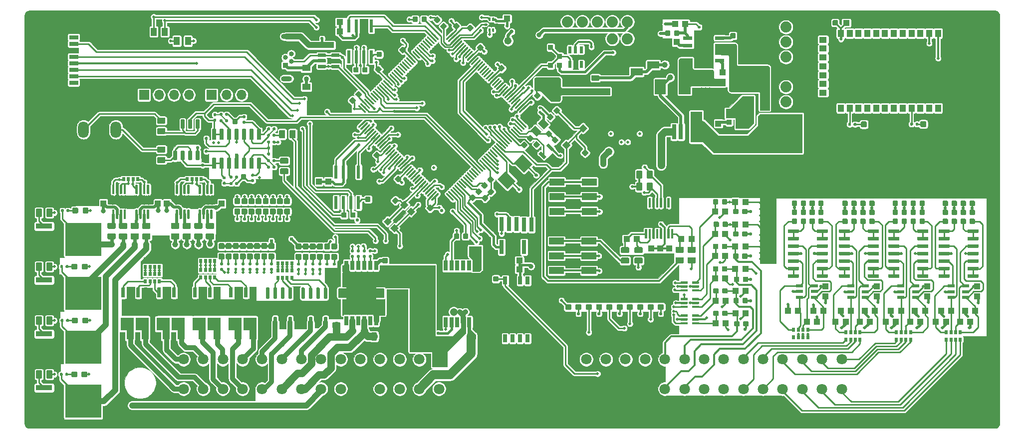
<source format=gtl>
G04 #@! TF.GenerationSoftware,KiCad,Pcbnew,(5.1.10)-1*
G04 #@! TF.CreationDate,2021-08-17T11:35:31-05:00*
G04 #@! TF.ProjectId,Proteus_Little,50726f74-6575-4735-9f4c-6974746c652e,rev?*
G04 #@! TF.SameCoordinates,Original*
G04 #@! TF.FileFunction,Copper,L1,Top*
G04 #@! TF.FilePolarity,Positive*
%FSLAX46Y46*%
G04 Gerber Fmt 4.6, Leading zero omitted, Abs format (unit mm)*
G04 Created by KiCad (PCBNEW (5.1.10)-1) date 2021-08-17 11:35:31*
%MOMM*%
%LPD*%
G01*
G04 APERTURE LIST*
G04 #@! TA.AperFunction,EtchedComponent*
%ADD10C,0.200000*%
G04 #@! TD*
G04 #@! TA.AperFunction,ComponentPad*
%ADD11O,1.800000X2.800000*%
G04 #@! TD*
G04 #@! TA.AperFunction,SMDPad,CuDef*
%ADD12R,0.500000X0.650000*%
G04 #@! TD*
G04 #@! TA.AperFunction,SMDPad,CuDef*
%ADD13R,1.150000X0.600000*%
G04 #@! TD*
G04 #@! TA.AperFunction,SMDPad,CuDef*
%ADD14R,1.000000X1.100000*%
G04 #@! TD*
G04 #@! TA.AperFunction,SMDPad,CuDef*
%ADD15R,1.100000X1.000000*%
G04 #@! TD*
G04 #@! TA.AperFunction,ComponentPad*
%ADD16O,1.700000X1.700000*%
G04 #@! TD*
G04 #@! TA.AperFunction,ComponentPad*
%ADD17R,1.700000X1.700000*%
G04 #@! TD*
G04 #@! TA.AperFunction,ComponentPad*
%ADD18R,0.840000X0.840000*%
G04 #@! TD*
G04 #@! TA.AperFunction,ComponentPad*
%ADD19C,0.840000*%
G04 #@! TD*
G04 #@! TA.AperFunction,ComponentPad*
%ADD20O,1.850000X0.850000*%
G04 #@! TD*
G04 #@! TA.AperFunction,SMDPad,CuDef*
%ADD21R,0.609600X2.209800*%
G04 #@! TD*
G04 #@! TA.AperFunction,SMDPad,CuDef*
%ADD22R,1.000000X1.400000*%
G04 #@! TD*
G04 #@! TA.AperFunction,SMDPad,CuDef*
%ADD23R,0.650000X1.650000*%
G04 #@! TD*
G04 #@! TA.AperFunction,SMDPad,CuDef*
%ADD24R,5.100000X4.200000*%
G04 #@! TD*
G04 #@! TA.AperFunction,SMDPad,CuDef*
%ADD25R,0.700000X1.350000*%
G04 #@! TD*
G04 #@! TA.AperFunction,ComponentPad*
%ADD26C,1.800000*%
G04 #@! TD*
G04 #@! TA.AperFunction,SMDPad,CuDef*
%ADD27R,1.270000X1.470000*%
G04 #@! TD*
G04 #@! TA.AperFunction,ComponentPad*
%ADD28C,1.600200*%
G04 #@! TD*
G04 #@! TA.AperFunction,SMDPad,CuDef*
%ADD29R,2.032000X1.270000*%
G04 #@! TD*
G04 #@! TA.AperFunction,SMDPad,CuDef*
%ADD30R,1.470000X1.270000*%
G04 #@! TD*
G04 #@! TA.AperFunction,SMDPad,CuDef*
%ADD31R,2.950000X4.900000*%
G04 #@! TD*
G04 #@! TA.AperFunction,SMDPad,CuDef*
%ADD32R,1.600000X2.200000*%
G04 #@! TD*
G04 #@! TA.AperFunction,SMDPad,CuDef*
%ADD33R,1.900000X2.500000*%
G04 #@! TD*
G04 #@! TA.AperFunction,ComponentPad*
%ADD34C,1.219200*%
G04 #@! TD*
G04 #@! TA.AperFunction,SMDPad,CuDef*
%ADD35R,5.570000X6.230000*%
G04 #@! TD*
G04 #@! TA.AperFunction,SMDPad,CuDef*
%ADD36R,0.790000X2.520000*%
G04 #@! TD*
G04 #@! TA.AperFunction,ComponentPad*
%ADD37C,1.879600*%
G04 #@! TD*
G04 #@! TA.AperFunction,SMDPad,CuDef*
%ADD38R,0.660400X1.752600*%
G04 #@! TD*
G04 #@! TA.AperFunction,SMDPad,CuDef*
%ADD39R,7.899400X4.292600*%
G04 #@! TD*
G04 #@! TA.AperFunction,SMDPad,CuDef*
%ADD40R,1.500000X0.800000*%
G04 #@! TD*
G04 #@! TA.AperFunction,SMDPad,CuDef*
%ADD41R,2.050000X1.500000*%
G04 #@! TD*
G04 #@! TA.AperFunction,SMDPad,CuDef*
%ADD42C,0.100000*%
G04 #@! TD*
G04 #@! TA.AperFunction,SMDPad,CuDef*
%ADD43R,2.500000X1.200000*%
G04 #@! TD*
G04 #@! TA.AperFunction,SMDPad,CuDef*
%ADD44R,0.750000X2.400000*%
G04 #@! TD*
G04 #@! TA.AperFunction,SMDPad,CuDef*
%ADD45R,0.600000X1.150000*%
G04 #@! TD*
G04 #@! TA.AperFunction,SMDPad,CuDef*
%ADD46R,1.361200X1.114600*%
G04 #@! TD*
G04 #@! TA.AperFunction,SMDPad,CuDef*
%ADD47R,6.090000X5.630000*%
G04 #@! TD*
G04 #@! TA.AperFunction,SMDPad,CuDef*
%ADD48R,2.830000X0.970000*%
G04 #@! TD*
G04 #@! TA.AperFunction,SMDPad,CuDef*
%ADD49R,1.000000X1.300000*%
G04 #@! TD*
G04 #@! TA.AperFunction,SMDPad,CuDef*
%ADD50R,1.300000X1.000000*%
G04 #@! TD*
G04 #@! TA.AperFunction,ViaPad*
%ADD51C,0.503200*%
G04 #@! TD*
G04 #@! TA.AperFunction,ViaPad*
%ADD52C,1.800000*%
G04 #@! TD*
G04 #@! TA.AperFunction,ViaPad*
%ADD53C,1.300000*%
G04 #@! TD*
G04 #@! TA.AperFunction,ViaPad*
%ADD54C,0.553200*%
G04 #@! TD*
G04 #@! TA.AperFunction,ViaPad*
%ADD55C,1.003200*%
G04 #@! TD*
G04 #@! TA.AperFunction,ViaPad*
%ADD56C,0.800000*%
G04 #@! TD*
G04 #@! TA.AperFunction,ViaPad*
%ADD57C,1.600000*%
G04 #@! TD*
G04 #@! TA.AperFunction,ViaPad*
%ADD58C,0.803200*%
G04 #@! TD*
G04 #@! TA.AperFunction,ViaPad*
%ADD59C,0.603200*%
G04 #@! TD*
G04 #@! TA.AperFunction,ViaPad*
%ADD60C,0.653200*%
G04 #@! TD*
G04 #@! TA.AperFunction,ViaPad*
%ADD61C,0.853200*%
G04 #@! TD*
G04 #@! TA.AperFunction,Conductor*
%ADD62C,0.254000*%
G04 #@! TD*
G04 #@! TA.AperFunction,Conductor*
%ADD63C,0.304800*%
G04 #@! TD*
G04 #@! TA.AperFunction,Conductor*
%ADD64C,0.406400*%
G04 #@! TD*
G04 #@! TA.AperFunction,Conductor*
%ADD65C,0.508000*%
G04 #@! TD*
G04 #@! TA.AperFunction,Conductor*
%ADD66C,1.270000*%
G04 #@! TD*
G04 #@! TA.AperFunction,Conductor*
%ADD67C,0.812800*%
G04 #@! TD*
G04 #@! TA.AperFunction,Conductor*
%ADD68C,0.813000*%
G04 #@! TD*
G04 #@! TA.AperFunction,Conductor*
%ADD69C,0.609600*%
G04 #@! TD*
G04 #@! TA.AperFunction,Conductor*
%ADD70C,1.016000*%
G04 #@! TD*
G04 #@! TA.AperFunction,Conductor*
%ADD71C,0.950000*%
G04 #@! TD*
G04 #@! TA.AperFunction,Conductor*
%ADD72C,1.524000*%
G04 #@! TD*
G04 #@! TA.AperFunction,Conductor*
%ADD73C,0.203200*%
G04 #@! TD*
G04 #@! TA.AperFunction,Conductor*
%ADD74C,0.610000*%
G04 #@! TD*
G04 #@! TA.AperFunction,Conductor*
%ADD75C,0.152400*%
G04 #@! TD*
G04 #@! TA.AperFunction,Conductor*
%ADD76C,0.127000*%
G04 #@! TD*
G04 #@! TA.AperFunction,Conductor*
%ADD77C,0.406000*%
G04 #@! TD*
G04 #@! TA.AperFunction,Conductor*
%ADD78C,0.050800*%
G04 #@! TD*
G04 #@! TA.AperFunction,Conductor*
%ADD79C,0.100000*%
G04 #@! TD*
G04 #@! TA.AperFunction,Conductor*
%ADD80C,0.075000*%
G04 #@! TD*
G04 #@! TA.AperFunction,Conductor*
%ADD81C,0.025400*%
G04 #@! TD*
G04 APERTURE END LIST*
D10*
G36*
X119110600Y-116775000D02*
G01*
X119110600Y-118175000D01*
X126710600Y-118175000D01*
X126710600Y-116775000D01*
X119110600Y-116775000D01*
G37*
X119110600Y-116775000D02*
X119110600Y-118175000D01*
X126710600Y-118175000D01*
X126710600Y-116775000D01*
X119110600Y-116775000D01*
D11*
X81285680Y-89734640D03*
X75785680Y-89734640D03*
X73385680Y-91734640D03*
G04 #@! TA.AperFunction,SMDPad,CuDef*
G36*
G01*
X97356900Y-103303860D02*
X97556900Y-103303860D01*
G75*
G02*
X97656900Y-103403860I0J-100000D01*
G01*
X97656900Y-104828860D01*
G75*
G02*
X97556900Y-104928860I-100000J0D01*
G01*
X97356900Y-104928860D01*
G75*
G02*
X97256900Y-104828860I0J100000D01*
G01*
X97256900Y-103403860D01*
G75*
G02*
X97356900Y-103303860I100000J0D01*
G01*
G37*
G04 #@! TD.AperFunction*
G04 #@! TA.AperFunction,SMDPad,CuDef*
G36*
G01*
X96706900Y-103303860D02*
X96906900Y-103303860D01*
G75*
G02*
X97006900Y-103403860I0J-100000D01*
G01*
X97006900Y-104828860D01*
G75*
G02*
X96906900Y-104928860I-100000J0D01*
G01*
X96706900Y-104928860D01*
G75*
G02*
X96606900Y-104828860I0J100000D01*
G01*
X96606900Y-103403860D01*
G75*
G02*
X96706900Y-103303860I100000J0D01*
G01*
G37*
G04 #@! TD.AperFunction*
G04 #@! TA.AperFunction,SMDPad,CuDef*
G36*
G01*
X96056900Y-103303860D02*
X96256900Y-103303860D01*
G75*
G02*
X96356900Y-103403860I0J-100000D01*
G01*
X96356900Y-104828860D01*
G75*
G02*
X96256900Y-104928860I-100000J0D01*
G01*
X96056900Y-104928860D01*
G75*
G02*
X95956900Y-104828860I0J100000D01*
G01*
X95956900Y-103403860D01*
G75*
G02*
X96056900Y-103303860I100000J0D01*
G01*
G37*
G04 #@! TD.AperFunction*
G04 #@! TA.AperFunction,SMDPad,CuDef*
G36*
G01*
X95406900Y-103303860D02*
X95606900Y-103303860D01*
G75*
G02*
X95706900Y-103403860I0J-100000D01*
G01*
X95706900Y-104828860D01*
G75*
G02*
X95606900Y-104928860I-100000J0D01*
G01*
X95406900Y-104928860D01*
G75*
G02*
X95306900Y-104828860I0J100000D01*
G01*
X95306900Y-103403860D01*
G75*
G02*
X95406900Y-103303860I100000J0D01*
G01*
G37*
G04 #@! TD.AperFunction*
G04 #@! TA.AperFunction,SMDPad,CuDef*
G36*
G01*
X95406900Y-99078860D02*
X95606900Y-99078860D01*
G75*
G02*
X95706900Y-99178860I0J-100000D01*
G01*
X95706900Y-100603860D01*
G75*
G02*
X95606900Y-100703860I-100000J0D01*
G01*
X95406900Y-100703860D01*
G75*
G02*
X95306900Y-100603860I0J100000D01*
G01*
X95306900Y-99178860D01*
G75*
G02*
X95406900Y-99078860I100000J0D01*
G01*
G37*
G04 #@! TD.AperFunction*
G04 #@! TA.AperFunction,SMDPad,CuDef*
G36*
G01*
X96056900Y-99078860D02*
X96256900Y-99078860D01*
G75*
G02*
X96356900Y-99178860I0J-100000D01*
G01*
X96356900Y-100603860D01*
G75*
G02*
X96256900Y-100703860I-100000J0D01*
G01*
X96056900Y-100703860D01*
G75*
G02*
X95956900Y-100603860I0J100000D01*
G01*
X95956900Y-99178860D01*
G75*
G02*
X96056900Y-99078860I100000J0D01*
G01*
G37*
G04 #@! TD.AperFunction*
G04 #@! TA.AperFunction,SMDPad,CuDef*
G36*
G01*
X96706900Y-99078860D02*
X96906900Y-99078860D01*
G75*
G02*
X97006900Y-99178860I0J-100000D01*
G01*
X97006900Y-100603860D01*
G75*
G02*
X96906900Y-100703860I-100000J0D01*
G01*
X96706900Y-100703860D01*
G75*
G02*
X96606900Y-100603860I0J100000D01*
G01*
X96606900Y-99178860D01*
G75*
G02*
X96706900Y-99078860I100000J0D01*
G01*
G37*
G04 #@! TD.AperFunction*
G04 #@! TA.AperFunction,SMDPad,CuDef*
G36*
G01*
X97356900Y-99078860D02*
X97556900Y-99078860D01*
G75*
G02*
X97656900Y-99178860I0J-100000D01*
G01*
X97656900Y-100603860D01*
G75*
G02*
X97556900Y-100703860I-100000J0D01*
G01*
X97356900Y-100703860D01*
G75*
G02*
X97256900Y-100603860I0J100000D01*
G01*
X97256900Y-99178860D01*
G75*
G02*
X97356900Y-99078860I100000J0D01*
G01*
G37*
G04 #@! TD.AperFunction*
G04 #@! TA.AperFunction,SMDPad,CuDef*
G36*
G01*
X93475780Y-103303860D02*
X93675780Y-103303860D01*
G75*
G02*
X93775780Y-103403860I0J-100000D01*
G01*
X93775780Y-104828860D01*
G75*
G02*
X93675780Y-104928860I-100000J0D01*
G01*
X93475780Y-104928860D01*
G75*
G02*
X93375780Y-104828860I0J100000D01*
G01*
X93375780Y-103403860D01*
G75*
G02*
X93475780Y-103303860I100000J0D01*
G01*
G37*
G04 #@! TD.AperFunction*
G04 #@! TA.AperFunction,SMDPad,CuDef*
G36*
G01*
X92825780Y-103303860D02*
X93025780Y-103303860D01*
G75*
G02*
X93125780Y-103403860I0J-100000D01*
G01*
X93125780Y-104828860D01*
G75*
G02*
X93025780Y-104928860I-100000J0D01*
G01*
X92825780Y-104928860D01*
G75*
G02*
X92725780Y-104828860I0J100000D01*
G01*
X92725780Y-103403860D01*
G75*
G02*
X92825780Y-103303860I100000J0D01*
G01*
G37*
G04 #@! TD.AperFunction*
G04 #@! TA.AperFunction,SMDPad,CuDef*
G36*
G01*
X92175780Y-103303860D02*
X92375780Y-103303860D01*
G75*
G02*
X92475780Y-103403860I0J-100000D01*
G01*
X92475780Y-104828860D01*
G75*
G02*
X92375780Y-104928860I-100000J0D01*
G01*
X92175780Y-104928860D01*
G75*
G02*
X92075780Y-104828860I0J100000D01*
G01*
X92075780Y-103403860D01*
G75*
G02*
X92175780Y-103303860I100000J0D01*
G01*
G37*
G04 #@! TD.AperFunction*
G04 #@! TA.AperFunction,SMDPad,CuDef*
G36*
G01*
X91525780Y-103303860D02*
X91725780Y-103303860D01*
G75*
G02*
X91825780Y-103403860I0J-100000D01*
G01*
X91825780Y-104828860D01*
G75*
G02*
X91725780Y-104928860I-100000J0D01*
G01*
X91525780Y-104928860D01*
G75*
G02*
X91425780Y-104828860I0J100000D01*
G01*
X91425780Y-103403860D01*
G75*
G02*
X91525780Y-103303860I100000J0D01*
G01*
G37*
G04 #@! TD.AperFunction*
G04 #@! TA.AperFunction,SMDPad,CuDef*
G36*
G01*
X91525780Y-99078860D02*
X91725780Y-99078860D01*
G75*
G02*
X91825780Y-99178860I0J-100000D01*
G01*
X91825780Y-100603860D01*
G75*
G02*
X91725780Y-100703860I-100000J0D01*
G01*
X91525780Y-100703860D01*
G75*
G02*
X91425780Y-100603860I0J100000D01*
G01*
X91425780Y-99178860D01*
G75*
G02*
X91525780Y-99078860I100000J0D01*
G01*
G37*
G04 #@! TD.AperFunction*
G04 #@! TA.AperFunction,SMDPad,CuDef*
G36*
G01*
X92175780Y-99078860D02*
X92375780Y-99078860D01*
G75*
G02*
X92475780Y-99178860I0J-100000D01*
G01*
X92475780Y-100603860D01*
G75*
G02*
X92375780Y-100703860I-100000J0D01*
G01*
X92175780Y-100703860D01*
G75*
G02*
X92075780Y-100603860I0J100000D01*
G01*
X92075780Y-99178860D01*
G75*
G02*
X92175780Y-99078860I100000J0D01*
G01*
G37*
G04 #@! TD.AperFunction*
G04 #@! TA.AperFunction,SMDPad,CuDef*
G36*
G01*
X92825780Y-99078860D02*
X93025780Y-99078860D01*
G75*
G02*
X93125780Y-99178860I0J-100000D01*
G01*
X93125780Y-100603860D01*
G75*
G02*
X93025780Y-100703860I-100000J0D01*
G01*
X92825780Y-100703860D01*
G75*
G02*
X92725780Y-100603860I0J100000D01*
G01*
X92725780Y-99178860D01*
G75*
G02*
X92825780Y-99078860I100000J0D01*
G01*
G37*
G04 #@! TD.AperFunction*
G04 #@! TA.AperFunction,SMDPad,CuDef*
G36*
G01*
X93475780Y-99078860D02*
X93675780Y-99078860D01*
G75*
G02*
X93775780Y-99178860I0J-100000D01*
G01*
X93775780Y-100603860D01*
G75*
G02*
X93675780Y-100703860I-100000J0D01*
G01*
X93475780Y-100703860D01*
G75*
G02*
X93375780Y-100603860I0J100000D01*
G01*
X93375780Y-99178860D01*
G75*
G02*
X93475780Y-99078860I100000J0D01*
G01*
G37*
G04 #@! TD.AperFunction*
G04 #@! TA.AperFunction,SMDPad,CuDef*
G36*
G01*
X86633020Y-103308940D02*
X86833020Y-103308940D01*
G75*
G02*
X86933020Y-103408940I0J-100000D01*
G01*
X86933020Y-104833940D01*
G75*
G02*
X86833020Y-104933940I-100000J0D01*
G01*
X86633020Y-104933940D01*
G75*
G02*
X86533020Y-104833940I0J100000D01*
G01*
X86533020Y-103408940D01*
G75*
G02*
X86633020Y-103308940I100000J0D01*
G01*
G37*
G04 #@! TD.AperFunction*
G04 #@! TA.AperFunction,SMDPad,CuDef*
G36*
G01*
X85983020Y-103308940D02*
X86183020Y-103308940D01*
G75*
G02*
X86283020Y-103408940I0J-100000D01*
G01*
X86283020Y-104833940D01*
G75*
G02*
X86183020Y-104933940I-100000J0D01*
G01*
X85983020Y-104933940D01*
G75*
G02*
X85883020Y-104833940I0J100000D01*
G01*
X85883020Y-103408940D01*
G75*
G02*
X85983020Y-103308940I100000J0D01*
G01*
G37*
G04 #@! TD.AperFunction*
G04 #@! TA.AperFunction,SMDPad,CuDef*
G36*
G01*
X85333020Y-103308940D02*
X85533020Y-103308940D01*
G75*
G02*
X85633020Y-103408940I0J-100000D01*
G01*
X85633020Y-104833940D01*
G75*
G02*
X85533020Y-104933940I-100000J0D01*
G01*
X85333020Y-104933940D01*
G75*
G02*
X85233020Y-104833940I0J100000D01*
G01*
X85233020Y-103408940D01*
G75*
G02*
X85333020Y-103308940I100000J0D01*
G01*
G37*
G04 #@! TD.AperFunction*
G04 #@! TA.AperFunction,SMDPad,CuDef*
G36*
G01*
X84683020Y-103308940D02*
X84883020Y-103308940D01*
G75*
G02*
X84983020Y-103408940I0J-100000D01*
G01*
X84983020Y-104833940D01*
G75*
G02*
X84883020Y-104933940I-100000J0D01*
G01*
X84683020Y-104933940D01*
G75*
G02*
X84583020Y-104833940I0J100000D01*
G01*
X84583020Y-103408940D01*
G75*
G02*
X84683020Y-103308940I100000J0D01*
G01*
G37*
G04 #@! TD.AperFunction*
G04 #@! TA.AperFunction,SMDPad,CuDef*
G36*
G01*
X84683020Y-99083940D02*
X84883020Y-99083940D01*
G75*
G02*
X84983020Y-99183940I0J-100000D01*
G01*
X84983020Y-100608940D01*
G75*
G02*
X84883020Y-100708940I-100000J0D01*
G01*
X84683020Y-100708940D01*
G75*
G02*
X84583020Y-100608940I0J100000D01*
G01*
X84583020Y-99183940D01*
G75*
G02*
X84683020Y-99083940I100000J0D01*
G01*
G37*
G04 #@! TD.AperFunction*
G04 #@! TA.AperFunction,SMDPad,CuDef*
G36*
G01*
X85333020Y-99083940D02*
X85533020Y-99083940D01*
G75*
G02*
X85633020Y-99183940I0J-100000D01*
G01*
X85633020Y-100608940D01*
G75*
G02*
X85533020Y-100708940I-100000J0D01*
G01*
X85333020Y-100708940D01*
G75*
G02*
X85233020Y-100608940I0J100000D01*
G01*
X85233020Y-99183940D01*
G75*
G02*
X85333020Y-99083940I100000J0D01*
G01*
G37*
G04 #@! TD.AperFunction*
G04 #@! TA.AperFunction,SMDPad,CuDef*
G36*
G01*
X85983020Y-99083940D02*
X86183020Y-99083940D01*
G75*
G02*
X86283020Y-99183940I0J-100000D01*
G01*
X86283020Y-100608940D01*
G75*
G02*
X86183020Y-100708940I-100000J0D01*
G01*
X85983020Y-100708940D01*
G75*
G02*
X85883020Y-100608940I0J100000D01*
G01*
X85883020Y-99183940D01*
G75*
G02*
X85983020Y-99083940I100000J0D01*
G01*
G37*
G04 #@! TD.AperFunction*
G04 #@! TA.AperFunction,SMDPad,CuDef*
G36*
G01*
X86633020Y-99083940D02*
X86833020Y-99083940D01*
G75*
G02*
X86933020Y-99183940I0J-100000D01*
G01*
X86933020Y-100608940D01*
G75*
G02*
X86833020Y-100708940I-100000J0D01*
G01*
X86633020Y-100708940D01*
G75*
G02*
X86533020Y-100608940I0J100000D01*
G01*
X86533020Y-99183940D01*
G75*
G02*
X86633020Y-99083940I100000J0D01*
G01*
G37*
G04 #@! TD.AperFunction*
D12*
X84979360Y-98145760D03*
X84179360Y-98145760D03*
X83379360Y-98145760D03*
X82579360Y-98145760D03*
X82579360Y-96895760D03*
X83379360Y-96895760D03*
X84179360Y-96895760D03*
X84979360Y-96895760D03*
G04 #@! TA.AperFunction,SMDPad,CuDef*
G36*
G01*
X82680780Y-103316560D02*
X82880780Y-103316560D01*
G75*
G02*
X82980780Y-103416560I0J-100000D01*
G01*
X82980780Y-104841560D01*
G75*
G02*
X82880780Y-104941560I-100000J0D01*
G01*
X82680780Y-104941560D01*
G75*
G02*
X82580780Y-104841560I0J100000D01*
G01*
X82580780Y-103416560D01*
G75*
G02*
X82680780Y-103316560I100000J0D01*
G01*
G37*
G04 #@! TD.AperFunction*
G04 #@! TA.AperFunction,SMDPad,CuDef*
G36*
G01*
X82030780Y-103316560D02*
X82230780Y-103316560D01*
G75*
G02*
X82330780Y-103416560I0J-100000D01*
G01*
X82330780Y-104841560D01*
G75*
G02*
X82230780Y-104941560I-100000J0D01*
G01*
X82030780Y-104941560D01*
G75*
G02*
X81930780Y-104841560I0J100000D01*
G01*
X81930780Y-103416560D01*
G75*
G02*
X82030780Y-103316560I100000J0D01*
G01*
G37*
G04 #@! TD.AperFunction*
G04 #@! TA.AperFunction,SMDPad,CuDef*
G36*
G01*
X81380780Y-103316560D02*
X81580780Y-103316560D01*
G75*
G02*
X81680780Y-103416560I0J-100000D01*
G01*
X81680780Y-104841560D01*
G75*
G02*
X81580780Y-104941560I-100000J0D01*
G01*
X81380780Y-104941560D01*
G75*
G02*
X81280780Y-104841560I0J100000D01*
G01*
X81280780Y-103416560D01*
G75*
G02*
X81380780Y-103316560I100000J0D01*
G01*
G37*
G04 #@! TD.AperFunction*
G04 #@! TA.AperFunction,SMDPad,CuDef*
G36*
G01*
X80730780Y-103316560D02*
X80930780Y-103316560D01*
G75*
G02*
X81030780Y-103416560I0J-100000D01*
G01*
X81030780Y-104841560D01*
G75*
G02*
X80930780Y-104941560I-100000J0D01*
G01*
X80730780Y-104941560D01*
G75*
G02*
X80630780Y-104841560I0J100000D01*
G01*
X80630780Y-103416560D01*
G75*
G02*
X80730780Y-103316560I100000J0D01*
G01*
G37*
G04 #@! TD.AperFunction*
G04 #@! TA.AperFunction,SMDPad,CuDef*
G36*
G01*
X80730780Y-99091560D02*
X80930780Y-99091560D01*
G75*
G02*
X81030780Y-99191560I0J-100000D01*
G01*
X81030780Y-100616560D01*
G75*
G02*
X80930780Y-100716560I-100000J0D01*
G01*
X80730780Y-100716560D01*
G75*
G02*
X80630780Y-100616560I0J100000D01*
G01*
X80630780Y-99191560D01*
G75*
G02*
X80730780Y-99091560I100000J0D01*
G01*
G37*
G04 #@! TD.AperFunction*
G04 #@! TA.AperFunction,SMDPad,CuDef*
G36*
G01*
X81380780Y-99091560D02*
X81580780Y-99091560D01*
G75*
G02*
X81680780Y-99191560I0J-100000D01*
G01*
X81680780Y-100616560D01*
G75*
G02*
X81580780Y-100716560I-100000J0D01*
G01*
X81380780Y-100716560D01*
G75*
G02*
X81280780Y-100616560I0J100000D01*
G01*
X81280780Y-99191560D01*
G75*
G02*
X81380780Y-99091560I100000J0D01*
G01*
G37*
G04 #@! TD.AperFunction*
G04 #@! TA.AperFunction,SMDPad,CuDef*
G36*
G01*
X82030780Y-99091560D02*
X82230780Y-99091560D01*
G75*
G02*
X82330780Y-99191560I0J-100000D01*
G01*
X82330780Y-100616560D01*
G75*
G02*
X82230780Y-100716560I-100000J0D01*
G01*
X82030780Y-100716560D01*
G75*
G02*
X81930780Y-100616560I0J100000D01*
G01*
X81930780Y-99191560D01*
G75*
G02*
X82030780Y-99091560I100000J0D01*
G01*
G37*
G04 #@! TD.AperFunction*
G04 #@! TA.AperFunction,SMDPad,CuDef*
G36*
G01*
X82680780Y-99091560D02*
X82880780Y-99091560D01*
G75*
G02*
X82980780Y-99191560I0J-100000D01*
G01*
X82980780Y-100616560D01*
G75*
G02*
X82880780Y-100716560I-100000J0D01*
G01*
X82680780Y-100716560D01*
G75*
G02*
X82580780Y-100616560I0J100000D01*
G01*
X82580780Y-99191560D01*
G75*
G02*
X82680780Y-99091560I100000J0D01*
G01*
G37*
G04 #@! TD.AperFunction*
G04 #@! TA.AperFunction,SMDPad,CuDef*
G36*
G01*
X89551850Y-93636600D02*
X88408850Y-93636600D01*
G75*
G02*
X88281850Y-93509600I0J127000D01*
G01*
X88281850Y-92747600D01*
G75*
G02*
X88408850Y-92620600I127000J0D01*
G01*
X89551850Y-92620600D01*
G75*
G02*
X89678850Y-92747600I0J-127000D01*
G01*
X89678850Y-93509600D01*
G75*
G02*
X89551850Y-93636600I-127000J0D01*
G01*
G37*
G04 #@! TD.AperFunction*
G04 #@! TA.AperFunction,SMDPad,CuDef*
G36*
G01*
X89551850Y-95414600D02*
X88408850Y-95414600D01*
G75*
G02*
X88281850Y-95287600I0J127000D01*
G01*
X88281850Y-94525600D01*
G75*
G02*
X88408850Y-94398600I127000J0D01*
G01*
X89551850Y-94398600D01*
G75*
G02*
X89678850Y-94525600I0J-127000D01*
G01*
X89678850Y-95287600D01*
G75*
G02*
X89551850Y-95414600I-127000J0D01*
G01*
G37*
G04 #@! TD.AperFunction*
G04 #@! TA.AperFunction,SMDPad,CuDef*
G36*
G01*
X89551850Y-88747100D02*
X88408850Y-88747100D01*
G75*
G02*
X88281850Y-88620100I0J127000D01*
G01*
X88281850Y-87858100D01*
G75*
G02*
X88408850Y-87731100I127000J0D01*
G01*
X89551850Y-87731100D01*
G75*
G02*
X89678850Y-87858100I0J-127000D01*
G01*
X89678850Y-88620100D01*
G75*
G02*
X89551850Y-88747100I-127000J0D01*
G01*
G37*
G04 #@! TD.AperFunction*
G04 #@! TA.AperFunction,SMDPad,CuDef*
G36*
G01*
X89551850Y-90525100D02*
X88408850Y-90525100D01*
G75*
G02*
X88281850Y-90398100I0J127000D01*
G01*
X88281850Y-89636100D01*
G75*
G02*
X88408850Y-89509100I127000J0D01*
G01*
X89551850Y-89509100D01*
G75*
G02*
X89678850Y-89636100I0J-127000D01*
G01*
X89678850Y-90398100D01*
G75*
G02*
X89551850Y-90525100I-127000J0D01*
G01*
G37*
G04 #@! TD.AperFunction*
G04 #@! TA.AperFunction,SMDPad,CuDef*
G36*
G01*
X94914850Y-93357600D02*
X95364850Y-93357600D01*
G75*
G02*
X95439850Y-93432600I0J-75000D01*
G01*
X95439850Y-94862600D01*
G75*
G02*
X95364850Y-94937600I-75000J0D01*
G01*
X94914850Y-94937600D01*
G75*
G02*
X94839850Y-94862600I0J75000D01*
G01*
X94839850Y-93432600D01*
G75*
G02*
X94914850Y-93357600I75000J0D01*
G01*
G37*
G04 #@! TD.AperFunction*
G04 #@! TA.AperFunction,SMDPad,CuDef*
G36*
G01*
X93644850Y-93357600D02*
X94094850Y-93357600D01*
G75*
G02*
X94169850Y-93432600I0J-75000D01*
G01*
X94169850Y-94862600D01*
G75*
G02*
X94094850Y-94937600I-75000J0D01*
G01*
X93644850Y-94937600D01*
G75*
G02*
X93569850Y-94862600I0J75000D01*
G01*
X93569850Y-93432600D01*
G75*
G02*
X93644850Y-93357600I75000J0D01*
G01*
G37*
G04 #@! TD.AperFunction*
G04 #@! TA.AperFunction,SMDPad,CuDef*
G36*
G01*
X92374850Y-93357600D02*
X92824850Y-93357600D01*
G75*
G02*
X92899850Y-93432600I0J-75000D01*
G01*
X92899850Y-94862600D01*
G75*
G02*
X92824850Y-94937600I-75000J0D01*
G01*
X92374850Y-94937600D01*
G75*
G02*
X92299850Y-94862600I0J75000D01*
G01*
X92299850Y-93432600D01*
G75*
G02*
X92374850Y-93357600I75000J0D01*
G01*
G37*
G04 #@! TD.AperFunction*
G04 #@! TA.AperFunction,SMDPad,CuDef*
G36*
G01*
X91104850Y-93357600D02*
X91554850Y-93357600D01*
G75*
G02*
X91629850Y-93432600I0J-75000D01*
G01*
X91629850Y-94862600D01*
G75*
G02*
X91554850Y-94937600I-75000J0D01*
G01*
X91104850Y-94937600D01*
G75*
G02*
X91029850Y-94862600I0J75000D01*
G01*
X91029850Y-93432600D01*
G75*
G02*
X91104850Y-93357600I75000J0D01*
G01*
G37*
G04 #@! TD.AperFunction*
G04 #@! TA.AperFunction,SMDPad,CuDef*
G36*
G01*
X91104850Y-88017600D02*
X91554850Y-88017600D01*
G75*
G02*
X91629850Y-88092600I0J-75000D01*
G01*
X91629850Y-89522600D01*
G75*
G02*
X91554850Y-89597600I-75000J0D01*
G01*
X91104850Y-89597600D01*
G75*
G02*
X91029850Y-89522600I0J75000D01*
G01*
X91029850Y-88092600D01*
G75*
G02*
X91104850Y-88017600I75000J0D01*
G01*
G37*
G04 #@! TD.AperFunction*
G04 #@! TA.AperFunction,SMDPad,CuDef*
G36*
G01*
X92374850Y-88017600D02*
X92824850Y-88017600D01*
G75*
G02*
X92899850Y-88092600I0J-75000D01*
G01*
X92899850Y-89522600D01*
G75*
G02*
X92824850Y-89597600I-75000J0D01*
G01*
X92374850Y-89597600D01*
G75*
G02*
X92299850Y-89522600I0J75000D01*
G01*
X92299850Y-88092600D01*
G75*
G02*
X92374850Y-88017600I75000J0D01*
G01*
G37*
G04 #@! TD.AperFunction*
G04 #@! TA.AperFunction,SMDPad,CuDef*
G36*
G01*
X93644850Y-88017600D02*
X94094850Y-88017600D01*
G75*
G02*
X94169850Y-88092600I0J-75000D01*
G01*
X94169850Y-89522600D01*
G75*
G02*
X94094850Y-89597600I-75000J0D01*
G01*
X93644850Y-89597600D01*
G75*
G02*
X93569850Y-89522600I0J75000D01*
G01*
X93569850Y-88092600D01*
G75*
G02*
X93644850Y-88017600I75000J0D01*
G01*
G37*
G04 #@! TD.AperFunction*
G04 #@! TA.AperFunction,SMDPad,CuDef*
G36*
G01*
X94914850Y-88017600D02*
X95364850Y-88017600D01*
G75*
G02*
X95439850Y-88092600I0J-75000D01*
G01*
X95439850Y-89522600D01*
G75*
G02*
X95364850Y-89597600I-75000J0D01*
G01*
X94914850Y-89597600D01*
G75*
G02*
X94839850Y-89522600I0J75000D01*
G01*
X94839850Y-88092600D01*
G75*
G02*
X94914850Y-88017600I75000J0D01*
G01*
G37*
G04 #@! TD.AperFunction*
G04 #@! TA.AperFunction,SMDPad,CuDef*
G36*
G01*
X197178880Y-114359480D02*
X197178880Y-114809480D01*
G75*
G02*
X197103880Y-114884480I-75000J0D01*
G01*
X195353880Y-114884480D01*
G75*
G02*
X195278880Y-114809480I0J75000D01*
G01*
X195278880Y-114359480D01*
G75*
G02*
X195353880Y-114284480I75000J0D01*
G01*
X197103880Y-114284480D01*
G75*
G02*
X197178880Y-114359480I0J-75000D01*
G01*
G37*
G04 #@! TD.AperFunction*
G04 #@! TA.AperFunction,SMDPad,CuDef*
G36*
G01*
X197178880Y-113089480D02*
X197178880Y-113539480D01*
G75*
G02*
X197103880Y-113614480I-75000J0D01*
G01*
X195353880Y-113614480D01*
G75*
G02*
X195278880Y-113539480I0J75000D01*
G01*
X195278880Y-113089480D01*
G75*
G02*
X195353880Y-113014480I75000J0D01*
G01*
X197103880Y-113014480D01*
G75*
G02*
X197178880Y-113089480I0J-75000D01*
G01*
G37*
G04 #@! TD.AperFunction*
G04 #@! TA.AperFunction,SMDPad,CuDef*
G36*
G01*
X197178880Y-111819480D02*
X197178880Y-112269480D01*
G75*
G02*
X197103880Y-112344480I-75000J0D01*
G01*
X195353880Y-112344480D01*
G75*
G02*
X195278880Y-112269480I0J75000D01*
G01*
X195278880Y-111819480D01*
G75*
G02*
X195353880Y-111744480I75000J0D01*
G01*
X197103880Y-111744480D01*
G75*
G02*
X197178880Y-111819480I0J-75000D01*
G01*
G37*
G04 #@! TD.AperFunction*
G04 #@! TA.AperFunction,SMDPad,CuDef*
G36*
G01*
X197178880Y-110549480D02*
X197178880Y-110999480D01*
G75*
G02*
X197103880Y-111074480I-75000J0D01*
G01*
X195353880Y-111074480D01*
G75*
G02*
X195278880Y-110999480I0J75000D01*
G01*
X195278880Y-110549480D01*
G75*
G02*
X195353880Y-110474480I75000J0D01*
G01*
X197103880Y-110474480D01*
G75*
G02*
X197178880Y-110549480I0J-75000D01*
G01*
G37*
G04 #@! TD.AperFunction*
G04 #@! TA.AperFunction,SMDPad,CuDef*
G36*
G01*
X197178880Y-109279480D02*
X197178880Y-109729480D01*
G75*
G02*
X197103880Y-109804480I-75000J0D01*
G01*
X195353880Y-109804480D01*
G75*
G02*
X195278880Y-109729480I0J75000D01*
G01*
X195278880Y-109279480D01*
G75*
G02*
X195353880Y-109204480I75000J0D01*
G01*
X197103880Y-109204480D01*
G75*
G02*
X197178880Y-109279480I0J-75000D01*
G01*
G37*
G04 #@! TD.AperFunction*
G04 #@! TA.AperFunction,SMDPad,CuDef*
G36*
G01*
X197178880Y-108009480D02*
X197178880Y-108459480D01*
G75*
G02*
X197103880Y-108534480I-75000J0D01*
G01*
X195353880Y-108534480D01*
G75*
G02*
X195278880Y-108459480I0J75000D01*
G01*
X195278880Y-108009480D01*
G75*
G02*
X195353880Y-107934480I75000J0D01*
G01*
X197103880Y-107934480D01*
G75*
G02*
X197178880Y-108009480I0J-75000D01*
G01*
G37*
G04 #@! TD.AperFunction*
G04 #@! TA.AperFunction,SMDPad,CuDef*
G36*
G01*
X197178880Y-106739480D02*
X197178880Y-107189480D01*
G75*
G02*
X197103880Y-107264480I-75000J0D01*
G01*
X195353880Y-107264480D01*
G75*
G02*
X195278880Y-107189480I0J75000D01*
G01*
X195278880Y-106739480D01*
G75*
G02*
X195353880Y-106664480I75000J0D01*
G01*
X197103880Y-106664480D01*
G75*
G02*
X197178880Y-106739480I0J-75000D01*
G01*
G37*
G04 #@! TD.AperFunction*
G04 #@! TA.AperFunction,SMDPad,CuDef*
G36*
G01*
X202088880Y-106739480D02*
X202088880Y-107189480D01*
G75*
G02*
X202013880Y-107264480I-75000J0D01*
G01*
X200263880Y-107264480D01*
G75*
G02*
X200188880Y-107189480I0J75000D01*
G01*
X200188880Y-106739480D01*
G75*
G02*
X200263880Y-106664480I75000J0D01*
G01*
X202013880Y-106664480D01*
G75*
G02*
X202088880Y-106739480I0J-75000D01*
G01*
G37*
G04 #@! TD.AperFunction*
G04 #@! TA.AperFunction,SMDPad,CuDef*
G36*
G01*
X202088880Y-108009480D02*
X202088880Y-108459480D01*
G75*
G02*
X202013880Y-108534480I-75000J0D01*
G01*
X200263880Y-108534480D01*
G75*
G02*
X200188880Y-108459480I0J75000D01*
G01*
X200188880Y-108009480D01*
G75*
G02*
X200263880Y-107934480I75000J0D01*
G01*
X202013880Y-107934480D01*
G75*
G02*
X202088880Y-108009480I0J-75000D01*
G01*
G37*
G04 #@! TD.AperFunction*
G04 #@! TA.AperFunction,SMDPad,CuDef*
G36*
G01*
X202088880Y-109279480D02*
X202088880Y-109729480D01*
G75*
G02*
X202013880Y-109804480I-75000J0D01*
G01*
X200263880Y-109804480D01*
G75*
G02*
X200188880Y-109729480I0J75000D01*
G01*
X200188880Y-109279480D01*
G75*
G02*
X200263880Y-109204480I75000J0D01*
G01*
X202013880Y-109204480D01*
G75*
G02*
X202088880Y-109279480I0J-75000D01*
G01*
G37*
G04 #@! TD.AperFunction*
G04 #@! TA.AperFunction,SMDPad,CuDef*
G36*
G01*
X202088880Y-110549480D02*
X202088880Y-110999480D01*
G75*
G02*
X202013880Y-111074480I-75000J0D01*
G01*
X200263880Y-111074480D01*
G75*
G02*
X200188880Y-110999480I0J75000D01*
G01*
X200188880Y-110549480D01*
G75*
G02*
X200263880Y-110474480I75000J0D01*
G01*
X202013880Y-110474480D01*
G75*
G02*
X202088880Y-110549480I0J-75000D01*
G01*
G37*
G04 #@! TD.AperFunction*
G04 #@! TA.AperFunction,SMDPad,CuDef*
G36*
G01*
X202088880Y-111819480D02*
X202088880Y-112269480D01*
G75*
G02*
X202013880Y-112344480I-75000J0D01*
G01*
X200263880Y-112344480D01*
G75*
G02*
X200188880Y-112269480I0J75000D01*
G01*
X200188880Y-111819480D01*
G75*
G02*
X200263880Y-111744480I75000J0D01*
G01*
X202013880Y-111744480D01*
G75*
G02*
X202088880Y-111819480I0J-75000D01*
G01*
G37*
G04 #@! TD.AperFunction*
G04 #@! TA.AperFunction,SMDPad,CuDef*
G36*
G01*
X202088880Y-113089480D02*
X202088880Y-113539480D01*
G75*
G02*
X202013880Y-113614480I-75000J0D01*
G01*
X200263880Y-113614480D01*
G75*
G02*
X200188880Y-113539480I0J75000D01*
G01*
X200188880Y-113089480D01*
G75*
G02*
X200263880Y-113014480I75000J0D01*
G01*
X202013880Y-113014480D01*
G75*
G02*
X202088880Y-113089480I0J-75000D01*
G01*
G37*
G04 #@! TD.AperFunction*
G04 #@! TA.AperFunction,SMDPad,CuDef*
G36*
G01*
X202088880Y-114359480D02*
X202088880Y-114809480D01*
G75*
G02*
X202013880Y-114884480I-75000J0D01*
G01*
X200263880Y-114884480D01*
G75*
G02*
X200188880Y-114809480I0J75000D01*
G01*
X200188880Y-114359480D01*
G75*
G02*
X200263880Y-114284480I75000J0D01*
G01*
X202013880Y-114284480D01*
G75*
G02*
X202088880Y-114359480I0J-75000D01*
G01*
G37*
G04 #@! TD.AperFunction*
X216094160Y-125376600D03*
X215294160Y-125376600D03*
X214494160Y-125376600D03*
X213694160Y-125376600D03*
X213694160Y-124126600D03*
X214494160Y-124126600D03*
X215294160Y-124126600D03*
X216094160Y-124126600D03*
X198664680Y-124960540D03*
X197864680Y-124960540D03*
X197064680Y-124960540D03*
X196264680Y-124960540D03*
X196264680Y-123710540D03*
X197064680Y-123710540D03*
X197864680Y-123710540D03*
X198664680Y-123710540D03*
G04 #@! TA.AperFunction,SMDPad,CuDef*
G36*
G01*
X200570465Y-101805740D02*
X201237215Y-101805740D01*
G75*
G02*
X201348340Y-101916865I0J-111125D01*
G01*
X201348340Y-102583615D01*
G75*
G02*
X201237215Y-102694740I-111125J0D01*
G01*
X200570465Y-102694740D01*
G75*
G02*
X200459340Y-102583615I0J111125D01*
G01*
X200459340Y-101916865D01*
G75*
G02*
X200570465Y-101805740I111125J0D01*
G01*
G37*
G04 #@! TD.AperFunction*
G04 #@! TA.AperFunction,SMDPad,CuDef*
G36*
G01*
X200570465Y-100281740D02*
X201237215Y-100281740D01*
G75*
G02*
X201348340Y-100392865I0J-111125D01*
G01*
X201348340Y-101059615D01*
G75*
G02*
X201237215Y-101170740I-111125J0D01*
G01*
X200570465Y-101170740D01*
G75*
G02*
X200459340Y-101059615I0J111125D01*
G01*
X200459340Y-100392865D01*
G75*
G02*
X200570465Y-100281740I111125J0D01*
G01*
G37*
G04 #@! TD.AperFunction*
G04 #@! TA.AperFunction,SMDPad,CuDef*
G36*
G01*
X199076945Y-101805740D02*
X199743695Y-101805740D01*
G75*
G02*
X199854820Y-101916865I0J-111125D01*
G01*
X199854820Y-102583615D01*
G75*
G02*
X199743695Y-102694740I-111125J0D01*
G01*
X199076945Y-102694740D01*
G75*
G02*
X198965820Y-102583615I0J111125D01*
G01*
X198965820Y-101916865D01*
G75*
G02*
X199076945Y-101805740I111125J0D01*
G01*
G37*
G04 #@! TD.AperFunction*
G04 #@! TA.AperFunction,SMDPad,CuDef*
G36*
G01*
X199076945Y-100281740D02*
X199743695Y-100281740D01*
G75*
G02*
X199854820Y-100392865I0J-111125D01*
G01*
X199854820Y-101059615D01*
G75*
G02*
X199743695Y-101170740I-111125J0D01*
G01*
X199076945Y-101170740D01*
G75*
G02*
X198965820Y-101059615I0J111125D01*
G01*
X198965820Y-100392865D01*
G75*
G02*
X199076945Y-100281740I111125J0D01*
G01*
G37*
G04 #@! TD.AperFunction*
G04 #@! TA.AperFunction,SMDPad,CuDef*
G36*
G01*
X197585965Y-101805740D02*
X198252715Y-101805740D01*
G75*
G02*
X198363840Y-101916865I0J-111125D01*
G01*
X198363840Y-102583615D01*
G75*
G02*
X198252715Y-102694740I-111125J0D01*
G01*
X197585965Y-102694740D01*
G75*
G02*
X197474840Y-102583615I0J111125D01*
G01*
X197474840Y-101916865D01*
G75*
G02*
X197585965Y-101805740I111125J0D01*
G01*
G37*
G04 #@! TD.AperFunction*
G04 #@! TA.AperFunction,SMDPad,CuDef*
G36*
G01*
X197585965Y-100281740D02*
X198252715Y-100281740D01*
G75*
G02*
X198363840Y-100392865I0J-111125D01*
G01*
X198363840Y-101059615D01*
G75*
G02*
X198252715Y-101170740I-111125J0D01*
G01*
X197585965Y-101170740D01*
G75*
G02*
X197474840Y-101059615I0J111125D01*
G01*
X197474840Y-100392865D01*
G75*
G02*
X197585965Y-100281740I111125J0D01*
G01*
G37*
G04 #@! TD.AperFunction*
G04 #@! TA.AperFunction,SMDPad,CuDef*
G36*
G01*
X196084825Y-101805740D02*
X196751575Y-101805740D01*
G75*
G02*
X196862700Y-101916865I0J-111125D01*
G01*
X196862700Y-102583615D01*
G75*
G02*
X196751575Y-102694740I-111125J0D01*
G01*
X196084825Y-102694740D01*
G75*
G02*
X195973700Y-102583615I0J111125D01*
G01*
X195973700Y-101916865D01*
G75*
G02*
X196084825Y-101805740I111125J0D01*
G01*
G37*
G04 #@! TD.AperFunction*
G04 #@! TA.AperFunction,SMDPad,CuDef*
G36*
G01*
X196084825Y-100281740D02*
X196751575Y-100281740D01*
G75*
G02*
X196862700Y-100392865I0J-111125D01*
G01*
X196862700Y-101059615D01*
G75*
G02*
X196751575Y-101170740I-111125J0D01*
G01*
X196084825Y-101170740D01*
G75*
G02*
X195973700Y-101059615I0J111125D01*
G01*
X195973700Y-100392865D01*
G75*
G02*
X196084825Y-100281740I111125J0D01*
G01*
G37*
G04 #@! TD.AperFunction*
G04 #@! TA.AperFunction,SMDPad,CuDef*
G36*
G01*
X196751575Y-104233980D02*
X196084825Y-104233980D01*
G75*
G02*
X195973700Y-104122855I0J111125D01*
G01*
X195973700Y-103456105D01*
G75*
G02*
X196084825Y-103344980I111125J0D01*
G01*
X196751575Y-103344980D01*
G75*
G02*
X196862700Y-103456105I0J-111125D01*
G01*
X196862700Y-104122855D01*
G75*
G02*
X196751575Y-104233980I-111125J0D01*
G01*
G37*
G04 #@! TD.AperFunction*
G04 #@! TA.AperFunction,SMDPad,CuDef*
G36*
G01*
X196751575Y-105757980D02*
X196084825Y-105757980D01*
G75*
G02*
X195973700Y-105646855I0J111125D01*
G01*
X195973700Y-104980105D01*
G75*
G02*
X196084825Y-104868980I111125J0D01*
G01*
X196751575Y-104868980D01*
G75*
G02*
X196862700Y-104980105I0J-111125D01*
G01*
X196862700Y-105646855D01*
G75*
G02*
X196751575Y-105757980I-111125J0D01*
G01*
G37*
G04 #@! TD.AperFunction*
G04 #@! TA.AperFunction,SMDPad,CuDef*
G36*
G01*
X198252715Y-104233980D02*
X197585965Y-104233980D01*
G75*
G02*
X197474840Y-104122855I0J111125D01*
G01*
X197474840Y-103456105D01*
G75*
G02*
X197585965Y-103344980I111125J0D01*
G01*
X198252715Y-103344980D01*
G75*
G02*
X198363840Y-103456105I0J-111125D01*
G01*
X198363840Y-104122855D01*
G75*
G02*
X198252715Y-104233980I-111125J0D01*
G01*
G37*
G04 #@! TD.AperFunction*
G04 #@! TA.AperFunction,SMDPad,CuDef*
G36*
G01*
X198252715Y-105757980D02*
X197585965Y-105757980D01*
G75*
G02*
X197474840Y-105646855I0J111125D01*
G01*
X197474840Y-104980105D01*
G75*
G02*
X197585965Y-104868980I111125J0D01*
G01*
X198252715Y-104868980D01*
G75*
G02*
X198363840Y-104980105I0J-111125D01*
G01*
X198363840Y-105646855D01*
G75*
G02*
X198252715Y-105757980I-111125J0D01*
G01*
G37*
G04 #@! TD.AperFunction*
G04 #@! TA.AperFunction,SMDPad,CuDef*
G36*
G01*
X199743695Y-104233980D02*
X199076945Y-104233980D01*
G75*
G02*
X198965820Y-104122855I0J111125D01*
G01*
X198965820Y-103456105D01*
G75*
G02*
X199076945Y-103344980I111125J0D01*
G01*
X199743695Y-103344980D01*
G75*
G02*
X199854820Y-103456105I0J-111125D01*
G01*
X199854820Y-104122855D01*
G75*
G02*
X199743695Y-104233980I-111125J0D01*
G01*
G37*
G04 #@! TD.AperFunction*
G04 #@! TA.AperFunction,SMDPad,CuDef*
G36*
G01*
X199743695Y-105757980D02*
X199076945Y-105757980D01*
G75*
G02*
X198965820Y-105646855I0J111125D01*
G01*
X198965820Y-104980105D01*
G75*
G02*
X199076945Y-104868980I111125J0D01*
G01*
X199743695Y-104868980D01*
G75*
G02*
X199854820Y-104980105I0J-111125D01*
G01*
X199854820Y-105646855D01*
G75*
G02*
X199743695Y-105757980I-111125J0D01*
G01*
G37*
G04 #@! TD.AperFunction*
G04 #@! TA.AperFunction,SMDPad,CuDef*
G36*
G01*
X201237215Y-104233980D02*
X200570465Y-104233980D01*
G75*
G02*
X200459340Y-104122855I0J111125D01*
G01*
X200459340Y-103456105D01*
G75*
G02*
X200570465Y-103344980I111125J0D01*
G01*
X201237215Y-103344980D01*
G75*
G02*
X201348340Y-103456105I0J-111125D01*
G01*
X201348340Y-104122855D01*
G75*
G02*
X201237215Y-104233980I-111125J0D01*
G01*
G37*
G04 #@! TD.AperFunction*
G04 #@! TA.AperFunction,SMDPad,CuDef*
G36*
G01*
X201237215Y-105757980D02*
X200570465Y-105757980D01*
G75*
G02*
X200459340Y-105646855I0J111125D01*
G01*
X200459340Y-104980105D01*
G75*
G02*
X200570465Y-104868980I111125J0D01*
G01*
X201237215Y-104868980D01*
G75*
G02*
X201348340Y-104980105I0J-111125D01*
G01*
X201348340Y-105646855D01*
G75*
G02*
X201237215Y-105757980I-111125J0D01*
G01*
G37*
G04 #@! TD.AperFunction*
G04 #@! TA.AperFunction,SMDPad,CuDef*
G36*
G01*
X145409285Y-114653060D02*
X146076035Y-114653060D01*
G75*
G02*
X146187160Y-114764185I0J-111125D01*
G01*
X146187160Y-115430935D01*
G75*
G02*
X146076035Y-115542060I-111125J0D01*
G01*
X145409285Y-115542060D01*
G75*
G02*
X145298160Y-115430935I0J111125D01*
G01*
X145298160Y-114764185D01*
G75*
G02*
X145409285Y-114653060I111125J0D01*
G01*
G37*
G04 #@! TD.AperFunction*
G04 #@! TA.AperFunction,SMDPad,CuDef*
G36*
G01*
X145409285Y-113129060D02*
X146076035Y-113129060D01*
G75*
G02*
X146187160Y-113240185I0J-111125D01*
G01*
X146187160Y-113906935D01*
G75*
G02*
X146076035Y-114018060I-111125J0D01*
G01*
X145409285Y-114018060D01*
G75*
G02*
X145298160Y-113906935I0J111125D01*
G01*
X145298160Y-113240185D01*
G75*
G02*
X145409285Y-113129060I111125J0D01*
G01*
G37*
G04 #@! TD.AperFunction*
D13*
X199751000Y-116291320D03*
X199751000Y-117241320D03*
X199751000Y-118191320D03*
X197251000Y-118191320D03*
X197251000Y-117241320D03*
X197251000Y-116291320D03*
D14*
X201627740Y-118081160D03*
X201627740Y-116381160D03*
D15*
X199637280Y-120497100D03*
X201337280Y-120497100D03*
X200186660Y-122338600D03*
X198486660Y-122338600D03*
X195337060Y-120497100D03*
X197037060Y-120497100D03*
G04 #@! TA.AperFunction,SMDPad,CuDef*
G36*
G01*
X110695600Y-121479440D02*
X110995600Y-121479440D01*
G75*
G02*
X111145600Y-121629440I0J-150000D01*
G01*
X111145600Y-123279440D01*
G75*
G02*
X110995600Y-123429440I-150000J0D01*
G01*
X110695600Y-123429440D01*
G75*
G02*
X110545600Y-123279440I0J150000D01*
G01*
X110545600Y-121629440D01*
G75*
G02*
X110695600Y-121479440I150000J0D01*
G01*
G37*
G04 #@! TD.AperFunction*
G04 #@! TA.AperFunction,SMDPad,CuDef*
G36*
G01*
X109425600Y-121479440D02*
X109725600Y-121479440D01*
G75*
G02*
X109875600Y-121629440I0J-150000D01*
G01*
X109875600Y-123279440D01*
G75*
G02*
X109725600Y-123429440I-150000J0D01*
G01*
X109425600Y-123429440D01*
G75*
G02*
X109275600Y-123279440I0J150000D01*
G01*
X109275600Y-121629440D01*
G75*
G02*
X109425600Y-121479440I150000J0D01*
G01*
G37*
G04 #@! TD.AperFunction*
G04 #@! TA.AperFunction,SMDPad,CuDef*
G36*
G01*
X108155600Y-121479440D02*
X108455600Y-121479440D01*
G75*
G02*
X108605600Y-121629440I0J-150000D01*
G01*
X108605600Y-123279440D01*
G75*
G02*
X108455600Y-123429440I-150000J0D01*
G01*
X108155600Y-123429440D01*
G75*
G02*
X108005600Y-123279440I0J150000D01*
G01*
X108005600Y-121629440D01*
G75*
G02*
X108155600Y-121479440I150000J0D01*
G01*
G37*
G04 #@! TD.AperFunction*
G04 #@! TA.AperFunction,SMDPad,CuDef*
G36*
G01*
X106885600Y-121479440D02*
X107185600Y-121479440D01*
G75*
G02*
X107335600Y-121629440I0J-150000D01*
G01*
X107335600Y-123279440D01*
G75*
G02*
X107185600Y-123429440I-150000J0D01*
G01*
X106885600Y-123429440D01*
G75*
G02*
X106735600Y-123279440I0J150000D01*
G01*
X106735600Y-121629440D01*
G75*
G02*
X106885600Y-121479440I150000J0D01*
G01*
G37*
G04 #@! TD.AperFunction*
G04 #@! TA.AperFunction,SMDPad,CuDef*
G36*
G01*
X106885600Y-116529440D02*
X107185600Y-116529440D01*
G75*
G02*
X107335600Y-116679440I0J-150000D01*
G01*
X107335600Y-118329440D01*
G75*
G02*
X107185600Y-118479440I-150000J0D01*
G01*
X106885600Y-118479440D01*
G75*
G02*
X106735600Y-118329440I0J150000D01*
G01*
X106735600Y-116679440D01*
G75*
G02*
X106885600Y-116529440I150000J0D01*
G01*
G37*
G04 #@! TD.AperFunction*
G04 #@! TA.AperFunction,SMDPad,CuDef*
G36*
G01*
X108155600Y-116529440D02*
X108455600Y-116529440D01*
G75*
G02*
X108605600Y-116679440I0J-150000D01*
G01*
X108605600Y-118329440D01*
G75*
G02*
X108455600Y-118479440I-150000J0D01*
G01*
X108155600Y-118479440D01*
G75*
G02*
X108005600Y-118329440I0J150000D01*
G01*
X108005600Y-116679440D01*
G75*
G02*
X108155600Y-116529440I150000J0D01*
G01*
G37*
G04 #@! TD.AperFunction*
G04 #@! TA.AperFunction,SMDPad,CuDef*
G36*
G01*
X109425600Y-116529440D02*
X109725600Y-116529440D01*
G75*
G02*
X109875600Y-116679440I0J-150000D01*
G01*
X109875600Y-118329440D01*
G75*
G02*
X109725600Y-118479440I-150000J0D01*
G01*
X109425600Y-118479440D01*
G75*
G02*
X109275600Y-118329440I0J150000D01*
G01*
X109275600Y-116679440D01*
G75*
G02*
X109425600Y-116529440I150000J0D01*
G01*
G37*
G04 #@! TD.AperFunction*
G04 #@! TA.AperFunction,SMDPad,CuDef*
G36*
G01*
X110695600Y-116529440D02*
X110995600Y-116529440D01*
G75*
G02*
X111145600Y-116679440I0J-150000D01*
G01*
X111145600Y-118329440D01*
G75*
G02*
X110995600Y-118479440I-150000J0D01*
G01*
X110695600Y-118479440D01*
G75*
G02*
X110545600Y-118329440I0J150000D01*
G01*
X110545600Y-116679440D01*
G75*
G02*
X110695600Y-116529440I150000J0D01*
G01*
G37*
G04 #@! TD.AperFunction*
G04 #@! TA.AperFunction,SMDPad,CuDef*
G36*
G01*
X116690000Y-121484520D02*
X116990000Y-121484520D01*
G75*
G02*
X117140000Y-121634520I0J-150000D01*
G01*
X117140000Y-123284520D01*
G75*
G02*
X116990000Y-123434520I-150000J0D01*
G01*
X116690000Y-123434520D01*
G75*
G02*
X116540000Y-123284520I0J150000D01*
G01*
X116540000Y-121634520D01*
G75*
G02*
X116690000Y-121484520I150000J0D01*
G01*
G37*
G04 #@! TD.AperFunction*
G04 #@! TA.AperFunction,SMDPad,CuDef*
G36*
G01*
X115420000Y-121484520D02*
X115720000Y-121484520D01*
G75*
G02*
X115870000Y-121634520I0J-150000D01*
G01*
X115870000Y-123284520D01*
G75*
G02*
X115720000Y-123434520I-150000J0D01*
G01*
X115420000Y-123434520D01*
G75*
G02*
X115270000Y-123284520I0J150000D01*
G01*
X115270000Y-121634520D01*
G75*
G02*
X115420000Y-121484520I150000J0D01*
G01*
G37*
G04 #@! TD.AperFunction*
G04 #@! TA.AperFunction,SMDPad,CuDef*
G36*
G01*
X114150000Y-121484520D02*
X114450000Y-121484520D01*
G75*
G02*
X114600000Y-121634520I0J-150000D01*
G01*
X114600000Y-123284520D01*
G75*
G02*
X114450000Y-123434520I-150000J0D01*
G01*
X114150000Y-123434520D01*
G75*
G02*
X114000000Y-123284520I0J150000D01*
G01*
X114000000Y-121634520D01*
G75*
G02*
X114150000Y-121484520I150000J0D01*
G01*
G37*
G04 #@! TD.AperFunction*
G04 #@! TA.AperFunction,SMDPad,CuDef*
G36*
G01*
X112880000Y-121484520D02*
X113180000Y-121484520D01*
G75*
G02*
X113330000Y-121634520I0J-150000D01*
G01*
X113330000Y-123284520D01*
G75*
G02*
X113180000Y-123434520I-150000J0D01*
G01*
X112880000Y-123434520D01*
G75*
G02*
X112730000Y-123284520I0J150000D01*
G01*
X112730000Y-121634520D01*
G75*
G02*
X112880000Y-121484520I150000J0D01*
G01*
G37*
G04 #@! TD.AperFunction*
G04 #@! TA.AperFunction,SMDPad,CuDef*
G36*
G01*
X112880000Y-116534520D02*
X113180000Y-116534520D01*
G75*
G02*
X113330000Y-116684520I0J-150000D01*
G01*
X113330000Y-118334520D01*
G75*
G02*
X113180000Y-118484520I-150000J0D01*
G01*
X112880000Y-118484520D01*
G75*
G02*
X112730000Y-118334520I0J150000D01*
G01*
X112730000Y-116684520D01*
G75*
G02*
X112880000Y-116534520I150000J0D01*
G01*
G37*
G04 #@! TD.AperFunction*
G04 #@! TA.AperFunction,SMDPad,CuDef*
G36*
G01*
X114150000Y-116534520D02*
X114450000Y-116534520D01*
G75*
G02*
X114600000Y-116684520I0J-150000D01*
G01*
X114600000Y-118334520D01*
G75*
G02*
X114450000Y-118484520I-150000J0D01*
G01*
X114150000Y-118484520D01*
G75*
G02*
X114000000Y-118334520I0J150000D01*
G01*
X114000000Y-116684520D01*
G75*
G02*
X114150000Y-116534520I150000J0D01*
G01*
G37*
G04 #@! TD.AperFunction*
G04 #@! TA.AperFunction,SMDPad,CuDef*
G36*
G01*
X115420000Y-116534520D02*
X115720000Y-116534520D01*
G75*
G02*
X115870000Y-116684520I0J-150000D01*
G01*
X115870000Y-118334520D01*
G75*
G02*
X115720000Y-118484520I-150000J0D01*
G01*
X115420000Y-118484520D01*
G75*
G02*
X115270000Y-118334520I0J150000D01*
G01*
X115270000Y-116684520D01*
G75*
G02*
X115420000Y-116534520I150000J0D01*
G01*
G37*
G04 #@! TD.AperFunction*
G04 #@! TA.AperFunction,SMDPad,CuDef*
G36*
G01*
X116690000Y-116534520D02*
X116990000Y-116534520D01*
G75*
G02*
X117140000Y-116684520I0J-150000D01*
G01*
X117140000Y-118334520D01*
G75*
G02*
X116990000Y-118484520I-150000J0D01*
G01*
X116690000Y-118484520D01*
G75*
G02*
X116540000Y-118334520I0J150000D01*
G01*
X116540000Y-116684520D01*
G75*
G02*
X116690000Y-116534520I150000J0D01*
G01*
G37*
G04 #@! TD.AperFunction*
D16*
X93662500Y-83857600D03*
X91122500Y-83857600D03*
X88582500Y-83857600D03*
D17*
X86042500Y-83857600D03*
D16*
X105120000Y-83857600D03*
X102580000Y-83857600D03*
X100040000Y-83857600D03*
D17*
X97500000Y-83857600D03*
D18*
X110017560Y-78821280D03*
D19*
X111017560Y-78171280D03*
X110017560Y-77521280D03*
X111017560Y-76871280D03*
X110017560Y-76221280D03*
D20*
X110237560Y-81096280D03*
X110237560Y-73946280D03*
D21*
X124632720Y-72151240D03*
X123362720Y-72151240D03*
X122092720Y-72151240D03*
X120822720Y-72151240D03*
X120822720Y-77383640D03*
X122092720Y-77383640D03*
X123362720Y-77383640D03*
X124632720Y-77383640D03*
G04 #@! TA.AperFunction,SMDPad,CuDef*
G36*
G01*
X125609985Y-76537820D02*
X126276735Y-76537820D01*
G75*
G02*
X126387860Y-76648945I0J-111125D01*
G01*
X126387860Y-77315695D01*
G75*
G02*
X126276735Y-77426820I-111125J0D01*
G01*
X125609985Y-77426820D01*
G75*
G02*
X125498860Y-77315695I0J111125D01*
G01*
X125498860Y-76648945D01*
G75*
G02*
X125609985Y-76537820I111125J0D01*
G01*
G37*
G04 #@! TD.AperFunction*
G04 #@! TA.AperFunction,SMDPad,CuDef*
G36*
G01*
X125609985Y-75013820D02*
X126276735Y-75013820D01*
G75*
G02*
X126387860Y-75124945I0J-111125D01*
G01*
X126387860Y-75791695D01*
G75*
G02*
X126276735Y-75902820I-111125J0D01*
G01*
X125609985Y-75902820D01*
G75*
G02*
X125498860Y-75791695I0J111125D01*
G01*
X125498860Y-75124945D01*
G75*
G02*
X125609985Y-75013820I111125J0D01*
G01*
G37*
G04 #@! TD.AperFunction*
G04 #@! TA.AperFunction,SMDPad,CuDef*
G36*
G01*
X123080780Y-79942055D02*
X123080780Y-79275305D01*
G75*
G02*
X123191905Y-79164180I111125J0D01*
G01*
X123858655Y-79164180D01*
G75*
G02*
X123969780Y-79275305I0J-111125D01*
G01*
X123969780Y-79942055D01*
G75*
G02*
X123858655Y-80053180I-111125J0D01*
G01*
X123191905Y-80053180D01*
G75*
G02*
X123080780Y-79942055I0J111125D01*
G01*
G37*
G04 #@! TD.AperFunction*
G04 #@! TA.AperFunction,SMDPad,CuDef*
G36*
G01*
X121556780Y-79942055D02*
X121556780Y-79275305D01*
G75*
G02*
X121667905Y-79164180I111125J0D01*
G01*
X122334655Y-79164180D01*
G75*
G02*
X122445780Y-79275305I0J-111125D01*
G01*
X122445780Y-79942055D01*
G75*
G02*
X122334655Y-80053180I-111125J0D01*
G01*
X121667905Y-80053180D01*
G75*
G02*
X121556780Y-79942055I0J111125D01*
G01*
G37*
G04 #@! TD.AperFunction*
D22*
X89583300Y-73144200D03*
X87683300Y-73144200D03*
X88633300Y-75344200D03*
D15*
X117549560Y-73101200D03*
X119249560Y-73101200D03*
X117554640Y-71511160D03*
X119254640Y-71511160D03*
D23*
X125410600Y-112775000D03*
X124410600Y-112775000D03*
X123410600Y-112775000D03*
X122410600Y-112775000D03*
X121410600Y-112775000D03*
X120410600Y-112775000D03*
X120410600Y-122175000D03*
X121410600Y-122175000D03*
X122410600Y-122175000D03*
X123410600Y-122175000D03*
X124410600Y-122175000D03*
X125410600Y-122175000D03*
D24*
X122910600Y-117475000D03*
G04 #@! TA.AperFunction,SMDPad,CuDef*
G36*
G01*
X206435100Y-88974200D02*
X206435100Y-88724200D01*
G75*
G02*
X206560100Y-88599200I125000J0D01*
G01*
X206810100Y-88599200D01*
G75*
G02*
X206935100Y-88724200I0J-125000D01*
G01*
X206935100Y-88974200D01*
G75*
G02*
X206810100Y-89099200I-125000J0D01*
G01*
X206560100Y-89099200D01*
G75*
G02*
X206435100Y-88974200I0J125000D01*
G01*
G37*
G04 #@! TD.AperFunction*
G04 #@! TA.AperFunction,SMDPad,CuDef*
G36*
G01*
X205510100Y-88974200D02*
X205510100Y-88724200D01*
G75*
G02*
X205635100Y-88599200I125000J0D01*
G01*
X205885100Y-88599200D01*
G75*
G02*
X206010100Y-88724200I0J-125000D01*
G01*
X206010100Y-88974200D01*
G75*
G02*
X205885100Y-89099200I-125000J0D01*
G01*
X205635100Y-89099200D01*
G75*
G02*
X205510100Y-88974200I0J125000D01*
G01*
G37*
G04 #@! TD.AperFunction*
G04 #@! TA.AperFunction,SMDPad,CuDef*
G36*
G01*
X207825160Y-88349200D02*
X208525160Y-88349200D01*
G75*
G02*
X208675160Y-88499200I0J-150000D01*
G01*
X208675160Y-89199200D01*
G75*
G02*
X208525160Y-89349200I-150000J0D01*
G01*
X207825160Y-89349200D01*
G75*
G02*
X207675160Y-89199200I0J150000D01*
G01*
X207675160Y-88499200D01*
G75*
G02*
X207825160Y-88349200I150000J0D01*
G01*
G37*
G04 #@! TD.AperFunction*
G04 #@! TA.AperFunction,SMDPad,CuDef*
G36*
G01*
X209579160Y-88349200D02*
X210279160Y-88349200D01*
G75*
G02*
X210429160Y-88499200I0J-150000D01*
G01*
X210429160Y-89199200D01*
G75*
G02*
X210279160Y-89349200I-150000J0D01*
G01*
X209579160Y-89349200D01*
G75*
G02*
X209429160Y-89199200I0J150000D01*
G01*
X209429160Y-88499200D01*
G75*
G02*
X209579160Y-88349200I150000J0D01*
G01*
G37*
G04 #@! TD.AperFunction*
D25*
X147317460Y-115364260D03*
X148587460Y-115364260D03*
X149857460Y-115364260D03*
X151127460Y-115364260D03*
X151127460Y-125194060D03*
X147317460Y-125194060D03*
X148587460Y-125194060D03*
X149857460Y-125194060D03*
D15*
X148017760Y-111958120D03*
X149717760Y-111958120D03*
X148027020Y-113433860D03*
X149727020Y-113433860D03*
G04 #@! TA.AperFunction,SMDPad,CuDef*
G36*
G01*
X216938000Y-88948800D02*
X216938000Y-88698800D01*
G75*
G02*
X217063000Y-88573800I125000J0D01*
G01*
X217313000Y-88573800D01*
G75*
G02*
X217438000Y-88698800I0J-125000D01*
G01*
X217438000Y-88948800D01*
G75*
G02*
X217313000Y-89073800I-125000J0D01*
G01*
X217063000Y-89073800D01*
G75*
G02*
X216938000Y-88948800I0J125000D01*
G01*
G37*
G04 #@! TD.AperFunction*
G04 #@! TA.AperFunction,SMDPad,CuDef*
G36*
G01*
X216013000Y-88948800D02*
X216013000Y-88698800D01*
G75*
G02*
X216138000Y-88573800I125000J0D01*
G01*
X216388000Y-88573800D01*
G75*
G02*
X216513000Y-88698800I0J-125000D01*
G01*
X216513000Y-88948800D01*
G75*
G02*
X216388000Y-89073800I-125000J0D01*
G01*
X216138000Y-89073800D01*
G75*
G02*
X216013000Y-88948800I0J125000D01*
G01*
G37*
G04 #@! TD.AperFunction*
G04 #@! TA.AperFunction,SMDPad,CuDef*
G36*
G01*
X217911500Y-88323800D02*
X218611500Y-88323800D01*
G75*
G02*
X218761500Y-88473800I0J-150000D01*
G01*
X218761500Y-89173800D01*
G75*
G02*
X218611500Y-89323800I-150000J0D01*
G01*
X217911500Y-89323800D01*
G75*
G02*
X217761500Y-89173800I0J150000D01*
G01*
X217761500Y-88473800D01*
G75*
G02*
X217911500Y-88323800I150000J0D01*
G01*
G37*
G04 #@! TD.AperFunction*
G04 #@! TA.AperFunction,SMDPad,CuDef*
G36*
G01*
X219665500Y-88323800D02*
X220365500Y-88323800D01*
G75*
G02*
X220515500Y-88473800I0J-150000D01*
G01*
X220515500Y-89173800D01*
G75*
G02*
X220365500Y-89323800I-150000J0D01*
G01*
X219665500Y-89323800D01*
G75*
G02*
X219515500Y-89173800I0J150000D01*
G01*
X219515500Y-88473800D01*
G75*
G02*
X219665500Y-88323800I150000J0D01*
G01*
G37*
G04 #@! TD.AperFunction*
G04 #@! TA.AperFunction,SMDPad,CuDef*
G36*
G01*
X126339600Y-125425200D02*
X126339600Y-124282200D01*
G75*
G02*
X126466600Y-124155200I127000J0D01*
G01*
X127228600Y-124155200D01*
G75*
G02*
X127355600Y-124282200I0J-127000D01*
G01*
X127355600Y-125425200D01*
G75*
G02*
X127228600Y-125552200I-127000J0D01*
G01*
X126466600Y-125552200D01*
G75*
G02*
X126339600Y-125425200I0J127000D01*
G01*
G37*
G04 #@! TD.AperFunction*
G04 #@! TA.AperFunction,SMDPad,CuDef*
G36*
G01*
X124561600Y-125425200D02*
X124561600Y-124282200D01*
G75*
G02*
X124688600Y-124155200I127000J0D01*
G01*
X125450600Y-124155200D01*
G75*
G02*
X125577600Y-124282200I0J-127000D01*
G01*
X125577600Y-125425200D01*
G75*
G02*
X125450600Y-125552200I-127000J0D01*
G01*
X124688600Y-125552200D01*
G75*
G02*
X124561600Y-125425200I0J127000D01*
G01*
G37*
G04 #@! TD.AperFunction*
G04 #@! TA.AperFunction,SMDPad,CuDef*
G36*
G01*
X119240300Y-121678700D02*
X118097300Y-121678700D01*
G75*
G02*
X117970300Y-121551700I0J127000D01*
G01*
X117970300Y-120789700D01*
G75*
G02*
X118097300Y-120662700I127000J0D01*
G01*
X119240300Y-120662700D01*
G75*
G02*
X119367300Y-120789700I0J-127000D01*
G01*
X119367300Y-121551700D01*
G75*
G02*
X119240300Y-121678700I-127000J0D01*
G01*
G37*
G04 #@! TD.AperFunction*
G04 #@! TA.AperFunction,SMDPad,CuDef*
G36*
G01*
X119240300Y-123456700D02*
X118097300Y-123456700D01*
G75*
G02*
X117970300Y-123329700I0J127000D01*
G01*
X117970300Y-122567700D01*
G75*
G02*
X118097300Y-122440700I127000J0D01*
G01*
X119240300Y-122440700D01*
G75*
G02*
X119367300Y-122567700I0J-127000D01*
G01*
X119367300Y-123329700D01*
G75*
G02*
X119240300Y-123456700I-127000J0D01*
G01*
G37*
G04 #@! TD.AperFunction*
G04 #@! TA.AperFunction,SMDPad,CuDef*
G36*
G01*
X126590425Y-111544100D02*
X127257175Y-111544100D01*
G75*
G02*
X127368300Y-111655225I0J-111125D01*
G01*
X127368300Y-112321975D01*
G75*
G02*
X127257175Y-112433100I-111125J0D01*
G01*
X126590425Y-112433100D01*
G75*
G02*
X126479300Y-112321975I0J111125D01*
G01*
X126479300Y-111655225D01*
G75*
G02*
X126590425Y-111544100I111125J0D01*
G01*
G37*
G04 #@! TD.AperFunction*
G04 #@! TA.AperFunction,SMDPad,CuDef*
G36*
G01*
X126590425Y-110020100D02*
X127257175Y-110020100D01*
G75*
G02*
X127368300Y-110131225I0J-111125D01*
G01*
X127368300Y-110797975D01*
G75*
G02*
X127257175Y-110909100I-111125J0D01*
G01*
X126590425Y-110909100D01*
G75*
G02*
X126479300Y-110797975I0J111125D01*
G01*
X126479300Y-110131225D01*
G75*
G02*
X126590425Y-110020100I111125J0D01*
G01*
G37*
G04 #@! TD.AperFunction*
G04 #@! TA.AperFunction,SMDPad,CuDef*
G36*
G01*
X121287000Y-111020000D02*
X121537000Y-111020000D01*
G75*
G02*
X121662000Y-111145000I0J-125000D01*
G01*
X121662000Y-111395000D01*
G75*
G02*
X121537000Y-111520000I-125000J0D01*
G01*
X121287000Y-111520000D01*
G75*
G02*
X121162000Y-111395000I0J125000D01*
G01*
X121162000Y-111145000D01*
G75*
G02*
X121287000Y-111020000I125000J0D01*
G01*
G37*
G04 #@! TD.AperFunction*
G04 #@! TA.AperFunction,SMDPad,CuDef*
G36*
G01*
X121287000Y-110095000D02*
X121537000Y-110095000D01*
G75*
G02*
X121662000Y-110220000I0J-125000D01*
G01*
X121662000Y-110470000D01*
G75*
G02*
X121537000Y-110595000I-125000J0D01*
G01*
X121287000Y-110595000D01*
G75*
G02*
X121162000Y-110470000I0J125000D01*
G01*
X121162000Y-110220000D01*
G75*
G02*
X121287000Y-110095000I125000J0D01*
G01*
G37*
G04 #@! TD.AperFunction*
G04 #@! TA.AperFunction,SMDPad,CuDef*
G36*
G01*
X123280900Y-111007300D02*
X123530900Y-111007300D01*
G75*
G02*
X123655900Y-111132300I0J-125000D01*
G01*
X123655900Y-111382300D01*
G75*
G02*
X123530900Y-111507300I-125000J0D01*
G01*
X123280900Y-111507300D01*
G75*
G02*
X123155900Y-111382300I0J125000D01*
G01*
X123155900Y-111132300D01*
G75*
G02*
X123280900Y-111007300I125000J0D01*
G01*
G37*
G04 #@! TD.AperFunction*
G04 #@! TA.AperFunction,SMDPad,CuDef*
G36*
G01*
X123280900Y-110082300D02*
X123530900Y-110082300D01*
G75*
G02*
X123655900Y-110207300I0J-125000D01*
G01*
X123655900Y-110457300D01*
G75*
G02*
X123530900Y-110582300I-125000J0D01*
G01*
X123280900Y-110582300D01*
G75*
G02*
X123155900Y-110457300I0J125000D01*
G01*
X123155900Y-110207300D01*
G75*
G02*
X123280900Y-110082300I125000J0D01*
G01*
G37*
G04 #@! TD.AperFunction*
D26*
X92752350Y-133754600D03*
X96085682Y-133754600D03*
X99419013Y-133754600D03*
X102752344Y-133754600D03*
X106085675Y-133754600D03*
X109419007Y-133754600D03*
X112752338Y-133754600D03*
X116085669Y-133754600D03*
X119419000Y-133754600D03*
X122752332Y-133754600D03*
X126085663Y-133754600D03*
X129418994Y-133754600D03*
X132752325Y-133754600D03*
X136085657Y-133754600D03*
X136085657Y-128754600D03*
X132752325Y-128754600D03*
X129418994Y-128754600D03*
X126085663Y-128754600D03*
X122752332Y-128754600D03*
X119419000Y-128754600D03*
X116085669Y-128754600D03*
X112752338Y-128754600D03*
X109419007Y-128754600D03*
X106085675Y-128754600D03*
X102752344Y-128754600D03*
X99419013Y-128754600D03*
X96085682Y-128754600D03*
X92752350Y-128754600D03*
X161072350Y-133754600D03*
X164405681Y-133754600D03*
X167739012Y-133754600D03*
X171072343Y-133754600D03*
X174405675Y-133754600D03*
X177739006Y-133754600D03*
X181072337Y-133754600D03*
X184405668Y-133754600D03*
X187739000Y-133754600D03*
X191072331Y-133754600D03*
X194405662Y-133754600D03*
X197738993Y-133754600D03*
X201072325Y-133754600D03*
X204405656Y-133754600D03*
X204405656Y-128754600D03*
X201072325Y-128754600D03*
X197738993Y-128754600D03*
X194405662Y-128754600D03*
X191072331Y-128754600D03*
X187739000Y-128754600D03*
X184405668Y-128754600D03*
X181072337Y-128754600D03*
X177739006Y-128754600D03*
X174405675Y-128754600D03*
X171072343Y-128754600D03*
X167739012Y-128754600D03*
X164405681Y-128754600D03*
X161072350Y-128754600D03*
G04 #@! TA.AperFunction,SMDPad,CuDef*
G36*
G01*
X178391820Y-111414560D02*
X179534820Y-111414560D01*
G75*
G02*
X179661820Y-111541560I0J-127000D01*
G01*
X179661820Y-112303560D01*
G75*
G02*
X179534820Y-112430560I-127000J0D01*
G01*
X178391820Y-112430560D01*
G75*
G02*
X178264820Y-112303560I0J127000D01*
G01*
X178264820Y-111541560D01*
G75*
G02*
X178391820Y-111414560I127000J0D01*
G01*
G37*
G04 #@! TD.AperFunction*
G04 #@! TA.AperFunction,SMDPad,CuDef*
G36*
G01*
X178391820Y-109636560D02*
X179534820Y-109636560D01*
G75*
G02*
X179661820Y-109763560I0J-127000D01*
G01*
X179661820Y-110525560D01*
G75*
G02*
X179534820Y-110652560I-127000J0D01*
G01*
X178391820Y-110652560D01*
G75*
G02*
X178264820Y-110525560I0J127000D01*
G01*
X178264820Y-109763560D01*
G75*
G02*
X178391820Y-109636560I127000J0D01*
G01*
G37*
G04 #@! TD.AperFunction*
G04 #@! TA.AperFunction,SMDPad,CuDef*
G36*
G01*
X176356350Y-111416600D02*
X177499350Y-111416600D01*
G75*
G02*
X177626350Y-111543600I0J-127000D01*
G01*
X177626350Y-112305600D01*
G75*
G02*
X177499350Y-112432600I-127000J0D01*
G01*
X176356350Y-112432600D01*
G75*
G02*
X176229350Y-112305600I0J127000D01*
G01*
X176229350Y-111543600D01*
G75*
G02*
X176356350Y-111416600I127000J0D01*
G01*
G37*
G04 #@! TD.AperFunction*
G04 #@! TA.AperFunction,SMDPad,CuDef*
G36*
G01*
X176356350Y-109638600D02*
X177499350Y-109638600D01*
G75*
G02*
X177626350Y-109765600I0J-127000D01*
G01*
X177626350Y-110527600D01*
G75*
G02*
X177499350Y-110654600I-127000J0D01*
G01*
X176356350Y-110654600D01*
G75*
G02*
X176229350Y-110527600I0J127000D01*
G01*
X176229350Y-109765600D01*
G75*
G02*
X176356350Y-109638600I127000J0D01*
G01*
G37*
G04 #@! TD.AperFunction*
G04 #@! TA.AperFunction,SMDPad,CuDef*
G36*
G01*
X183910590Y-98256640D02*
X186485590Y-98256640D01*
G75*
G02*
X186758090Y-98529140I0J-272500D01*
G01*
X186758090Y-100164140D01*
G75*
G02*
X186485590Y-100436640I-272500J0D01*
G01*
X183910590Y-100436640D01*
G75*
G02*
X183638090Y-100164140I0J272500D01*
G01*
X183638090Y-98529140D01*
G75*
G02*
X183910590Y-98256640I272500J0D01*
G01*
G37*
G04 #@! TD.AperFunction*
G04 #@! TA.AperFunction,SMDPad,CuDef*
G36*
G01*
X183910590Y-91286640D02*
X186485590Y-91286640D01*
G75*
G02*
X186758090Y-91559140I0J-272500D01*
G01*
X186758090Y-93194140D01*
G75*
G02*
X186485590Y-93466640I-272500J0D01*
G01*
X183910590Y-93466640D01*
G75*
G02*
X183638090Y-93194140I0J272500D01*
G01*
X183638090Y-91559140D01*
G75*
G02*
X183910590Y-91286640I272500J0D01*
G01*
G37*
G04 #@! TD.AperFunction*
D27*
X187874090Y-88749640D03*
X192174090Y-88749640D03*
G04 #@! TA.AperFunction,SMDPad,CuDef*
G36*
G01*
X184991715Y-88051140D02*
X185658465Y-88051140D01*
G75*
G02*
X185769590Y-88162265I0J-111125D01*
G01*
X185769590Y-88829015D01*
G75*
G02*
X185658465Y-88940140I-111125J0D01*
G01*
X184991715Y-88940140D01*
G75*
G02*
X184880590Y-88829015I0J111125D01*
G01*
X184880590Y-88162265D01*
G75*
G02*
X184991715Y-88051140I111125J0D01*
G01*
G37*
G04 #@! TD.AperFunction*
G04 #@! TA.AperFunction,SMDPad,CuDef*
G36*
G01*
X184991715Y-86527140D02*
X185658465Y-86527140D01*
G75*
G02*
X185769590Y-86638265I0J-111125D01*
G01*
X185769590Y-87305015D01*
G75*
G02*
X185658465Y-87416140I-111125J0D01*
G01*
X184991715Y-87416140D01*
G75*
G02*
X184880590Y-87305015I0J111125D01*
G01*
X184880590Y-86638265D01*
G75*
G02*
X184991715Y-86527140I111125J0D01*
G01*
G37*
G04 #@! TD.AperFunction*
D14*
X183483590Y-87010640D03*
X183483590Y-88710640D03*
X186087090Y-84138640D03*
X186087090Y-82438640D03*
D28*
X189198590Y-79986640D03*
X189198590Y-76430640D03*
G04 #@! TA.AperFunction,SMDPad,CuDef*
G36*
G01*
X185626715Y-73382640D02*
X186293465Y-73382640D01*
G75*
G02*
X186404590Y-73493765I0J-111125D01*
G01*
X186404590Y-74160515D01*
G75*
G02*
X186293465Y-74271640I-111125J0D01*
G01*
X185626715Y-74271640D01*
G75*
G02*
X185515590Y-74160515I0J111125D01*
G01*
X185515590Y-73493765D01*
G75*
G02*
X185626715Y-73382640I111125J0D01*
G01*
G37*
G04 #@! TD.AperFunction*
G04 #@! TA.AperFunction,SMDPad,CuDef*
G36*
G01*
X185626715Y-71858640D02*
X186293465Y-71858640D01*
G75*
G02*
X186404590Y-71969765I0J-111125D01*
G01*
X186404590Y-72636515D01*
G75*
G02*
X186293465Y-72747640I-111125J0D01*
G01*
X185626715Y-72747640D01*
G75*
G02*
X185515590Y-72636515I0J111125D01*
G01*
X185515590Y-71969765D01*
G75*
G02*
X185626715Y-71858640I111125J0D01*
G01*
G37*
G04 #@! TD.AperFunction*
D15*
X174696090Y-74906640D03*
X176396090Y-74906640D03*
D29*
X172434590Y-75478140D03*
X172434590Y-78780140D03*
X169621200Y-76621640D03*
X169621200Y-79923640D03*
D14*
X184182090Y-81725640D03*
X184182090Y-80025640D03*
D30*
X181324590Y-80948140D03*
X181324590Y-85248140D03*
G04 #@! TA.AperFunction,SMDPad,CuDef*
G36*
G01*
X175355590Y-73049265D02*
X175355590Y-73716015D01*
G75*
G02*
X175244465Y-73827140I-111125J0D01*
G01*
X174577715Y-73827140D01*
G75*
G02*
X174466590Y-73716015I0J111125D01*
G01*
X174466590Y-73049265D01*
G75*
G02*
X174577715Y-72938140I111125J0D01*
G01*
X175244465Y-72938140D01*
G75*
G02*
X175355590Y-73049265I0J-111125D01*
G01*
G37*
G04 #@! TD.AperFunction*
G04 #@! TA.AperFunction,SMDPad,CuDef*
G36*
G01*
X176879590Y-73049265D02*
X176879590Y-73716015D01*
G75*
G02*
X176768465Y-73827140I-111125J0D01*
G01*
X176101715Y-73827140D01*
G75*
G02*
X175990590Y-73716015I0J111125D01*
G01*
X175990590Y-73049265D01*
G75*
G02*
X176101715Y-72938140I111125J0D01*
G01*
X176768465Y-72938140D01*
G75*
G02*
X176879590Y-73049265I0J-111125D01*
G01*
G37*
G04 #@! TD.AperFunction*
G04 #@! TA.AperFunction,SMDPad,CuDef*
G36*
G01*
X180902090Y-72491640D02*
X180902090Y-72241640D01*
G75*
G02*
X181027090Y-72116640I125000J0D01*
G01*
X181277090Y-72116640D01*
G75*
G02*
X181402090Y-72241640I0J-125000D01*
G01*
X181402090Y-72491640D01*
G75*
G02*
X181277090Y-72616640I-125000J0D01*
G01*
X181027090Y-72616640D01*
G75*
G02*
X180902090Y-72491640I0J125000D01*
G01*
G37*
G04 #@! TD.AperFunction*
G04 #@! TA.AperFunction,SMDPad,CuDef*
G36*
G01*
X179977090Y-72491640D02*
X179977090Y-72241640D01*
G75*
G02*
X180102090Y-72116640I125000J0D01*
G01*
X180352090Y-72116640D01*
G75*
G02*
X180477090Y-72241640I0J-125000D01*
G01*
X180477090Y-72491640D01*
G75*
G02*
X180352090Y-72616640I-125000J0D01*
G01*
X180102090Y-72616640D01*
G75*
G02*
X179977090Y-72491640I0J125000D01*
G01*
G37*
G04 #@! TD.AperFunction*
D15*
X176156590Y-71795140D03*
X177856590Y-71795140D03*
D31*
X181007090Y-76113140D03*
G04 #@! TA.AperFunction,SMDPad,CuDef*
G36*
G01*
X179082090Y-77733140D02*
X179082090Y-78303140D01*
G75*
G02*
X179067090Y-78318140I-15000J0D01*
G01*
X177547090Y-78318140D01*
G75*
G02*
X177532090Y-78303140I0J15000D01*
G01*
X177532090Y-77733140D01*
G75*
G02*
X177547090Y-77718140I15000J0D01*
G01*
X179067090Y-77718140D01*
G75*
G02*
X179082090Y-77733140I0J-15000D01*
G01*
G37*
G04 #@! TD.AperFunction*
G04 #@! TA.AperFunction,SMDPad,CuDef*
G36*
G01*
X179082090Y-76463140D02*
X179082090Y-77033140D01*
G75*
G02*
X179067090Y-77048140I-15000J0D01*
G01*
X177547090Y-77048140D01*
G75*
G02*
X177532090Y-77033140I0J15000D01*
G01*
X177532090Y-76463140D01*
G75*
G02*
X177547090Y-76448140I15000J0D01*
G01*
X179067090Y-76448140D01*
G75*
G02*
X179082090Y-76463140I0J-15000D01*
G01*
G37*
G04 #@! TD.AperFunction*
G04 #@! TA.AperFunction,SMDPad,CuDef*
G36*
G01*
X179082090Y-75193140D02*
X179082090Y-75763140D01*
G75*
G02*
X179067090Y-75778140I-15000J0D01*
G01*
X177547090Y-75778140D01*
G75*
G02*
X177532090Y-75763140I0J15000D01*
G01*
X177532090Y-75193140D01*
G75*
G02*
X177547090Y-75178140I15000J0D01*
G01*
X179067090Y-75178140D01*
G75*
G02*
X179082090Y-75193140I0J-15000D01*
G01*
G37*
G04 #@! TD.AperFunction*
G04 #@! TA.AperFunction,SMDPad,CuDef*
G36*
G01*
X179082090Y-73923140D02*
X179082090Y-74493140D01*
G75*
G02*
X179067090Y-74508140I-15000J0D01*
G01*
X177547090Y-74508140D01*
G75*
G02*
X177532090Y-74493140I0J15000D01*
G01*
X177532090Y-73923140D01*
G75*
G02*
X177547090Y-73908140I15000J0D01*
G01*
X179067090Y-73908140D01*
G75*
G02*
X179082090Y-73923140I0J-15000D01*
G01*
G37*
G04 #@! TD.AperFunction*
G04 #@! TA.AperFunction,SMDPad,CuDef*
G36*
G01*
X184482090Y-73923140D02*
X184482090Y-74493140D01*
G75*
G02*
X184467090Y-74508140I-15000J0D01*
G01*
X182947090Y-74508140D01*
G75*
G02*
X182932090Y-74493140I0J15000D01*
G01*
X182932090Y-73923140D01*
G75*
G02*
X182947090Y-73908140I15000J0D01*
G01*
X184467090Y-73908140D01*
G75*
G02*
X184482090Y-73923140I0J-15000D01*
G01*
G37*
G04 #@! TD.AperFunction*
G04 #@! TA.AperFunction,SMDPad,CuDef*
G36*
G01*
X184482090Y-75193140D02*
X184482090Y-75763140D01*
G75*
G02*
X184467090Y-75778140I-15000J0D01*
G01*
X182947090Y-75778140D01*
G75*
G02*
X182932090Y-75763140I0J15000D01*
G01*
X182932090Y-75193140D01*
G75*
G02*
X182947090Y-75178140I15000J0D01*
G01*
X184467090Y-75178140D01*
G75*
G02*
X184482090Y-75193140I0J-15000D01*
G01*
G37*
G04 #@! TD.AperFunction*
G04 #@! TA.AperFunction,SMDPad,CuDef*
G36*
G01*
X184482090Y-76463140D02*
X184482090Y-77033140D01*
G75*
G02*
X184467090Y-77048140I-15000J0D01*
G01*
X182947090Y-77048140D01*
G75*
G02*
X182932090Y-77033140I0J15000D01*
G01*
X182932090Y-76463140D01*
G75*
G02*
X182947090Y-76448140I15000J0D01*
G01*
X184467090Y-76448140D01*
G75*
G02*
X184482090Y-76463140I0J-15000D01*
G01*
G37*
G04 #@! TD.AperFunction*
G04 #@! TA.AperFunction,SMDPad,CuDef*
G36*
G01*
X184482090Y-77733140D02*
X184482090Y-78303140D01*
G75*
G02*
X184467090Y-78318140I-15000J0D01*
G01*
X182947090Y-78318140D01*
G75*
G02*
X182932090Y-78303140I0J15000D01*
G01*
X182932090Y-77733140D01*
G75*
G02*
X182947090Y-77718140I15000J0D01*
G01*
X184467090Y-77718140D01*
G75*
G02*
X184482090Y-77733140I0J-15000D01*
G01*
G37*
G04 #@! TD.AperFunction*
D32*
X191360590Y-85320640D03*
X188560590Y-85320640D03*
D33*
X173668590Y-82463140D03*
X177768590Y-82463140D03*
D15*
X173792590Y-92750140D03*
X172092590Y-92750140D03*
X179839590Y-87543140D03*
X181539590Y-87543140D03*
D12*
X95654350Y-113585600D03*
X96454350Y-113585600D03*
X97254350Y-113585600D03*
X98054350Y-113585600D03*
X98054350Y-114835600D03*
X97254350Y-114835600D03*
X96454350Y-114835600D03*
X95654350Y-114835600D03*
X98054350Y-112041600D03*
X97254350Y-112041600D03*
X96454350Y-112041600D03*
X95654350Y-112041600D03*
X95654350Y-110791600D03*
X96454350Y-110791600D03*
X97254350Y-110791600D03*
X98054350Y-110791600D03*
X108735350Y-113649100D03*
X109535350Y-113649100D03*
X110335350Y-113649100D03*
X111135350Y-113649100D03*
X111135350Y-114899100D03*
X110335350Y-114899100D03*
X109535350Y-114899100D03*
X108735350Y-114899100D03*
X111135350Y-112425000D03*
X110335350Y-112425000D03*
X109535350Y-112425000D03*
X108735350Y-112425000D03*
X108735350Y-111175000D03*
X109535350Y-111175000D03*
X110335350Y-111175000D03*
X111135350Y-111175000D03*
X86256350Y-114220600D03*
X87056350Y-114220600D03*
X87856350Y-114220600D03*
X88656350Y-114220600D03*
X88656350Y-115470600D03*
X87856350Y-115470600D03*
X87056350Y-115470600D03*
X86256350Y-115470600D03*
X88656350Y-113057600D03*
X87856350Y-113057600D03*
X87056350Y-113057600D03*
X86256350Y-113057600D03*
X86256350Y-111807600D03*
X87056350Y-111807600D03*
X87856350Y-111807600D03*
X88656350Y-111807600D03*
D15*
X178920850Y-108305100D03*
X177220850Y-108305100D03*
G04 #@! TA.AperFunction,SMDPad,CuDef*
G36*
G01*
X170577850Y-96811600D02*
X170577850Y-97954600D01*
G75*
G02*
X170450850Y-98081600I-127000J0D01*
G01*
X169688850Y-98081600D01*
G75*
G02*
X169561850Y-97954600I0J127000D01*
G01*
X169561850Y-96811600D01*
G75*
G02*
X169688850Y-96684600I127000J0D01*
G01*
X170450850Y-96684600D01*
G75*
G02*
X170577850Y-96811600I0J-127000D01*
G01*
G37*
G04 #@! TD.AperFunction*
G04 #@! TA.AperFunction,SMDPad,CuDef*
G36*
G01*
X172355850Y-96811600D02*
X172355850Y-97954600D01*
G75*
G02*
X172228850Y-98081600I-127000J0D01*
G01*
X171466850Y-98081600D01*
G75*
G02*
X171339850Y-97954600I0J127000D01*
G01*
X171339850Y-96811600D01*
G75*
G02*
X171466850Y-96684600I127000J0D01*
G01*
X172228850Y-96684600D01*
G75*
G02*
X172355850Y-96811600I0J-127000D01*
G01*
G37*
G04 #@! TD.AperFunction*
G04 #@! TA.AperFunction,SMDPad,CuDef*
G36*
G01*
X186897350Y-103336225D02*
X186897350Y-104002975D01*
G75*
G02*
X186786225Y-104114100I-111125J0D01*
G01*
X186119475Y-104114100D01*
G75*
G02*
X186008350Y-104002975I0J111125D01*
G01*
X186008350Y-103336225D01*
G75*
G02*
X186119475Y-103225100I111125J0D01*
G01*
X186786225Y-103225100D01*
G75*
G02*
X186897350Y-103336225I0J-111125D01*
G01*
G37*
G04 #@! TD.AperFunction*
G04 #@! TA.AperFunction,SMDPad,CuDef*
G36*
G01*
X188421350Y-103336225D02*
X188421350Y-104002975D01*
G75*
G02*
X188310225Y-104114100I-111125J0D01*
G01*
X187643475Y-104114100D01*
G75*
G02*
X187532350Y-104002975I0J111125D01*
G01*
X187532350Y-103336225D01*
G75*
G02*
X187643475Y-103225100I111125J0D01*
G01*
X188310225Y-103225100D01*
G75*
G02*
X188421350Y-103336225I0J-111125D01*
G01*
G37*
G04 #@! TD.AperFunction*
G04 #@! TA.AperFunction,SMDPad,CuDef*
G36*
G01*
X186897350Y-110892725D02*
X186897350Y-111559475D01*
G75*
G02*
X186786225Y-111670600I-111125J0D01*
G01*
X186119475Y-111670600D01*
G75*
G02*
X186008350Y-111559475I0J111125D01*
G01*
X186008350Y-110892725D01*
G75*
G02*
X186119475Y-110781600I111125J0D01*
G01*
X186786225Y-110781600D01*
G75*
G02*
X186897350Y-110892725I0J-111125D01*
G01*
G37*
G04 #@! TD.AperFunction*
G04 #@! TA.AperFunction,SMDPad,CuDef*
G36*
G01*
X188421350Y-110892725D02*
X188421350Y-111559475D01*
G75*
G02*
X188310225Y-111670600I-111125J0D01*
G01*
X187643475Y-111670600D01*
G75*
G02*
X187532350Y-111559475I0J111125D01*
G01*
X187532350Y-110892725D01*
G75*
G02*
X187643475Y-110781600I111125J0D01*
G01*
X188310225Y-110781600D01*
G75*
G02*
X188421350Y-110892725I0J-111125D01*
G01*
G37*
G04 #@! TD.AperFunction*
G04 #@! TA.AperFunction,SMDPad,CuDef*
G36*
G01*
X187659350Y-115496475D02*
X187659350Y-114829725D01*
G75*
G02*
X187770475Y-114718600I111125J0D01*
G01*
X188437225Y-114718600D01*
G75*
G02*
X188548350Y-114829725I0J-111125D01*
G01*
X188548350Y-115496475D01*
G75*
G02*
X188437225Y-115607600I-111125J0D01*
G01*
X187770475Y-115607600D01*
G75*
G02*
X187659350Y-115496475I0J111125D01*
G01*
G37*
G04 #@! TD.AperFunction*
G04 #@! TA.AperFunction,SMDPad,CuDef*
G36*
G01*
X186135350Y-115496475D02*
X186135350Y-114829725D01*
G75*
G02*
X186246475Y-114718600I111125J0D01*
G01*
X186913225Y-114718600D01*
G75*
G02*
X187024350Y-114829725I0J-111125D01*
G01*
X187024350Y-115496475D01*
G75*
G02*
X186913225Y-115607600I-111125J0D01*
G01*
X186246475Y-115607600D01*
G75*
G02*
X186135350Y-115496475I0J111125D01*
G01*
G37*
G04 #@! TD.AperFunction*
G04 #@! TA.AperFunction,SMDPad,CuDef*
G36*
G01*
X183468350Y-109241725D02*
X183468350Y-109908475D01*
G75*
G02*
X183357225Y-110019600I-111125J0D01*
G01*
X182690475Y-110019600D01*
G75*
G02*
X182579350Y-109908475I0J111125D01*
G01*
X182579350Y-109241725D01*
G75*
G02*
X182690475Y-109130600I111125J0D01*
G01*
X183357225Y-109130600D01*
G75*
G02*
X183468350Y-109241725I0J-111125D01*
G01*
G37*
G04 #@! TD.AperFunction*
G04 #@! TA.AperFunction,SMDPad,CuDef*
G36*
G01*
X184992350Y-109241725D02*
X184992350Y-109908475D01*
G75*
G02*
X184881225Y-110019600I-111125J0D01*
G01*
X184214475Y-110019600D01*
G75*
G02*
X184103350Y-109908475I0J111125D01*
G01*
X184103350Y-109241725D01*
G75*
G02*
X184214475Y-109130600I111125J0D01*
G01*
X184881225Y-109130600D01*
G75*
G02*
X184992350Y-109241725I0J-111125D01*
G01*
G37*
G04 #@! TD.AperFunction*
G04 #@! TA.AperFunction,SMDPad,CuDef*
G36*
G01*
X183468350Y-113051725D02*
X183468350Y-113718475D01*
G75*
G02*
X183357225Y-113829600I-111125J0D01*
G01*
X182690475Y-113829600D01*
G75*
G02*
X182579350Y-113718475I0J111125D01*
G01*
X182579350Y-113051725D01*
G75*
G02*
X182690475Y-112940600I111125J0D01*
G01*
X183357225Y-112940600D01*
G75*
G02*
X183468350Y-113051725I0J-111125D01*
G01*
G37*
G04 #@! TD.AperFunction*
G04 #@! TA.AperFunction,SMDPad,CuDef*
G36*
G01*
X184992350Y-113051725D02*
X184992350Y-113718475D01*
G75*
G02*
X184881225Y-113829600I-111125J0D01*
G01*
X184214475Y-113829600D01*
G75*
G02*
X184103350Y-113718475I0J111125D01*
G01*
X184103350Y-113051725D01*
G75*
G02*
X184214475Y-112940600I111125J0D01*
G01*
X184881225Y-112940600D01*
G75*
G02*
X184992350Y-113051725I0J-111125D01*
G01*
G37*
G04 #@! TD.AperFunction*
G04 #@! TA.AperFunction,SMDPad,CuDef*
G36*
G01*
X183468350Y-101685225D02*
X183468350Y-102351975D01*
G75*
G02*
X183357225Y-102463100I-111125J0D01*
G01*
X182690475Y-102463100D01*
G75*
G02*
X182579350Y-102351975I0J111125D01*
G01*
X182579350Y-101685225D01*
G75*
G02*
X182690475Y-101574100I111125J0D01*
G01*
X183357225Y-101574100D01*
G75*
G02*
X183468350Y-101685225I0J-111125D01*
G01*
G37*
G04 #@! TD.AperFunction*
G04 #@! TA.AperFunction,SMDPad,CuDef*
G36*
G01*
X184992350Y-101685225D02*
X184992350Y-102351975D01*
G75*
G02*
X184881225Y-102463100I-111125J0D01*
G01*
X184214475Y-102463100D01*
G75*
G02*
X184103350Y-102351975I0J111125D01*
G01*
X184103350Y-101685225D01*
G75*
G02*
X184214475Y-101574100I111125J0D01*
G01*
X184881225Y-101574100D01*
G75*
G02*
X184992350Y-101685225I0J-111125D01*
G01*
G37*
G04 #@! TD.AperFunction*
X186364850Y-109575100D03*
X188064850Y-109575100D03*
X182935850Y-111226100D03*
X184635850Y-111226100D03*
X186364850Y-113385100D03*
X188064850Y-113385100D03*
X184635850Y-115036100D03*
X182935850Y-115036100D03*
X186364850Y-102018600D03*
X188064850Y-102018600D03*
X182935850Y-103669600D03*
X184635850Y-103669600D03*
D12*
X95768350Y-98135100D03*
X94968350Y-98135100D03*
X94168350Y-98135100D03*
X93368350Y-98135100D03*
X93368350Y-96885100D03*
X94168350Y-96885100D03*
X94968350Y-96885100D03*
X95768350Y-96885100D03*
G04 #@! TA.AperFunction,SMDPad,CuDef*
G36*
G01*
X92726850Y-107352600D02*
X93869850Y-107352600D01*
G75*
G02*
X93996850Y-107479600I0J-127000D01*
G01*
X93996850Y-108241600D01*
G75*
G02*
X93869850Y-108368600I-127000J0D01*
G01*
X92726850Y-108368600D01*
G75*
G02*
X92599850Y-108241600I0J127000D01*
G01*
X92599850Y-107479600D01*
G75*
G02*
X92726850Y-107352600I127000J0D01*
G01*
G37*
G04 #@! TD.AperFunction*
G04 #@! TA.AperFunction,SMDPad,CuDef*
G36*
G01*
X92726850Y-105574600D02*
X93869850Y-105574600D01*
G75*
G02*
X93996850Y-105701600I0J-127000D01*
G01*
X93996850Y-106463600D01*
G75*
G02*
X93869850Y-106590600I-127000J0D01*
G01*
X92726850Y-106590600D01*
G75*
G02*
X92599850Y-106463600I0J127000D01*
G01*
X92599850Y-105701600D01*
G75*
G02*
X92726850Y-105574600I127000J0D01*
G01*
G37*
G04 #@! TD.AperFunction*
G04 #@! TA.AperFunction,SMDPad,CuDef*
G36*
G01*
X90758350Y-107352600D02*
X91901350Y-107352600D01*
G75*
G02*
X92028350Y-107479600I0J-127000D01*
G01*
X92028350Y-108241600D01*
G75*
G02*
X91901350Y-108368600I-127000J0D01*
G01*
X90758350Y-108368600D01*
G75*
G02*
X90631350Y-108241600I0J127000D01*
G01*
X90631350Y-107479600D01*
G75*
G02*
X90758350Y-107352600I127000J0D01*
G01*
G37*
G04 #@! TD.AperFunction*
G04 #@! TA.AperFunction,SMDPad,CuDef*
G36*
G01*
X90758350Y-105574600D02*
X91901350Y-105574600D01*
G75*
G02*
X92028350Y-105701600I0J-127000D01*
G01*
X92028350Y-106463600D01*
G75*
G02*
X91901350Y-106590600I-127000J0D01*
G01*
X90758350Y-106590600D01*
G75*
G02*
X90631350Y-106463600I0J127000D01*
G01*
X90631350Y-105701600D01*
G75*
G02*
X90758350Y-105574600I127000J0D01*
G01*
G37*
G04 #@! TD.AperFunction*
G04 #@! TA.AperFunction,SMDPad,CuDef*
G36*
G01*
X96663850Y-107352600D02*
X97806850Y-107352600D01*
G75*
G02*
X97933850Y-107479600I0J-127000D01*
G01*
X97933850Y-108241600D01*
G75*
G02*
X97806850Y-108368600I-127000J0D01*
G01*
X96663850Y-108368600D01*
G75*
G02*
X96536850Y-108241600I0J127000D01*
G01*
X96536850Y-107479600D01*
G75*
G02*
X96663850Y-107352600I127000J0D01*
G01*
G37*
G04 #@! TD.AperFunction*
G04 #@! TA.AperFunction,SMDPad,CuDef*
G36*
G01*
X96663850Y-105574600D02*
X97806850Y-105574600D01*
G75*
G02*
X97933850Y-105701600I0J-127000D01*
G01*
X97933850Y-106463600D01*
G75*
G02*
X97806850Y-106590600I-127000J0D01*
G01*
X96663850Y-106590600D01*
G75*
G02*
X96536850Y-106463600I0J127000D01*
G01*
X96536850Y-105701600D01*
G75*
G02*
X96663850Y-105574600I127000J0D01*
G01*
G37*
G04 #@! TD.AperFunction*
G04 #@! TA.AperFunction,SMDPad,CuDef*
G36*
G01*
X94695350Y-107352600D02*
X95838350Y-107352600D01*
G75*
G02*
X95965350Y-107479600I0J-127000D01*
G01*
X95965350Y-108241600D01*
G75*
G02*
X95838350Y-108368600I-127000J0D01*
G01*
X94695350Y-108368600D01*
G75*
G02*
X94568350Y-108241600I0J127000D01*
G01*
X94568350Y-107479600D01*
G75*
G02*
X94695350Y-107352600I127000J0D01*
G01*
G37*
G04 #@! TD.AperFunction*
G04 #@! TA.AperFunction,SMDPad,CuDef*
G36*
G01*
X94695350Y-105574600D02*
X95838350Y-105574600D01*
G75*
G02*
X95965350Y-105701600I0J-127000D01*
G01*
X95965350Y-106463600D01*
G75*
G02*
X95838350Y-106590600I-127000J0D01*
G01*
X94695350Y-106590600D01*
G75*
G02*
X94568350Y-106463600I0J127000D01*
G01*
X94568350Y-105701600D01*
G75*
G02*
X94695350Y-105574600I127000J0D01*
G01*
G37*
G04 #@! TD.AperFunction*
D14*
X99203850Y-100597100D03*
X99203850Y-102297100D03*
X89932850Y-100597100D03*
X89932850Y-102297100D03*
G04 #@! TA.AperFunction,SMDPad,CuDef*
G36*
G01*
X81931850Y-107352600D02*
X83074850Y-107352600D01*
G75*
G02*
X83201850Y-107479600I0J-127000D01*
G01*
X83201850Y-108241600D01*
G75*
G02*
X83074850Y-108368600I-127000J0D01*
G01*
X81931850Y-108368600D01*
G75*
G02*
X81804850Y-108241600I0J127000D01*
G01*
X81804850Y-107479600D01*
G75*
G02*
X81931850Y-107352600I127000J0D01*
G01*
G37*
G04 #@! TD.AperFunction*
G04 #@! TA.AperFunction,SMDPad,CuDef*
G36*
G01*
X81931850Y-105574600D02*
X83074850Y-105574600D01*
G75*
G02*
X83201850Y-105701600I0J-127000D01*
G01*
X83201850Y-106463600D01*
G75*
G02*
X83074850Y-106590600I-127000J0D01*
G01*
X81931850Y-106590600D01*
G75*
G02*
X81804850Y-106463600I0J127000D01*
G01*
X81804850Y-105701600D01*
G75*
G02*
X81931850Y-105574600I127000J0D01*
G01*
G37*
G04 #@! TD.AperFunction*
G04 #@! TA.AperFunction,SMDPad,CuDef*
G36*
G01*
X79963350Y-107352600D02*
X81106350Y-107352600D01*
G75*
G02*
X81233350Y-107479600I0J-127000D01*
G01*
X81233350Y-108241600D01*
G75*
G02*
X81106350Y-108368600I-127000J0D01*
G01*
X79963350Y-108368600D01*
G75*
G02*
X79836350Y-108241600I0J127000D01*
G01*
X79836350Y-107479600D01*
G75*
G02*
X79963350Y-107352600I127000J0D01*
G01*
G37*
G04 #@! TD.AperFunction*
G04 #@! TA.AperFunction,SMDPad,CuDef*
G36*
G01*
X79963350Y-105574600D02*
X81106350Y-105574600D01*
G75*
G02*
X81233350Y-105701600I0J-127000D01*
G01*
X81233350Y-106463600D01*
G75*
G02*
X81106350Y-106590600I-127000J0D01*
G01*
X79963350Y-106590600D01*
G75*
G02*
X79836350Y-106463600I0J127000D01*
G01*
X79836350Y-105701600D01*
G75*
G02*
X79963350Y-105574600I127000J0D01*
G01*
G37*
G04 #@! TD.AperFunction*
G04 #@! TA.AperFunction,SMDPad,CuDef*
G36*
G01*
X85868850Y-107352600D02*
X87011850Y-107352600D01*
G75*
G02*
X87138850Y-107479600I0J-127000D01*
G01*
X87138850Y-108241600D01*
G75*
G02*
X87011850Y-108368600I-127000J0D01*
G01*
X85868850Y-108368600D01*
G75*
G02*
X85741850Y-108241600I0J127000D01*
G01*
X85741850Y-107479600D01*
G75*
G02*
X85868850Y-107352600I127000J0D01*
G01*
G37*
G04 #@! TD.AperFunction*
G04 #@! TA.AperFunction,SMDPad,CuDef*
G36*
G01*
X85868850Y-105574600D02*
X87011850Y-105574600D01*
G75*
G02*
X87138850Y-105701600I0J-127000D01*
G01*
X87138850Y-106463600D01*
G75*
G02*
X87011850Y-106590600I-127000J0D01*
G01*
X85868850Y-106590600D01*
G75*
G02*
X85741850Y-106463600I0J127000D01*
G01*
X85741850Y-105701600D01*
G75*
G02*
X85868850Y-105574600I127000J0D01*
G01*
G37*
G04 #@! TD.AperFunction*
G04 #@! TA.AperFunction,SMDPad,CuDef*
G36*
G01*
X83900350Y-107352600D02*
X85043350Y-107352600D01*
G75*
G02*
X85170350Y-107479600I0J-127000D01*
G01*
X85170350Y-108241600D01*
G75*
G02*
X85043350Y-108368600I-127000J0D01*
G01*
X83900350Y-108368600D01*
G75*
G02*
X83773350Y-108241600I0J127000D01*
G01*
X83773350Y-107479600D01*
G75*
G02*
X83900350Y-107352600I127000J0D01*
G01*
G37*
G04 #@! TD.AperFunction*
G04 #@! TA.AperFunction,SMDPad,CuDef*
G36*
G01*
X83900350Y-105574600D02*
X85043350Y-105574600D01*
G75*
G02*
X85170350Y-105701600I0J-127000D01*
G01*
X85170350Y-106463600D01*
G75*
G02*
X85043350Y-106590600I-127000J0D01*
G01*
X83900350Y-106590600D01*
G75*
G02*
X83773350Y-106463600I0J127000D01*
G01*
X83773350Y-105701600D01*
G75*
G02*
X83900350Y-105574600I127000J0D01*
G01*
G37*
G04 #@! TD.AperFunction*
X88408850Y-100597100D03*
X88408850Y-102297100D03*
X79137850Y-100597100D03*
X79137850Y-102297100D03*
G04 #@! TA.AperFunction,SMDPad,CuDef*
G36*
G01*
X178277350Y-119663600D02*
X178277350Y-119963600D01*
G75*
G02*
X178227350Y-120013600I-50000J0D01*
G01*
X177137350Y-120013600D01*
G75*
G02*
X177087350Y-119963600I0J50000D01*
G01*
X177087350Y-119663600D01*
G75*
G02*
X177137350Y-119613600I50000J0D01*
G01*
X178227350Y-119613600D01*
G75*
G02*
X178277350Y-119663600I0J-50000D01*
G01*
G37*
G04 #@! TD.AperFunction*
G04 #@! TA.AperFunction,SMDPad,CuDef*
G36*
G01*
X178277350Y-119013600D02*
X178277350Y-119313600D01*
G75*
G02*
X178227350Y-119363600I-50000J0D01*
G01*
X177137350Y-119363600D01*
G75*
G02*
X177087350Y-119313600I0J50000D01*
G01*
X177087350Y-119013600D01*
G75*
G02*
X177137350Y-118963600I50000J0D01*
G01*
X178227350Y-118963600D01*
G75*
G02*
X178277350Y-119013600I0J-50000D01*
G01*
G37*
G04 #@! TD.AperFunction*
G04 #@! TA.AperFunction,SMDPad,CuDef*
G36*
G01*
X178277350Y-118363600D02*
X178277350Y-118663600D01*
G75*
G02*
X178227350Y-118713600I-50000J0D01*
G01*
X177137350Y-118713600D01*
G75*
G02*
X177087350Y-118663600I0J50000D01*
G01*
X177087350Y-118363600D01*
G75*
G02*
X177137350Y-118313600I50000J0D01*
G01*
X178227350Y-118313600D01*
G75*
G02*
X178277350Y-118363600I0J-50000D01*
G01*
G37*
G04 #@! TD.AperFunction*
G04 #@! TA.AperFunction,SMDPad,CuDef*
G36*
G01*
X180197350Y-118363600D02*
X180197350Y-118663600D01*
G75*
G02*
X180147350Y-118713600I-50000J0D01*
G01*
X179057350Y-118713600D01*
G75*
G02*
X179007350Y-118663600I0J50000D01*
G01*
X179007350Y-118363600D01*
G75*
G02*
X179057350Y-118313600I50000J0D01*
G01*
X180147350Y-118313600D01*
G75*
G02*
X180197350Y-118363600I0J-50000D01*
G01*
G37*
G04 #@! TD.AperFunction*
G04 #@! TA.AperFunction,SMDPad,CuDef*
G36*
G01*
X180197350Y-119013600D02*
X180197350Y-119313600D01*
G75*
G02*
X180147350Y-119363600I-50000J0D01*
G01*
X179057350Y-119363600D01*
G75*
G02*
X179007350Y-119313600I0J50000D01*
G01*
X179007350Y-119013600D01*
G75*
G02*
X179057350Y-118963600I50000J0D01*
G01*
X180147350Y-118963600D01*
G75*
G02*
X180197350Y-119013600I0J-50000D01*
G01*
G37*
G04 #@! TD.AperFunction*
G04 #@! TA.AperFunction,SMDPad,CuDef*
G36*
G01*
X180197350Y-119663600D02*
X180197350Y-119963600D01*
G75*
G02*
X180147350Y-120013600I-50000J0D01*
G01*
X179057350Y-120013600D01*
G75*
G02*
X179007350Y-119963600I0J50000D01*
G01*
X179007350Y-119663600D01*
G75*
G02*
X179057350Y-119613600I50000J0D01*
G01*
X180147350Y-119613600D01*
G75*
G02*
X180197350Y-119663600I0J-50000D01*
G01*
G37*
G04 #@! TD.AperFunction*
G04 #@! TA.AperFunction,SMDPad,CuDef*
G36*
G01*
X178277350Y-116869600D02*
X178277350Y-117169600D01*
G75*
G02*
X178227350Y-117219600I-50000J0D01*
G01*
X177137350Y-117219600D01*
G75*
G02*
X177087350Y-117169600I0J50000D01*
G01*
X177087350Y-116869600D01*
G75*
G02*
X177137350Y-116819600I50000J0D01*
G01*
X178227350Y-116819600D01*
G75*
G02*
X178277350Y-116869600I0J-50000D01*
G01*
G37*
G04 #@! TD.AperFunction*
G04 #@! TA.AperFunction,SMDPad,CuDef*
G36*
G01*
X178277350Y-116219600D02*
X178277350Y-116519600D01*
G75*
G02*
X178227350Y-116569600I-50000J0D01*
G01*
X177137350Y-116569600D01*
G75*
G02*
X177087350Y-116519600I0J50000D01*
G01*
X177087350Y-116219600D01*
G75*
G02*
X177137350Y-116169600I50000J0D01*
G01*
X178227350Y-116169600D01*
G75*
G02*
X178277350Y-116219600I0J-50000D01*
G01*
G37*
G04 #@! TD.AperFunction*
G04 #@! TA.AperFunction,SMDPad,CuDef*
G36*
G01*
X178277350Y-115569600D02*
X178277350Y-115869600D01*
G75*
G02*
X178227350Y-115919600I-50000J0D01*
G01*
X177137350Y-115919600D01*
G75*
G02*
X177087350Y-115869600I0J50000D01*
G01*
X177087350Y-115569600D01*
G75*
G02*
X177137350Y-115519600I50000J0D01*
G01*
X178227350Y-115519600D01*
G75*
G02*
X178277350Y-115569600I0J-50000D01*
G01*
G37*
G04 #@! TD.AperFunction*
G04 #@! TA.AperFunction,SMDPad,CuDef*
G36*
G01*
X180197350Y-115569600D02*
X180197350Y-115869600D01*
G75*
G02*
X180147350Y-115919600I-50000J0D01*
G01*
X179057350Y-115919600D01*
G75*
G02*
X179007350Y-115869600I0J50000D01*
G01*
X179007350Y-115569600D01*
G75*
G02*
X179057350Y-115519600I50000J0D01*
G01*
X180147350Y-115519600D01*
G75*
G02*
X180197350Y-115569600I0J-50000D01*
G01*
G37*
G04 #@! TD.AperFunction*
G04 #@! TA.AperFunction,SMDPad,CuDef*
G36*
G01*
X180197350Y-116219600D02*
X180197350Y-116519600D01*
G75*
G02*
X180147350Y-116569600I-50000J0D01*
G01*
X179057350Y-116569600D01*
G75*
G02*
X179007350Y-116519600I0J50000D01*
G01*
X179007350Y-116219600D01*
G75*
G02*
X179057350Y-116169600I50000J0D01*
G01*
X180147350Y-116169600D01*
G75*
G02*
X180197350Y-116219600I0J-50000D01*
G01*
G37*
G04 #@! TD.AperFunction*
G04 #@! TA.AperFunction,SMDPad,CuDef*
G36*
G01*
X180197350Y-116869600D02*
X180197350Y-117169600D01*
G75*
G02*
X180147350Y-117219600I-50000J0D01*
G01*
X179057350Y-117219600D01*
G75*
G02*
X179007350Y-117169600I0J50000D01*
G01*
X179007350Y-116869600D01*
G75*
G02*
X179057350Y-116819600I50000J0D01*
G01*
X180147350Y-116819600D01*
G75*
G02*
X180197350Y-116869600I0J-50000D01*
G01*
G37*
G04 #@! TD.AperFunction*
G04 #@! TA.AperFunction,SMDPad,CuDef*
G36*
G01*
X186897350Y-107146225D02*
X186897350Y-107812975D01*
G75*
G02*
X186786225Y-107924100I-111125J0D01*
G01*
X186119475Y-107924100D01*
G75*
G02*
X186008350Y-107812975I0J111125D01*
G01*
X186008350Y-107146225D01*
G75*
G02*
X186119475Y-107035100I111125J0D01*
G01*
X186786225Y-107035100D01*
G75*
G02*
X186897350Y-107146225I0J-111125D01*
G01*
G37*
G04 #@! TD.AperFunction*
G04 #@! TA.AperFunction,SMDPad,CuDef*
G36*
G01*
X188421350Y-107146225D02*
X188421350Y-107812975D01*
G75*
G02*
X188310225Y-107924100I-111125J0D01*
G01*
X187643475Y-107924100D01*
G75*
G02*
X187532350Y-107812975I0J111125D01*
G01*
X187532350Y-107146225D01*
G75*
G02*
X187643475Y-107035100I111125J0D01*
G01*
X188310225Y-107035100D01*
G75*
G02*
X188421350Y-107146225I0J-111125D01*
G01*
G37*
G04 #@! TD.AperFunction*
G04 #@! TA.AperFunction,SMDPad,CuDef*
G36*
G01*
X183595350Y-105495225D02*
X183595350Y-106161975D01*
G75*
G02*
X183484225Y-106273100I-111125J0D01*
G01*
X182817475Y-106273100D01*
G75*
G02*
X182706350Y-106161975I0J111125D01*
G01*
X182706350Y-105495225D01*
G75*
G02*
X182817475Y-105384100I111125J0D01*
G01*
X183484225Y-105384100D01*
G75*
G02*
X183595350Y-105495225I0J-111125D01*
G01*
G37*
G04 #@! TD.AperFunction*
G04 #@! TA.AperFunction,SMDPad,CuDef*
G36*
G01*
X185119350Y-105495225D02*
X185119350Y-106161975D01*
G75*
G02*
X185008225Y-106273100I-111125J0D01*
G01*
X184341475Y-106273100D01*
G75*
G02*
X184230350Y-106161975I0J111125D01*
G01*
X184230350Y-105495225D01*
G75*
G02*
X184341475Y-105384100I111125J0D01*
G01*
X185008225Y-105384100D01*
G75*
G02*
X185119350Y-105495225I0J-111125D01*
G01*
G37*
G04 #@! TD.AperFunction*
D15*
X186364850Y-105828600D03*
X188064850Y-105828600D03*
X182935850Y-107479600D03*
X184635850Y-107479600D03*
D34*
X201168000Y-90449400D03*
X196088000Y-90449400D03*
D14*
X172101850Y-109931600D03*
X172101850Y-111631600D03*
X173625850Y-111631600D03*
X173625850Y-109931600D03*
X175149850Y-109931600D03*
X175149850Y-111631600D03*
G04 #@! TA.AperFunction,SMDPad,CuDef*
G36*
G01*
X169371350Y-111480100D02*
X170514350Y-111480100D01*
G75*
G02*
X170641350Y-111607100I0J-127000D01*
G01*
X170641350Y-112369100D01*
G75*
G02*
X170514350Y-112496100I-127000J0D01*
G01*
X169371350Y-112496100D01*
G75*
G02*
X169244350Y-112369100I0J127000D01*
G01*
X169244350Y-111607100D01*
G75*
G02*
X169371350Y-111480100I127000J0D01*
G01*
G37*
G04 #@! TD.AperFunction*
G04 #@! TA.AperFunction,SMDPad,CuDef*
G36*
G01*
X169371350Y-109702100D02*
X170514350Y-109702100D01*
G75*
G02*
X170641350Y-109829100I0J-127000D01*
G01*
X170641350Y-110591100D01*
G75*
G02*
X170514350Y-110718100I-127000J0D01*
G01*
X169371350Y-110718100D01*
G75*
G02*
X169244350Y-110591100I0J127000D01*
G01*
X169244350Y-109829100D01*
G75*
G02*
X169371350Y-109702100I127000J0D01*
G01*
G37*
G04 #@! TD.AperFunction*
G04 #@! TA.AperFunction,SMDPad,CuDef*
G36*
G01*
X167085350Y-111480100D02*
X168228350Y-111480100D01*
G75*
G02*
X168355350Y-111607100I0J-127000D01*
G01*
X168355350Y-112369100D01*
G75*
G02*
X168228350Y-112496100I-127000J0D01*
G01*
X167085350Y-112496100D01*
G75*
G02*
X166958350Y-112369100I0J127000D01*
G01*
X166958350Y-111607100D01*
G75*
G02*
X167085350Y-111480100I127000J0D01*
G01*
G37*
G04 #@! TD.AperFunction*
G04 #@! TA.AperFunction,SMDPad,CuDef*
G36*
G01*
X167085350Y-109702100D02*
X168228350Y-109702100D01*
G75*
G02*
X168355350Y-109829100I0J-127000D01*
G01*
X168355350Y-110591100D01*
G75*
G02*
X168228350Y-110718100I-127000J0D01*
G01*
X167085350Y-110718100D01*
G75*
G02*
X166958350Y-110591100I0J127000D01*
G01*
X166958350Y-109829100D01*
G75*
G02*
X167085350Y-109702100I127000J0D01*
G01*
G37*
G04 #@! TD.AperFunction*
D15*
X169649850Y-108305100D03*
X167949850Y-108305100D03*
G04 #@! TA.AperFunction,SMDPad,CuDef*
G36*
G01*
X170577850Y-98843600D02*
X170577850Y-99986600D01*
G75*
G02*
X170450850Y-100113600I-127000J0D01*
G01*
X169688850Y-100113600D01*
G75*
G02*
X169561850Y-99986600I0J127000D01*
G01*
X169561850Y-98843600D01*
G75*
G02*
X169688850Y-98716600I127000J0D01*
G01*
X170450850Y-98716600D01*
G75*
G02*
X170577850Y-98843600I0J-127000D01*
G01*
G37*
G04 #@! TD.AperFunction*
G04 #@! TA.AperFunction,SMDPad,CuDef*
G36*
G01*
X172355850Y-98843600D02*
X172355850Y-99986600D01*
G75*
G02*
X172228850Y-100113600I-127000J0D01*
G01*
X171466850Y-100113600D01*
G75*
G02*
X171339850Y-99986600I0J127000D01*
G01*
X171339850Y-98843600D01*
G75*
G02*
X171466850Y-98716600I127000J0D01*
G01*
X172228850Y-98716600D01*
G75*
G02*
X172355850Y-98843600I0J-127000D01*
G01*
G37*
G04 #@! TD.AperFunction*
G04 #@! TA.AperFunction,SMDPad,CuDef*
G36*
G01*
X104372600Y-121739100D02*
X104830100Y-121739100D01*
G75*
G02*
X104906350Y-121815350I0J-76250D01*
G01*
X104906350Y-123372850D01*
G75*
G02*
X104830100Y-123449100I-76250J0D01*
G01*
X104372600Y-123449100D01*
G75*
G02*
X104296350Y-123372850I0J76250D01*
G01*
X104296350Y-121815350D01*
G75*
G02*
X104372600Y-121739100I76250J0D01*
G01*
G37*
G04 #@! TD.AperFunction*
G04 #@! TA.AperFunction,SMDPad,CuDef*
G36*
G01*
X103102600Y-121739100D02*
X103560100Y-121739100D01*
G75*
G02*
X103636350Y-121815350I0J-76250D01*
G01*
X103636350Y-123372850D01*
G75*
G02*
X103560100Y-123449100I-76250J0D01*
G01*
X103102600Y-123449100D01*
G75*
G02*
X103026350Y-123372850I0J76250D01*
G01*
X103026350Y-121815350D01*
G75*
G02*
X103102600Y-121739100I76250J0D01*
G01*
G37*
G04 #@! TD.AperFunction*
G04 #@! TA.AperFunction,SMDPad,CuDef*
G36*
G01*
X101832600Y-121739100D02*
X102290100Y-121739100D01*
G75*
G02*
X102366350Y-121815350I0J-76250D01*
G01*
X102366350Y-123372850D01*
G75*
G02*
X102290100Y-123449100I-76250J0D01*
G01*
X101832600Y-123449100D01*
G75*
G02*
X101756350Y-123372850I0J76250D01*
G01*
X101756350Y-121815350D01*
G75*
G02*
X101832600Y-121739100I76250J0D01*
G01*
G37*
G04 #@! TD.AperFunction*
G04 #@! TA.AperFunction,SMDPad,CuDef*
G36*
G01*
X100562600Y-121739100D02*
X101020100Y-121739100D01*
G75*
G02*
X101096350Y-121815350I0J-76250D01*
G01*
X101096350Y-123372850D01*
G75*
G02*
X101020100Y-123449100I-76250J0D01*
G01*
X100562600Y-123449100D01*
G75*
G02*
X100486350Y-123372850I0J76250D01*
G01*
X100486350Y-121815350D01*
G75*
G02*
X100562600Y-121739100I76250J0D01*
G01*
G37*
G04 #@! TD.AperFunction*
G04 #@! TA.AperFunction,SMDPad,CuDef*
G36*
G01*
X100562600Y-116529100D02*
X101020100Y-116529100D01*
G75*
G02*
X101096350Y-116605350I0J-76250D01*
G01*
X101096350Y-118162850D01*
G75*
G02*
X101020100Y-118239100I-76250J0D01*
G01*
X100562600Y-118239100D01*
G75*
G02*
X100486350Y-118162850I0J76250D01*
G01*
X100486350Y-116605350D01*
G75*
G02*
X100562600Y-116529100I76250J0D01*
G01*
G37*
G04 #@! TD.AperFunction*
G04 #@! TA.AperFunction,SMDPad,CuDef*
G36*
G01*
X101832600Y-116529100D02*
X102290100Y-116529100D01*
G75*
G02*
X102366350Y-116605350I0J-76250D01*
G01*
X102366350Y-118162850D01*
G75*
G02*
X102290100Y-118239100I-76250J0D01*
G01*
X101832600Y-118239100D01*
G75*
G02*
X101756350Y-118162850I0J76250D01*
G01*
X101756350Y-116605350D01*
G75*
G02*
X101832600Y-116529100I76250J0D01*
G01*
G37*
G04 #@! TD.AperFunction*
G04 #@! TA.AperFunction,SMDPad,CuDef*
G36*
G01*
X103102600Y-116529100D02*
X103560100Y-116529100D01*
G75*
G02*
X103636350Y-116605350I0J-76250D01*
G01*
X103636350Y-118162850D01*
G75*
G02*
X103560100Y-118239100I-76250J0D01*
G01*
X103102600Y-118239100D01*
G75*
G02*
X103026350Y-118162850I0J76250D01*
G01*
X103026350Y-116605350D01*
G75*
G02*
X103102600Y-116529100I76250J0D01*
G01*
G37*
G04 #@! TD.AperFunction*
G04 #@! TA.AperFunction,SMDPad,CuDef*
G36*
G01*
X104372600Y-116529100D02*
X104830100Y-116529100D01*
G75*
G02*
X104906350Y-116605350I0J-76250D01*
G01*
X104906350Y-118162850D01*
G75*
G02*
X104830100Y-118239100I-76250J0D01*
G01*
X104372600Y-118239100D01*
G75*
G02*
X104296350Y-118162850I0J76250D01*
G01*
X104296350Y-116605350D01*
G75*
G02*
X104372600Y-116529100I76250J0D01*
G01*
G37*
G04 #@! TD.AperFunction*
G04 #@! TA.AperFunction,SMDPad,CuDef*
G36*
G01*
X98276600Y-121739100D02*
X98734100Y-121739100D01*
G75*
G02*
X98810350Y-121815350I0J-76250D01*
G01*
X98810350Y-123372850D01*
G75*
G02*
X98734100Y-123449100I-76250J0D01*
G01*
X98276600Y-123449100D01*
G75*
G02*
X98200350Y-123372850I0J76250D01*
G01*
X98200350Y-121815350D01*
G75*
G02*
X98276600Y-121739100I76250J0D01*
G01*
G37*
G04 #@! TD.AperFunction*
G04 #@! TA.AperFunction,SMDPad,CuDef*
G36*
G01*
X97006600Y-121739100D02*
X97464100Y-121739100D01*
G75*
G02*
X97540350Y-121815350I0J-76250D01*
G01*
X97540350Y-123372850D01*
G75*
G02*
X97464100Y-123449100I-76250J0D01*
G01*
X97006600Y-123449100D01*
G75*
G02*
X96930350Y-123372850I0J76250D01*
G01*
X96930350Y-121815350D01*
G75*
G02*
X97006600Y-121739100I76250J0D01*
G01*
G37*
G04 #@! TD.AperFunction*
G04 #@! TA.AperFunction,SMDPad,CuDef*
G36*
G01*
X95736600Y-121739100D02*
X96194100Y-121739100D01*
G75*
G02*
X96270350Y-121815350I0J-76250D01*
G01*
X96270350Y-123372850D01*
G75*
G02*
X96194100Y-123449100I-76250J0D01*
G01*
X95736600Y-123449100D01*
G75*
G02*
X95660350Y-123372850I0J76250D01*
G01*
X95660350Y-121815350D01*
G75*
G02*
X95736600Y-121739100I76250J0D01*
G01*
G37*
G04 #@! TD.AperFunction*
G04 #@! TA.AperFunction,SMDPad,CuDef*
G36*
G01*
X94466600Y-121739100D02*
X94924100Y-121739100D01*
G75*
G02*
X95000350Y-121815350I0J-76250D01*
G01*
X95000350Y-123372850D01*
G75*
G02*
X94924100Y-123449100I-76250J0D01*
G01*
X94466600Y-123449100D01*
G75*
G02*
X94390350Y-123372850I0J76250D01*
G01*
X94390350Y-121815350D01*
G75*
G02*
X94466600Y-121739100I76250J0D01*
G01*
G37*
G04 #@! TD.AperFunction*
G04 #@! TA.AperFunction,SMDPad,CuDef*
G36*
G01*
X94466600Y-116529100D02*
X94924100Y-116529100D01*
G75*
G02*
X95000350Y-116605350I0J-76250D01*
G01*
X95000350Y-118162850D01*
G75*
G02*
X94924100Y-118239100I-76250J0D01*
G01*
X94466600Y-118239100D01*
G75*
G02*
X94390350Y-118162850I0J76250D01*
G01*
X94390350Y-116605350D01*
G75*
G02*
X94466600Y-116529100I76250J0D01*
G01*
G37*
G04 #@! TD.AperFunction*
G04 #@! TA.AperFunction,SMDPad,CuDef*
G36*
G01*
X95736600Y-116529100D02*
X96194100Y-116529100D01*
G75*
G02*
X96270350Y-116605350I0J-76250D01*
G01*
X96270350Y-118162850D01*
G75*
G02*
X96194100Y-118239100I-76250J0D01*
G01*
X95736600Y-118239100D01*
G75*
G02*
X95660350Y-118162850I0J76250D01*
G01*
X95660350Y-116605350D01*
G75*
G02*
X95736600Y-116529100I76250J0D01*
G01*
G37*
G04 #@! TD.AperFunction*
G04 #@! TA.AperFunction,SMDPad,CuDef*
G36*
G01*
X97006600Y-116529100D02*
X97464100Y-116529100D01*
G75*
G02*
X97540350Y-116605350I0J-76250D01*
G01*
X97540350Y-118162850D01*
G75*
G02*
X97464100Y-118239100I-76250J0D01*
G01*
X97006600Y-118239100D01*
G75*
G02*
X96930350Y-118162850I0J76250D01*
G01*
X96930350Y-116605350D01*
G75*
G02*
X97006600Y-116529100I76250J0D01*
G01*
G37*
G04 #@! TD.AperFunction*
G04 #@! TA.AperFunction,SMDPad,CuDef*
G36*
G01*
X98276600Y-116529100D02*
X98734100Y-116529100D01*
G75*
G02*
X98810350Y-116605350I0J-76250D01*
G01*
X98810350Y-118162850D01*
G75*
G02*
X98734100Y-118239100I-76250J0D01*
G01*
X98276600Y-118239100D01*
G75*
G02*
X98200350Y-118162850I0J76250D01*
G01*
X98200350Y-116605350D01*
G75*
G02*
X98276600Y-116529100I76250J0D01*
G01*
G37*
G04 #@! TD.AperFunction*
G04 #@! TA.AperFunction,SMDPad,CuDef*
G36*
G01*
X92180600Y-121739100D02*
X92638100Y-121739100D01*
G75*
G02*
X92714350Y-121815350I0J-76250D01*
G01*
X92714350Y-123372850D01*
G75*
G02*
X92638100Y-123449100I-76250J0D01*
G01*
X92180600Y-123449100D01*
G75*
G02*
X92104350Y-123372850I0J76250D01*
G01*
X92104350Y-121815350D01*
G75*
G02*
X92180600Y-121739100I76250J0D01*
G01*
G37*
G04 #@! TD.AperFunction*
G04 #@! TA.AperFunction,SMDPad,CuDef*
G36*
G01*
X90910600Y-121739100D02*
X91368100Y-121739100D01*
G75*
G02*
X91444350Y-121815350I0J-76250D01*
G01*
X91444350Y-123372850D01*
G75*
G02*
X91368100Y-123449100I-76250J0D01*
G01*
X90910600Y-123449100D01*
G75*
G02*
X90834350Y-123372850I0J76250D01*
G01*
X90834350Y-121815350D01*
G75*
G02*
X90910600Y-121739100I76250J0D01*
G01*
G37*
G04 #@! TD.AperFunction*
G04 #@! TA.AperFunction,SMDPad,CuDef*
G36*
G01*
X89640600Y-121739100D02*
X90098100Y-121739100D01*
G75*
G02*
X90174350Y-121815350I0J-76250D01*
G01*
X90174350Y-123372850D01*
G75*
G02*
X90098100Y-123449100I-76250J0D01*
G01*
X89640600Y-123449100D01*
G75*
G02*
X89564350Y-123372850I0J76250D01*
G01*
X89564350Y-121815350D01*
G75*
G02*
X89640600Y-121739100I76250J0D01*
G01*
G37*
G04 #@! TD.AperFunction*
G04 #@! TA.AperFunction,SMDPad,CuDef*
G36*
G01*
X88370600Y-121739100D02*
X88828100Y-121739100D01*
G75*
G02*
X88904350Y-121815350I0J-76250D01*
G01*
X88904350Y-123372850D01*
G75*
G02*
X88828100Y-123449100I-76250J0D01*
G01*
X88370600Y-123449100D01*
G75*
G02*
X88294350Y-123372850I0J76250D01*
G01*
X88294350Y-121815350D01*
G75*
G02*
X88370600Y-121739100I76250J0D01*
G01*
G37*
G04 #@! TD.AperFunction*
G04 #@! TA.AperFunction,SMDPad,CuDef*
G36*
G01*
X88370600Y-116529100D02*
X88828100Y-116529100D01*
G75*
G02*
X88904350Y-116605350I0J-76250D01*
G01*
X88904350Y-118162850D01*
G75*
G02*
X88828100Y-118239100I-76250J0D01*
G01*
X88370600Y-118239100D01*
G75*
G02*
X88294350Y-118162850I0J76250D01*
G01*
X88294350Y-116605350D01*
G75*
G02*
X88370600Y-116529100I76250J0D01*
G01*
G37*
G04 #@! TD.AperFunction*
G04 #@! TA.AperFunction,SMDPad,CuDef*
G36*
G01*
X89640600Y-116529100D02*
X90098100Y-116529100D01*
G75*
G02*
X90174350Y-116605350I0J-76250D01*
G01*
X90174350Y-118162850D01*
G75*
G02*
X90098100Y-118239100I-76250J0D01*
G01*
X89640600Y-118239100D01*
G75*
G02*
X89564350Y-118162850I0J76250D01*
G01*
X89564350Y-116605350D01*
G75*
G02*
X89640600Y-116529100I76250J0D01*
G01*
G37*
G04 #@! TD.AperFunction*
G04 #@! TA.AperFunction,SMDPad,CuDef*
G36*
G01*
X90910600Y-116529100D02*
X91368100Y-116529100D01*
G75*
G02*
X91444350Y-116605350I0J-76250D01*
G01*
X91444350Y-118162850D01*
G75*
G02*
X91368100Y-118239100I-76250J0D01*
G01*
X90910600Y-118239100D01*
G75*
G02*
X90834350Y-118162850I0J76250D01*
G01*
X90834350Y-116605350D01*
G75*
G02*
X90910600Y-116529100I76250J0D01*
G01*
G37*
G04 #@! TD.AperFunction*
G04 #@! TA.AperFunction,SMDPad,CuDef*
G36*
G01*
X92180600Y-116529100D02*
X92638100Y-116529100D01*
G75*
G02*
X92714350Y-116605350I0J-76250D01*
G01*
X92714350Y-118162850D01*
G75*
G02*
X92638100Y-118239100I-76250J0D01*
G01*
X92180600Y-118239100D01*
G75*
G02*
X92104350Y-118162850I0J76250D01*
G01*
X92104350Y-116605350D01*
G75*
G02*
X92180600Y-116529100I76250J0D01*
G01*
G37*
G04 #@! TD.AperFunction*
G04 #@! TA.AperFunction,SMDPad,CuDef*
G36*
G01*
X86084600Y-121739100D02*
X86542100Y-121739100D01*
G75*
G02*
X86618350Y-121815350I0J-76250D01*
G01*
X86618350Y-123372850D01*
G75*
G02*
X86542100Y-123449100I-76250J0D01*
G01*
X86084600Y-123449100D01*
G75*
G02*
X86008350Y-123372850I0J76250D01*
G01*
X86008350Y-121815350D01*
G75*
G02*
X86084600Y-121739100I76250J0D01*
G01*
G37*
G04 #@! TD.AperFunction*
G04 #@! TA.AperFunction,SMDPad,CuDef*
G36*
G01*
X84814600Y-121739100D02*
X85272100Y-121739100D01*
G75*
G02*
X85348350Y-121815350I0J-76250D01*
G01*
X85348350Y-123372850D01*
G75*
G02*
X85272100Y-123449100I-76250J0D01*
G01*
X84814600Y-123449100D01*
G75*
G02*
X84738350Y-123372850I0J76250D01*
G01*
X84738350Y-121815350D01*
G75*
G02*
X84814600Y-121739100I76250J0D01*
G01*
G37*
G04 #@! TD.AperFunction*
G04 #@! TA.AperFunction,SMDPad,CuDef*
G36*
G01*
X83544600Y-121739100D02*
X84002100Y-121739100D01*
G75*
G02*
X84078350Y-121815350I0J-76250D01*
G01*
X84078350Y-123372850D01*
G75*
G02*
X84002100Y-123449100I-76250J0D01*
G01*
X83544600Y-123449100D01*
G75*
G02*
X83468350Y-123372850I0J76250D01*
G01*
X83468350Y-121815350D01*
G75*
G02*
X83544600Y-121739100I76250J0D01*
G01*
G37*
G04 #@! TD.AperFunction*
G04 #@! TA.AperFunction,SMDPad,CuDef*
G36*
G01*
X82274600Y-121739100D02*
X82732100Y-121739100D01*
G75*
G02*
X82808350Y-121815350I0J-76250D01*
G01*
X82808350Y-123372850D01*
G75*
G02*
X82732100Y-123449100I-76250J0D01*
G01*
X82274600Y-123449100D01*
G75*
G02*
X82198350Y-123372850I0J76250D01*
G01*
X82198350Y-121815350D01*
G75*
G02*
X82274600Y-121739100I76250J0D01*
G01*
G37*
G04 #@! TD.AperFunction*
G04 #@! TA.AperFunction,SMDPad,CuDef*
G36*
G01*
X82274600Y-116529100D02*
X82732100Y-116529100D01*
G75*
G02*
X82808350Y-116605350I0J-76250D01*
G01*
X82808350Y-118162850D01*
G75*
G02*
X82732100Y-118239100I-76250J0D01*
G01*
X82274600Y-118239100D01*
G75*
G02*
X82198350Y-118162850I0J76250D01*
G01*
X82198350Y-116605350D01*
G75*
G02*
X82274600Y-116529100I76250J0D01*
G01*
G37*
G04 #@! TD.AperFunction*
G04 #@! TA.AperFunction,SMDPad,CuDef*
G36*
G01*
X83544600Y-116529100D02*
X84002100Y-116529100D01*
G75*
G02*
X84078350Y-116605350I0J-76250D01*
G01*
X84078350Y-118162850D01*
G75*
G02*
X84002100Y-118239100I-76250J0D01*
G01*
X83544600Y-118239100D01*
G75*
G02*
X83468350Y-118162850I0J76250D01*
G01*
X83468350Y-116605350D01*
G75*
G02*
X83544600Y-116529100I76250J0D01*
G01*
G37*
G04 #@! TD.AperFunction*
G04 #@! TA.AperFunction,SMDPad,CuDef*
G36*
G01*
X84814600Y-116529100D02*
X85272100Y-116529100D01*
G75*
G02*
X85348350Y-116605350I0J-76250D01*
G01*
X85348350Y-118162850D01*
G75*
G02*
X85272100Y-118239100I-76250J0D01*
G01*
X84814600Y-118239100D01*
G75*
G02*
X84738350Y-118162850I0J76250D01*
G01*
X84738350Y-116605350D01*
G75*
G02*
X84814600Y-116529100I76250J0D01*
G01*
G37*
G04 #@! TD.AperFunction*
G04 #@! TA.AperFunction,SMDPad,CuDef*
G36*
G01*
X86084600Y-116529100D02*
X86542100Y-116529100D01*
G75*
G02*
X86618350Y-116605350I0J-76250D01*
G01*
X86618350Y-118162850D01*
G75*
G02*
X86542100Y-118239100I-76250J0D01*
G01*
X86084600Y-118239100D01*
G75*
G02*
X86008350Y-118162850I0J76250D01*
G01*
X86008350Y-116605350D01*
G75*
G02*
X86084600Y-116529100I76250J0D01*
G01*
G37*
G04 #@! TD.AperFunction*
D13*
X225485350Y-116308600D03*
X225485350Y-117258600D03*
X225485350Y-118208600D03*
X222985350Y-118208600D03*
X222985350Y-117258600D03*
X222985350Y-116308600D03*
D14*
X227410350Y-118045100D03*
X227410350Y-116345100D03*
G04 #@! TA.AperFunction,SMDPad,CuDef*
G36*
G01*
X226918225Y-104241100D02*
X226251475Y-104241100D01*
G75*
G02*
X226140350Y-104129975I0J111125D01*
G01*
X226140350Y-103463225D01*
G75*
G02*
X226251475Y-103352100I111125J0D01*
G01*
X226918225Y-103352100D01*
G75*
G02*
X227029350Y-103463225I0J-111125D01*
G01*
X227029350Y-104129975D01*
G75*
G02*
X226918225Y-104241100I-111125J0D01*
G01*
G37*
G04 #@! TD.AperFunction*
G04 #@! TA.AperFunction,SMDPad,CuDef*
G36*
G01*
X226918225Y-105765100D02*
X226251475Y-105765100D01*
G75*
G02*
X226140350Y-105653975I0J111125D01*
G01*
X226140350Y-104987225D01*
G75*
G02*
X226251475Y-104876100I111125J0D01*
G01*
X226918225Y-104876100D01*
G75*
G02*
X227029350Y-104987225I0J-111125D01*
G01*
X227029350Y-105653975D01*
G75*
G02*
X226918225Y-105765100I-111125J0D01*
G01*
G37*
G04 #@! TD.AperFunction*
G04 #@! TA.AperFunction,SMDPad,CuDef*
G36*
G01*
X225394225Y-104241100D02*
X224727475Y-104241100D01*
G75*
G02*
X224616350Y-104129975I0J111125D01*
G01*
X224616350Y-103463225D01*
G75*
G02*
X224727475Y-103352100I111125J0D01*
G01*
X225394225Y-103352100D01*
G75*
G02*
X225505350Y-103463225I0J-111125D01*
G01*
X225505350Y-104129975D01*
G75*
G02*
X225394225Y-104241100I-111125J0D01*
G01*
G37*
G04 #@! TD.AperFunction*
G04 #@! TA.AperFunction,SMDPad,CuDef*
G36*
G01*
X225394225Y-105765100D02*
X224727475Y-105765100D01*
G75*
G02*
X224616350Y-105653975I0J111125D01*
G01*
X224616350Y-104987225D01*
G75*
G02*
X224727475Y-104876100I111125J0D01*
G01*
X225394225Y-104876100D01*
G75*
G02*
X225505350Y-104987225I0J-111125D01*
G01*
X225505350Y-105653975D01*
G75*
G02*
X225394225Y-105765100I-111125J0D01*
G01*
G37*
G04 #@! TD.AperFunction*
G04 #@! TA.AperFunction,SMDPad,CuDef*
G36*
G01*
X223870225Y-104241100D02*
X223203475Y-104241100D01*
G75*
G02*
X223092350Y-104129975I0J111125D01*
G01*
X223092350Y-103463225D01*
G75*
G02*
X223203475Y-103352100I111125J0D01*
G01*
X223870225Y-103352100D01*
G75*
G02*
X223981350Y-103463225I0J-111125D01*
G01*
X223981350Y-104129975D01*
G75*
G02*
X223870225Y-104241100I-111125J0D01*
G01*
G37*
G04 #@! TD.AperFunction*
G04 #@! TA.AperFunction,SMDPad,CuDef*
G36*
G01*
X223870225Y-105765100D02*
X223203475Y-105765100D01*
G75*
G02*
X223092350Y-105653975I0J111125D01*
G01*
X223092350Y-104987225D01*
G75*
G02*
X223203475Y-104876100I111125J0D01*
G01*
X223870225Y-104876100D01*
G75*
G02*
X223981350Y-104987225I0J-111125D01*
G01*
X223981350Y-105653975D01*
G75*
G02*
X223870225Y-105765100I-111125J0D01*
G01*
G37*
G04 #@! TD.AperFunction*
G04 #@! TA.AperFunction,SMDPad,CuDef*
G36*
G01*
X222346225Y-104241100D02*
X221679475Y-104241100D01*
G75*
G02*
X221568350Y-104129975I0J111125D01*
G01*
X221568350Y-103463225D01*
G75*
G02*
X221679475Y-103352100I111125J0D01*
G01*
X222346225Y-103352100D01*
G75*
G02*
X222457350Y-103463225I0J-111125D01*
G01*
X222457350Y-104129975D01*
G75*
G02*
X222346225Y-104241100I-111125J0D01*
G01*
G37*
G04 #@! TD.AperFunction*
G04 #@! TA.AperFunction,SMDPad,CuDef*
G36*
G01*
X222346225Y-105765100D02*
X221679475Y-105765100D01*
G75*
G02*
X221568350Y-105653975I0J111125D01*
G01*
X221568350Y-104987225D01*
G75*
G02*
X221679475Y-104876100I111125J0D01*
G01*
X222346225Y-104876100D01*
G75*
G02*
X222457350Y-104987225I0J-111125D01*
G01*
X222457350Y-105653975D01*
G75*
G02*
X222346225Y-105765100I-111125J0D01*
G01*
G37*
G04 #@! TD.AperFunction*
D15*
X222100850Y-122338600D03*
X220400850Y-122338600D03*
X221289850Y-120497100D03*
X222989850Y-120497100D03*
X226228350Y-122338600D03*
X224528350Y-122338600D03*
X225353850Y-120497100D03*
X227053850Y-120497100D03*
D35*
X178276590Y-96944640D03*
D36*
X175996590Y-90124640D03*
X177136590Y-90124640D03*
X179416590Y-90124640D03*
X180556590Y-90124640D03*
D15*
X173792590Y-94274140D03*
X172092590Y-94274140D03*
D37*
X194945000Y-85059520D03*
X194945000Y-82519520D03*
X194945000Y-79979520D03*
X194945000Y-77439520D03*
X194945000Y-74899520D03*
X194945000Y-72359520D03*
G04 #@! TA.AperFunction,SMDPad,CuDef*
G36*
G01*
X175504100Y-101357600D02*
X175811600Y-101357600D01*
G75*
G02*
X175862850Y-101408850I0J-51250D01*
G01*
X175862850Y-102946350D01*
G75*
G02*
X175811600Y-102997600I-51250J0D01*
G01*
X175504100Y-102997600D01*
G75*
G02*
X175452850Y-102946350I0J51250D01*
G01*
X175452850Y-101408850D01*
G75*
G02*
X175504100Y-101357600I51250J0D01*
G01*
G37*
G04 #@! TD.AperFunction*
G04 #@! TA.AperFunction,SMDPad,CuDef*
G36*
G01*
X174869100Y-101357600D02*
X175176600Y-101357600D01*
G75*
G02*
X175227850Y-101408850I0J-51250D01*
G01*
X175227850Y-102946350D01*
G75*
G02*
X175176600Y-102997600I-51250J0D01*
G01*
X174869100Y-102997600D01*
G75*
G02*
X174817850Y-102946350I0J51250D01*
G01*
X174817850Y-101408850D01*
G75*
G02*
X174869100Y-101357600I51250J0D01*
G01*
G37*
G04 #@! TD.AperFunction*
G04 #@! TA.AperFunction,SMDPad,CuDef*
G36*
G01*
X174234100Y-101357600D02*
X174541600Y-101357600D01*
G75*
G02*
X174592850Y-101408850I0J-51250D01*
G01*
X174592850Y-102946350D01*
G75*
G02*
X174541600Y-102997600I-51250J0D01*
G01*
X174234100Y-102997600D01*
G75*
G02*
X174182850Y-102946350I0J51250D01*
G01*
X174182850Y-101408850D01*
G75*
G02*
X174234100Y-101357600I51250J0D01*
G01*
G37*
G04 #@! TD.AperFunction*
G04 #@! TA.AperFunction,SMDPad,CuDef*
G36*
G01*
X173599100Y-101357600D02*
X173906600Y-101357600D01*
G75*
G02*
X173957850Y-101408850I0J-51250D01*
G01*
X173957850Y-102946350D01*
G75*
G02*
X173906600Y-102997600I-51250J0D01*
G01*
X173599100Y-102997600D01*
G75*
G02*
X173547850Y-102946350I0J51250D01*
G01*
X173547850Y-101408850D01*
G75*
G02*
X173599100Y-101357600I51250J0D01*
G01*
G37*
G04 #@! TD.AperFunction*
G04 #@! TA.AperFunction,SMDPad,CuDef*
G36*
G01*
X172964100Y-101357600D02*
X173271600Y-101357600D01*
G75*
G02*
X173322850Y-101408850I0J-51250D01*
G01*
X173322850Y-102946350D01*
G75*
G02*
X173271600Y-102997600I-51250J0D01*
G01*
X172964100Y-102997600D01*
G75*
G02*
X172912850Y-102946350I0J51250D01*
G01*
X172912850Y-101408850D01*
G75*
G02*
X172964100Y-101357600I51250J0D01*
G01*
G37*
G04 #@! TD.AperFunction*
G04 #@! TA.AperFunction,SMDPad,CuDef*
G36*
G01*
X172329100Y-101357600D02*
X172636600Y-101357600D01*
G75*
G02*
X172687850Y-101408850I0J-51250D01*
G01*
X172687850Y-102946350D01*
G75*
G02*
X172636600Y-102997600I-51250J0D01*
G01*
X172329100Y-102997600D01*
G75*
G02*
X172277850Y-102946350I0J51250D01*
G01*
X172277850Y-101408850D01*
G75*
G02*
X172329100Y-101357600I51250J0D01*
G01*
G37*
G04 #@! TD.AperFunction*
G04 #@! TA.AperFunction,SMDPad,CuDef*
G36*
G01*
X171694100Y-101357600D02*
X172001600Y-101357600D01*
G75*
G02*
X172052850Y-101408850I0J-51250D01*
G01*
X172052850Y-102946350D01*
G75*
G02*
X172001600Y-102997600I-51250J0D01*
G01*
X171694100Y-102997600D01*
G75*
G02*
X171642850Y-102946350I0J51250D01*
G01*
X171642850Y-101408850D01*
G75*
G02*
X171694100Y-101357600I51250J0D01*
G01*
G37*
G04 #@! TD.AperFunction*
G04 #@! TA.AperFunction,SMDPad,CuDef*
G36*
G01*
X171059100Y-101357600D02*
X171366600Y-101357600D01*
G75*
G02*
X171417850Y-101408850I0J-51250D01*
G01*
X171417850Y-102946350D01*
G75*
G02*
X171366600Y-102997600I-51250J0D01*
G01*
X171059100Y-102997600D01*
G75*
G02*
X171007850Y-102946350I0J51250D01*
G01*
X171007850Y-101408850D01*
G75*
G02*
X171059100Y-101357600I51250J0D01*
G01*
G37*
G04 #@! TD.AperFunction*
G04 #@! TA.AperFunction,SMDPad,CuDef*
G36*
G01*
X171059100Y-106627600D02*
X171366600Y-106627600D01*
G75*
G02*
X171417850Y-106678850I0J-51250D01*
G01*
X171417850Y-108216350D01*
G75*
G02*
X171366600Y-108267600I-51250J0D01*
G01*
X171059100Y-108267600D01*
G75*
G02*
X171007850Y-108216350I0J51250D01*
G01*
X171007850Y-106678850D01*
G75*
G02*
X171059100Y-106627600I51250J0D01*
G01*
G37*
G04 #@! TD.AperFunction*
G04 #@! TA.AperFunction,SMDPad,CuDef*
G36*
G01*
X171694100Y-106627600D02*
X172001600Y-106627600D01*
G75*
G02*
X172052850Y-106678850I0J-51250D01*
G01*
X172052850Y-108216350D01*
G75*
G02*
X172001600Y-108267600I-51250J0D01*
G01*
X171694100Y-108267600D01*
G75*
G02*
X171642850Y-108216350I0J51250D01*
G01*
X171642850Y-106678850D01*
G75*
G02*
X171694100Y-106627600I51250J0D01*
G01*
G37*
G04 #@! TD.AperFunction*
G04 #@! TA.AperFunction,SMDPad,CuDef*
G36*
G01*
X172329100Y-106627600D02*
X172636600Y-106627600D01*
G75*
G02*
X172687850Y-106678850I0J-51250D01*
G01*
X172687850Y-108216350D01*
G75*
G02*
X172636600Y-108267600I-51250J0D01*
G01*
X172329100Y-108267600D01*
G75*
G02*
X172277850Y-108216350I0J51250D01*
G01*
X172277850Y-106678850D01*
G75*
G02*
X172329100Y-106627600I51250J0D01*
G01*
G37*
G04 #@! TD.AperFunction*
G04 #@! TA.AperFunction,SMDPad,CuDef*
G36*
G01*
X172964100Y-106627600D02*
X173271600Y-106627600D01*
G75*
G02*
X173322850Y-106678850I0J-51250D01*
G01*
X173322850Y-108216350D01*
G75*
G02*
X173271600Y-108267600I-51250J0D01*
G01*
X172964100Y-108267600D01*
G75*
G02*
X172912850Y-108216350I0J51250D01*
G01*
X172912850Y-106678850D01*
G75*
G02*
X172964100Y-106627600I51250J0D01*
G01*
G37*
G04 #@! TD.AperFunction*
G04 #@! TA.AperFunction,SMDPad,CuDef*
G36*
G01*
X173599100Y-106627600D02*
X173906600Y-106627600D01*
G75*
G02*
X173957850Y-106678850I0J-51250D01*
G01*
X173957850Y-108216350D01*
G75*
G02*
X173906600Y-108267600I-51250J0D01*
G01*
X173599100Y-108267600D01*
G75*
G02*
X173547850Y-108216350I0J51250D01*
G01*
X173547850Y-106678850D01*
G75*
G02*
X173599100Y-106627600I51250J0D01*
G01*
G37*
G04 #@! TD.AperFunction*
G04 #@! TA.AperFunction,SMDPad,CuDef*
G36*
G01*
X174234100Y-106627600D02*
X174541600Y-106627600D01*
G75*
G02*
X174592850Y-106678850I0J-51250D01*
G01*
X174592850Y-108216350D01*
G75*
G02*
X174541600Y-108267600I-51250J0D01*
G01*
X174234100Y-108267600D01*
G75*
G02*
X174182850Y-108216350I0J51250D01*
G01*
X174182850Y-106678850D01*
G75*
G02*
X174234100Y-106627600I51250J0D01*
G01*
G37*
G04 #@! TD.AperFunction*
G04 #@! TA.AperFunction,SMDPad,CuDef*
G36*
G01*
X174869100Y-106627600D02*
X175176600Y-106627600D01*
G75*
G02*
X175227850Y-106678850I0J-51250D01*
G01*
X175227850Y-108216350D01*
G75*
G02*
X175176600Y-108267600I-51250J0D01*
G01*
X174869100Y-108267600D01*
G75*
G02*
X174817850Y-108216350I0J51250D01*
G01*
X174817850Y-106678850D01*
G75*
G02*
X174869100Y-106627600I51250J0D01*
G01*
G37*
G04 #@! TD.AperFunction*
G04 #@! TA.AperFunction,SMDPad,CuDef*
G36*
G01*
X175504100Y-106627600D02*
X175811600Y-106627600D01*
G75*
G02*
X175862850Y-106678850I0J-51250D01*
G01*
X175862850Y-108216350D01*
G75*
G02*
X175811600Y-108267600I-51250J0D01*
G01*
X175504100Y-108267600D01*
G75*
G02*
X175452850Y-108216350I0J51250D01*
G01*
X175452850Y-106678850D01*
G75*
G02*
X175504100Y-106627600I51250J0D01*
G01*
G37*
G04 #@! TD.AperFunction*
D38*
X141215450Y-122440200D03*
X142206050Y-122440200D03*
X142206050Y-112839000D03*
X141215450Y-112839000D03*
X140224850Y-112839000D03*
X139208850Y-112839000D03*
X138218250Y-112839000D03*
X137227650Y-112839000D03*
D39*
X139716850Y-117639600D03*
D38*
X137227650Y-122440200D03*
X138218250Y-122440200D03*
X139208850Y-122440200D03*
X140224850Y-122440200D03*
G04 #@! TA.AperFunction,SMDPad,CuDef*
G36*
G01*
X105328850Y-94506600D02*
X105778850Y-94506600D01*
G75*
G02*
X105853850Y-94581600I0J-75000D01*
G01*
X105853850Y-96331600D01*
G75*
G02*
X105778850Y-96406600I-75000J0D01*
G01*
X105328850Y-96406600D01*
G75*
G02*
X105253850Y-96331600I0J75000D01*
G01*
X105253850Y-94581600D01*
G75*
G02*
X105328850Y-94506600I75000J0D01*
G01*
G37*
G04 #@! TD.AperFunction*
G04 #@! TA.AperFunction,SMDPad,CuDef*
G36*
G01*
X104058850Y-94506600D02*
X104508850Y-94506600D01*
G75*
G02*
X104583850Y-94581600I0J-75000D01*
G01*
X104583850Y-96331600D01*
G75*
G02*
X104508850Y-96406600I-75000J0D01*
G01*
X104058850Y-96406600D01*
G75*
G02*
X103983850Y-96331600I0J75000D01*
G01*
X103983850Y-94581600D01*
G75*
G02*
X104058850Y-94506600I75000J0D01*
G01*
G37*
G04 #@! TD.AperFunction*
G04 #@! TA.AperFunction,SMDPad,CuDef*
G36*
G01*
X102788850Y-94506600D02*
X103238850Y-94506600D01*
G75*
G02*
X103313850Y-94581600I0J-75000D01*
G01*
X103313850Y-96331600D01*
G75*
G02*
X103238850Y-96406600I-75000J0D01*
G01*
X102788850Y-96406600D01*
G75*
G02*
X102713850Y-96331600I0J75000D01*
G01*
X102713850Y-94581600D01*
G75*
G02*
X102788850Y-94506600I75000J0D01*
G01*
G37*
G04 #@! TD.AperFunction*
G04 #@! TA.AperFunction,SMDPad,CuDef*
G36*
G01*
X101518850Y-94506600D02*
X101968850Y-94506600D01*
G75*
G02*
X102043850Y-94581600I0J-75000D01*
G01*
X102043850Y-96331600D01*
G75*
G02*
X101968850Y-96406600I-75000J0D01*
G01*
X101518850Y-96406600D01*
G75*
G02*
X101443850Y-96331600I0J75000D01*
G01*
X101443850Y-94581600D01*
G75*
G02*
X101518850Y-94506600I75000J0D01*
G01*
G37*
G04 #@! TD.AperFunction*
G04 #@! TA.AperFunction,SMDPad,CuDef*
G36*
G01*
X100248850Y-94506600D02*
X100698850Y-94506600D01*
G75*
G02*
X100773850Y-94581600I0J-75000D01*
G01*
X100773850Y-96331600D01*
G75*
G02*
X100698850Y-96406600I-75000J0D01*
G01*
X100248850Y-96406600D01*
G75*
G02*
X100173850Y-96331600I0J75000D01*
G01*
X100173850Y-94581600D01*
G75*
G02*
X100248850Y-94506600I75000J0D01*
G01*
G37*
G04 #@! TD.AperFunction*
G04 #@! TA.AperFunction,SMDPad,CuDef*
G36*
G01*
X98978850Y-94506600D02*
X99428850Y-94506600D01*
G75*
G02*
X99503850Y-94581600I0J-75000D01*
G01*
X99503850Y-96331600D01*
G75*
G02*
X99428850Y-96406600I-75000J0D01*
G01*
X98978850Y-96406600D01*
G75*
G02*
X98903850Y-96331600I0J75000D01*
G01*
X98903850Y-94581600D01*
G75*
G02*
X98978850Y-94506600I75000J0D01*
G01*
G37*
G04 #@! TD.AperFunction*
G04 #@! TA.AperFunction,SMDPad,CuDef*
G36*
G01*
X97708850Y-94506600D02*
X98158850Y-94506600D01*
G75*
G02*
X98233850Y-94581600I0J-75000D01*
G01*
X98233850Y-96331600D01*
G75*
G02*
X98158850Y-96406600I-75000J0D01*
G01*
X97708850Y-96406600D01*
G75*
G02*
X97633850Y-96331600I0J75000D01*
G01*
X97633850Y-94581600D01*
G75*
G02*
X97708850Y-94506600I75000J0D01*
G01*
G37*
G04 #@! TD.AperFunction*
G04 #@! TA.AperFunction,SMDPad,CuDef*
G36*
G01*
X97708850Y-89596600D02*
X98158850Y-89596600D01*
G75*
G02*
X98233850Y-89671600I0J-75000D01*
G01*
X98233850Y-91421600D01*
G75*
G02*
X98158850Y-91496600I-75000J0D01*
G01*
X97708850Y-91496600D01*
G75*
G02*
X97633850Y-91421600I0J75000D01*
G01*
X97633850Y-89671600D01*
G75*
G02*
X97708850Y-89596600I75000J0D01*
G01*
G37*
G04 #@! TD.AperFunction*
G04 #@! TA.AperFunction,SMDPad,CuDef*
G36*
G01*
X98978850Y-89596600D02*
X99428850Y-89596600D01*
G75*
G02*
X99503850Y-89671600I0J-75000D01*
G01*
X99503850Y-91421600D01*
G75*
G02*
X99428850Y-91496600I-75000J0D01*
G01*
X98978850Y-91496600D01*
G75*
G02*
X98903850Y-91421600I0J75000D01*
G01*
X98903850Y-89671600D01*
G75*
G02*
X98978850Y-89596600I75000J0D01*
G01*
G37*
G04 #@! TD.AperFunction*
G04 #@! TA.AperFunction,SMDPad,CuDef*
G36*
G01*
X100248850Y-89596600D02*
X100698850Y-89596600D01*
G75*
G02*
X100773850Y-89671600I0J-75000D01*
G01*
X100773850Y-91421600D01*
G75*
G02*
X100698850Y-91496600I-75000J0D01*
G01*
X100248850Y-91496600D01*
G75*
G02*
X100173850Y-91421600I0J75000D01*
G01*
X100173850Y-89671600D01*
G75*
G02*
X100248850Y-89596600I75000J0D01*
G01*
G37*
G04 #@! TD.AperFunction*
G04 #@! TA.AperFunction,SMDPad,CuDef*
G36*
G01*
X101518850Y-89596600D02*
X101968850Y-89596600D01*
G75*
G02*
X102043850Y-89671600I0J-75000D01*
G01*
X102043850Y-91421600D01*
G75*
G02*
X101968850Y-91496600I-75000J0D01*
G01*
X101518850Y-91496600D01*
G75*
G02*
X101443850Y-91421600I0J75000D01*
G01*
X101443850Y-89671600D01*
G75*
G02*
X101518850Y-89596600I75000J0D01*
G01*
G37*
G04 #@! TD.AperFunction*
G04 #@! TA.AperFunction,SMDPad,CuDef*
G36*
G01*
X102788850Y-89596600D02*
X103238850Y-89596600D01*
G75*
G02*
X103313850Y-89671600I0J-75000D01*
G01*
X103313850Y-91421600D01*
G75*
G02*
X103238850Y-91496600I-75000J0D01*
G01*
X102788850Y-91496600D01*
G75*
G02*
X102713850Y-91421600I0J75000D01*
G01*
X102713850Y-89671600D01*
G75*
G02*
X102788850Y-89596600I75000J0D01*
G01*
G37*
G04 #@! TD.AperFunction*
G04 #@! TA.AperFunction,SMDPad,CuDef*
G36*
G01*
X104058850Y-89596600D02*
X104508850Y-89596600D01*
G75*
G02*
X104583850Y-89671600I0J-75000D01*
G01*
X104583850Y-91421600D01*
G75*
G02*
X104508850Y-91496600I-75000J0D01*
G01*
X104058850Y-91496600D01*
G75*
G02*
X103983850Y-91421600I0J75000D01*
G01*
X103983850Y-89671600D01*
G75*
G02*
X104058850Y-89596600I75000J0D01*
G01*
G37*
G04 #@! TD.AperFunction*
G04 #@! TA.AperFunction,SMDPad,CuDef*
G36*
G01*
X105328850Y-89596600D02*
X105778850Y-89596600D01*
G75*
G02*
X105853850Y-89671600I0J-75000D01*
G01*
X105853850Y-91421600D01*
G75*
G02*
X105778850Y-91496600I-75000J0D01*
G01*
X105328850Y-91496600D01*
G75*
G02*
X105253850Y-91421600I0J75000D01*
G01*
X105253850Y-89671600D01*
G75*
G02*
X105328850Y-89596600I75000J0D01*
G01*
G37*
G04 #@! TD.AperFunction*
G04 #@! TA.AperFunction,SMDPad,CuDef*
G36*
G01*
X116869850Y-78774100D02*
X116869850Y-79284100D01*
G75*
G02*
X116824850Y-79329100I-45000J0D01*
G01*
X115554850Y-79329100D01*
G75*
G02*
X115509850Y-79284100I0J45000D01*
G01*
X115509850Y-78774100D01*
G75*
G02*
X115554850Y-78729100I45000J0D01*
G01*
X116824850Y-78729100D01*
G75*
G02*
X116869850Y-78774100I0J-45000D01*
G01*
G37*
G04 #@! TD.AperFunction*
G04 #@! TA.AperFunction,SMDPad,CuDef*
G36*
G01*
X116869850Y-77824100D02*
X116869850Y-78334100D01*
G75*
G02*
X116824850Y-78379100I-45000J0D01*
G01*
X115554850Y-78379100D01*
G75*
G02*
X115509850Y-78334100I0J45000D01*
G01*
X115509850Y-77824100D01*
G75*
G02*
X115554850Y-77779100I45000J0D01*
G01*
X116824850Y-77779100D01*
G75*
G02*
X116869850Y-77824100I0J-45000D01*
G01*
G37*
G04 #@! TD.AperFunction*
G04 #@! TA.AperFunction,SMDPad,CuDef*
G36*
G01*
X116869850Y-76874100D02*
X116869850Y-77384100D01*
G75*
G02*
X116824850Y-77429100I-45000J0D01*
G01*
X115554850Y-77429100D01*
G75*
G02*
X115509850Y-77384100I0J45000D01*
G01*
X115509850Y-76874100D01*
G75*
G02*
X115554850Y-76829100I45000J0D01*
G01*
X116824850Y-76829100D01*
G75*
G02*
X116869850Y-76874100I0J-45000D01*
G01*
G37*
G04 #@! TD.AperFunction*
G04 #@! TA.AperFunction,SMDPad,CuDef*
G36*
G01*
X119219850Y-76874100D02*
X119219850Y-77384100D01*
G75*
G02*
X119174850Y-77429100I-45000J0D01*
G01*
X117904850Y-77429100D01*
G75*
G02*
X117859850Y-77384100I0J45000D01*
G01*
X117859850Y-76874100D01*
G75*
G02*
X117904850Y-76829100I45000J0D01*
G01*
X119174850Y-76829100D01*
G75*
G02*
X119219850Y-76874100I0J-45000D01*
G01*
G37*
G04 #@! TD.AperFunction*
G04 #@! TA.AperFunction,SMDPad,CuDef*
G36*
G01*
X119219850Y-77824100D02*
X119219850Y-78334100D01*
G75*
G02*
X119174850Y-78379100I-45000J0D01*
G01*
X117904850Y-78379100D01*
G75*
G02*
X117859850Y-78334100I0J45000D01*
G01*
X117859850Y-77824100D01*
G75*
G02*
X117904850Y-77779100I45000J0D01*
G01*
X119174850Y-77779100D01*
G75*
G02*
X119219850Y-77824100I0J-45000D01*
G01*
G37*
G04 #@! TD.AperFunction*
G04 #@! TA.AperFunction,SMDPad,CuDef*
G36*
G01*
X119219850Y-78774100D02*
X119219850Y-79284100D01*
G75*
G02*
X119174850Y-79329100I-45000J0D01*
G01*
X117904850Y-79329100D01*
G75*
G02*
X117859850Y-79284100I0J45000D01*
G01*
X117859850Y-78774100D01*
G75*
G02*
X117904850Y-78729100I45000J0D01*
G01*
X119174850Y-78729100D01*
G75*
G02*
X119219850Y-78774100I0J-45000D01*
G01*
G37*
G04 #@! TD.AperFunction*
D40*
X74116850Y-81787100D03*
X74116850Y-80687100D03*
X74116850Y-79587100D03*
X74116850Y-78487100D03*
X74116850Y-77387100D03*
X74116850Y-76287100D03*
X74116850Y-75187100D03*
X74116850Y-74087100D03*
D41*
X71516850Y-85462100D03*
X79816850Y-85462100D03*
X79816850Y-71712100D03*
X71516850Y-71712100D03*
G04 #@! TA.AperFunction,SMDPad,CuDef*
G36*
G01*
X146190909Y-72438194D02*
X146190909Y-72638194D01*
G75*
G02*
X146090909Y-72738194I-100000J0D01*
G01*
X145700909Y-72738194D01*
G75*
G02*
X145600909Y-72638194I0J100000D01*
G01*
X145600909Y-72438194D01*
G75*
G02*
X145700909Y-72338194I100000J0D01*
G01*
X146090909Y-72338194D01*
G75*
G02*
X146190909Y-72438194I0J-100000D01*
G01*
G37*
G04 #@! TD.AperFunction*
G04 #@! TA.AperFunction,SMDPad,CuDef*
G36*
G01*
X146190909Y-71838194D02*
X146190909Y-72038194D01*
G75*
G02*
X146090909Y-72138194I-100000J0D01*
G01*
X145700909Y-72138194D01*
G75*
G02*
X145600909Y-72038194I0J100000D01*
G01*
X145600909Y-71838194D01*
G75*
G02*
X145700909Y-71738194I100000J0D01*
G01*
X146090909Y-71738194D01*
G75*
G02*
X146190909Y-71838194I0J-100000D01*
G01*
G37*
G04 #@! TD.AperFunction*
G04 #@! TA.AperFunction,SMDPad,CuDef*
G36*
G01*
X146190909Y-71238194D02*
X146190909Y-71438194D01*
G75*
G02*
X146090909Y-71538194I-100000J0D01*
G01*
X145700909Y-71538194D01*
G75*
G02*
X145600909Y-71438194I0J100000D01*
G01*
X145600909Y-71238194D01*
G75*
G02*
X145700909Y-71138194I100000J0D01*
G01*
X146090909Y-71138194D01*
G75*
G02*
X146190909Y-71238194I0J-100000D01*
G01*
G37*
G04 #@! TD.AperFunction*
G04 #@! TA.AperFunction,SMDPad,CuDef*
G36*
G01*
X145175909Y-70723194D02*
X145375909Y-70723194D01*
G75*
G02*
X145475909Y-70823194I0J-100000D01*
G01*
X145475909Y-71213194D01*
G75*
G02*
X145375909Y-71313194I-100000J0D01*
G01*
X145175909Y-71313194D01*
G75*
G02*
X145075909Y-71213194I0J100000D01*
G01*
X145075909Y-70823194D01*
G75*
G02*
X145175909Y-70723194I100000J0D01*
G01*
G37*
G04 #@! TD.AperFunction*
G04 #@! TA.AperFunction,SMDPad,CuDef*
G36*
G01*
X144575909Y-70723194D02*
X144775909Y-70723194D01*
G75*
G02*
X144875909Y-70823194I0J-100000D01*
G01*
X144875909Y-71213194D01*
G75*
G02*
X144775909Y-71313194I-100000J0D01*
G01*
X144575909Y-71313194D01*
G75*
G02*
X144475909Y-71213194I0J100000D01*
G01*
X144475909Y-70823194D01*
G75*
G02*
X144575909Y-70723194I100000J0D01*
G01*
G37*
G04 #@! TD.AperFunction*
G04 #@! TA.AperFunction,SMDPad,CuDef*
G36*
G01*
X143760909Y-71438194D02*
X143760909Y-71238194D01*
G75*
G02*
X143860909Y-71138194I100000J0D01*
G01*
X144250909Y-71138194D01*
G75*
G02*
X144350909Y-71238194I0J-100000D01*
G01*
X144350909Y-71438194D01*
G75*
G02*
X144250909Y-71538194I-100000J0D01*
G01*
X143860909Y-71538194D01*
G75*
G02*
X143760909Y-71438194I0J100000D01*
G01*
G37*
G04 #@! TD.AperFunction*
G04 #@! TA.AperFunction,SMDPad,CuDef*
G36*
G01*
X143760909Y-72038194D02*
X143760909Y-71838194D01*
G75*
G02*
X143860909Y-71738194I100000J0D01*
G01*
X144250909Y-71738194D01*
G75*
G02*
X144350909Y-71838194I0J-100000D01*
G01*
X144350909Y-72038194D01*
G75*
G02*
X144250909Y-72138194I-100000J0D01*
G01*
X143860909Y-72138194D01*
G75*
G02*
X143760909Y-72038194I0J100000D01*
G01*
G37*
G04 #@! TD.AperFunction*
G04 #@! TA.AperFunction,SMDPad,CuDef*
G36*
G01*
X143760909Y-72638194D02*
X143760909Y-72438194D01*
G75*
G02*
X143860909Y-72338194I100000J0D01*
G01*
X144250909Y-72338194D01*
G75*
G02*
X144350909Y-72438194I0J-100000D01*
G01*
X144350909Y-72638194D01*
G75*
G02*
X144250909Y-72738194I-100000J0D01*
G01*
X143860909Y-72738194D01*
G75*
G02*
X143760909Y-72638194I0J100000D01*
G01*
G37*
G04 #@! TD.AperFunction*
G04 #@! TA.AperFunction,SMDPad,CuDef*
G36*
G01*
X144775909Y-73153194D02*
X144575909Y-73153194D01*
G75*
G02*
X144475909Y-73053194I0J100000D01*
G01*
X144475909Y-72663194D01*
G75*
G02*
X144575909Y-72563194I100000J0D01*
G01*
X144775909Y-72563194D01*
G75*
G02*
X144875909Y-72663194I0J-100000D01*
G01*
X144875909Y-73053194D01*
G75*
G02*
X144775909Y-73153194I-100000J0D01*
G01*
G37*
G04 #@! TD.AperFunction*
G04 #@! TA.AperFunction,SMDPad,CuDef*
G36*
G01*
X145375909Y-73153194D02*
X145175909Y-73153194D01*
G75*
G02*
X145075909Y-73053194I0J100000D01*
G01*
X145075909Y-72663194D01*
G75*
G02*
X145175909Y-72563194I100000J0D01*
G01*
X145375909Y-72563194D01*
G75*
G02*
X145475909Y-72663194I0J-100000D01*
G01*
X145475909Y-73053194D01*
G75*
G02*
X145375909Y-73153194I-100000J0D01*
G01*
G37*
G04 #@! TD.AperFunction*
G04 #@! TA.AperFunction,SMDPad,CuDef*
G36*
G01*
X124365725Y-102018600D02*
X123698975Y-102018600D01*
G75*
G02*
X123587850Y-101907475I0J111125D01*
G01*
X123587850Y-101240725D01*
G75*
G02*
X123698975Y-101129600I111125J0D01*
G01*
X124365725Y-101129600D01*
G75*
G02*
X124476850Y-101240725I0J-111125D01*
G01*
X124476850Y-101907475D01*
G75*
G02*
X124365725Y-102018600I-111125J0D01*
G01*
G37*
G04 #@! TD.AperFunction*
G04 #@! TA.AperFunction,SMDPad,CuDef*
G36*
G01*
X124365725Y-103542600D02*
X123698975Y-103542600D01*
G75*
G02*
X123587850Y-103431475I0J111125D01*
G01*
X123587850Y-102764725D01*
G75*
G02*
X123698975Y-102653600I111125J0D01*
G01*
X124365725Y-102653600D01*
G75*
G02*
X124476850Y-102764725I0J-111125D01*
G01*
X124476850Y-103431475D01*
G75*
G02*
X124365725Y-103542600I-111125J0D01*
G01*
G37*
G04 #@! TD.AperFunction*
G04 #@! TA.AperFunction,SMDPad,CuDef*
G36*
G01*
X121047850Y-104574475D02*
X121047850Y-103907725D01*
G75*
G02*
X121158975Y-103796600I111125J0D01*
G01*
X121825725Y-103796600D01*
G75*
G02*
X121936850Y-103907725I0J-111125D01*
G01*
X121936850Y-104574475D01*
G75*
G02*
X121825725Y-104685600I-111125J0D01*
G01*
X121158975Y-104685600D01*
G75*
G02*
X121047850Y-104574475I0J111125D01*
G01*
G37*
G04 #@! TD.AperFunction*
G04 #@! TA.AperFunction,SMDPad,CuDef*
G36*
G01*
X119523850Y-104574475D02*
X119523850Y-103907725D01*
G75*
G02*
X119634975Y-103796600I111125J0D01*
G01*
X120301725Y-103796600D01*
G75*
G02*
X120412850Y-103907725I0J-111125D01*
G01*
X120412850Y-104574475D01*
G75*
G02*
X120301725Y-104685600I-111125J0D01*
G01*
X119634975Y-104685600D01*
G75*
G02*
X119523850Y-104574475I0J111125D01*
G01*
G37*
G04 #@! TD.AperFunction*
D21*
X122444850Y-96925900D03*
X121174850Y-96925900D03*
X119904850Y-96925900D03*
X118634850Y-96925900D03*
X118634850Y-102158300D03*
X119904850Y-102158300D03*
X121174850Y-102158300D03*
X122444850Y-102158300D03*
D22*
X91607600Y-74709200D03*
X93507600Y-74709200D03*
X92557600Y-72509200D03*
D14*
X115713850Y-96850600D03*
X115713850Y-98550600D03*
X117301350Y-96850600D03*
X117301350Y-98550600D03*
D15*
X149325700Y-70929500D03*
X147625700Y-70929500D03*
D12*
X224546350Y-125376600D03*
X223746350Y-125376600D03*
X222946350Y-125376600D03*
X222146350Y-125376600D03*
X222146350Y-124126600D03*
X222946350Y-124126600D03*
X223746350Y-124126600D03*
X224546350Y-124126600D03*
G04 #@! TA.AperFunction,SMDPad,CuDef*
G36*
G01*
X221679475Y-101828100D02*
X222346225Y-101828100D01*
G75*
G02*
X222457350Y-101939225I0J-111125D01*
G01*
X222457350Y-102605975D01*
G75*
G02*
X222346225Y-102717100I-111125J0D01*
G01*
X221679475Y-102717100D01*
G75*
G02*
X221568350Y-102605975I0J111125D01*
G01*
X221568350Y-101939225D01*
G75*
G02*
X221679475Y-101828100I111125J0D01*
G01*
G37*
G04 #@! TD.AperFunction*
G04 #@! TA.AperFunction,SMDPad,CuDef*
G36*
G01*
X221679475Y-100304100D02*
X222346225Y-100304100D01*
G75*
G02*
X222457350Y-100415225I0J-111125D01*
G01*
X222457350Y-101081975D01*
G75*
G02*
X222346225Y-101193100I-111125J0D01*
G01*
X221679475Y-101193100D01*
G75*
G02*
X221568350Y-101081975I0J111125D01*
G01*
X221568350Y-100415225D01*
G75*
G02*
X221679475Y-100304100I111125J0D01*
G01*
G37*
G04 #@! TD.AperFunction*
G04 #@! TA.AperFunction,SMDPad,CuDef*
G36*
G01*
X223203475Y-101828100D02*
X223870225Y-101828100D01*
G75*
G02*
X223981350Y-101939225I0J-111125D01*
G01*
X223981350Y-102605975D01*
G75*
G02*
X223870225Y-102717100I-111125J0D01*
G01*
X223203475Y-102717100D01*
G75*
G02*
X223092350Y-102605975I0J111125D01*
G01*
X223092350Y-101939225D01*
G75*
G02*
X223203475Y-101828100I111125J0D01*
G01*
G37*
G04 #@! TD.AperFunction*
G04 #@! TA.AperFunction,SMDPad,CuDef*
G36*
G01*
X223203475Y-100304100D02*
X223870225Y-100304100D01*
G75*
G02*
X223981350Y-100415225I0J-111125D01*
G01*
X223981350Y-101081975D01*
G75*
G02*
X223870225Y-101193100I-111125J0D01*
G01*
X223203475Y-101193100D01*
G75*
G02*
X223092350Y-101081975I0J111125D01*
G01*
X223092350Y-100415225D01*
G75*
G02*
X223203475Y-100304100I111125J0D01*
G01*
G37*
G04 #@! TD.AperFunction*
G04 #@! TA.AperFunction,SMDPad,CuDef*
G36*
G01*
X224727475Y-101828100D02*
X225394225Y-101828100D01*
G75*
G02*
X225505350Y-101939225I0J-111125D01*
G01*
X225505350Y-102605975D01*
G75*
G02*
X225394225Y-102717100I-111125J0D01*
G01*
X224727475Y-102717100D01*
G75*
G02*
X224616350Y-102605975I0J111125D01*
G01*
X224616350Y-101939225D01*
G75*
G02*
X224727475Y-101828100I111125J0D01*
G01*
G37*
G04 #@! TD.AperFunction*
G04 #@! TA.AperFunction,SMDPad,CuDef*
G36*
G01*
X224727475Y-100304100D02*
X225394225Y-100304100D01*
G75*
G02*
X225505350Y-100415225I0J-111125D01*
G01*
X225505350Y-101081975D01*
G75*
G02*
X225394225Y-101193100I-111125J0D01*
G01*
X224727475Y-101193100D01*
G75*
G02*
X224616350Y-101081975I0J111125D01*
G01*
X224616350Y-100415225D01*
G75*
G02*
X224727475Y-100304100I111125J0D01*
G01*
G37*
G04 #@! TD.AperFunction*
G04 #@! TA.AperFunction,SMDPad,CuDef*
G36*
G01*
X226251475Y-101828100D02*
X226918225Y-101828100D01*
G75*
G02*
X227029350Y-101939225I0J-111125D01*
G01*
X227029350Y-102605975D01*
G75*
G02*
X226918225Y-102717100I-111125J0D01*
G01*
X226251475Y-102717100D01*
G75*
G02*
X226140350Y-102605975I0J111125D01*
G01*
X226140350Y-101939225D01*
G75*
G02*
X226251475Y-101828100I111125J0D01*
G01*
G37*
G04 #@! TD.AperFunction*
G04 #@! TA.AperFunction,SMDPad,CuDef*
G36*
G01*
X226251475Y-100304100D02*
X226918225Y-100304100D01*
G75*
G02*
X227029350Y-100415225I0J-111125D01*
G01*
X227029350Y-101081975D01*
G75*
G02*
X226918225Y-101193100I-111125J0D01*
G01*
X226251475Y-101193100D01*
G75*
G02*
X226140350Y-101081975I0J111125D01*
G01*
X226140350Y-100415225D01*
G75*
G02*
X226251475Y-100304100I111125J0D01*
G01*
G37*
G04 #@! TD.AperFunction*
D13*
X216976350Y-116308600D03*
X216976350Y-117258600D03*
X216976350Y-118208600D03*
X214476350Y-118208600D03*
X214476350Y-117258600D03*
X214476350Y-116308600D03*
D14*
X218901350Y-118045100D03*
X218901350Y-116345100D03*
G04 #@! TA.AperFunction,SMDPad,CuDef*
G36*
G01*
X218409225Y-104241100D02*
X217742475Y-104241100D01*
G75*
G02*
X217631350Y-104129975I0J111125D01*
G01*
X217631350Y-103463225D01*
G75*
G02*
X217742475Y-103352100I111125J0D01*
G01*
X218409225Y-103352100D01*
G75*
G02*
X218520350Y-103463225I0J-111125D01*
G01*
X218520350Y-104129975D01*
G75*
G02*
X218409225Y-104241100I-111125J0D01*
G01*
G37*
G04 #@! TD.AperFunction*
G04 #@! TA.AperFunction,SMDPad,CuDef*
G36*
G01*
X218409225Y-105765100D02*
X217742475Y-105765100D01*
G75*
G02*
X217631350Y-105653975I0J111125D01*
G01*
X217631350Y-104987225D01*
G75*
G02*
X217742475Y-104876100I111125J0D01*
G01*
X218409225Y-104876100D01*
G75*
G02*
X218520350Y-104987225I0J-111125D01*
G01*
X218520350Y-105653975D01*
G75*
G02*
X218409225Y-105765100I-111125J0D01*
G01*
G37*
G04 #@! TD.AperFunction*
G04 #@! TA.AperFunction,SMDPad,CuDef*
G36*
G01*
X216885225Y-104241100D02*
X216218475Y-104241100D01*
G75*
G02*
X216107350Y-104129975I0J111125D01*
G01*
X216107350Y-103463225D01*
G75*
G02*
X216218475Y-103352100I111125J0D01*
G01*
X216885225Y-103352100D01*
G75*
G02*
X216996350Y-103463225I0J-111125D01*
G01*
X216996350Y-104129975D01*
G75*
G02*
X216885225Y-104241100I-111125J0D01*
G01*
G37*
G04 #@! TD.AperFunction*
G04 #@! TA.AperFunction,SMDPad,CuDef*
G36*
G01*
X216885225Y-105765100D02*
X216218475Y-105765100D01*
G75*
G02*
X216107350Y-105653975I0J111125D01*
G01*
X216107350Y-104987225D01*
G75*
G02*
X216218475Y-104876100I111125J0D01*
G01*
X216885225Y-104876100D01*
G75*
G02*
X216996350Y-104987225I0J-111125D01*
G01*
X216996350Y-105653975D01*
G75*
G02*
X216885225Y-105765100I-111125J0D01*
G01*
G37*
G04 #@! TD.AperFunction*
G04 #@! TA.AperFunction,SMDPad,CuDef*
G36*
G01*
X215361225Y-104241100D02*
X214694475Y-104241100D01*
G75*
G02*
X214583350Y-104129975I0J111125D01*
G01*
X214583350Y-103463225D01*
G75*
G02*
X214694475Y-103352100I111125J0D01*
G01*
X215361225Y-103352100D01*
G75*
G02*
X215472350Y-103463225I0J-111125D01*
G01*
X215472350Y-104129975D01*
G75*
G02*
X215361225Y-104241100I-111125J0D01*
G01*
G37*
G04 #@! TD.AperFunction*
G04 #@! TA.AperFunction,SMDPad,CuDef*
G36*
G01*
X215361225Y-105765100D02*
X214694475Y-105765100D01*
G75*
G02*
X214583350Y-105653975I0J111125D01*
G01*
X214583350Y-104987225D01*
G75*
G02*
X214694475Y-104876100I111125J0D01*
G01*
X215361225Y-104876100D01*
G75*
G02*
X215472350Y-104987225I0J-111125D01*
G01*
X215472350Y-105653975D01*
G75*
G02*
X215361225Y-105765100I-111125J0D01*
G01*
G37*
G04 #@! TD.AperFunction*
G04 #@! TA.AperFunction,SMDPad,CuDef*
G36*
G01*
X213837225Y-104241100D02*
X213170475Y-104241100D01*
G75*
G02*
X213059350Y-104129975I0J111125D01*
G01*
X213059350Y-103463225D01*
G75*
G02*
X213170475Y-103352100I111125J0D01*
G01*
X213837225Y-103352100D01*
G75*
G02*
X213948350Y-103463225I0J-111125D01*
G01*
X213948350Y-104129975D01*
G75*
G02*
X213837225Y-104241100I-111125J0D01*
G01*
G37*
G04 #@! TD.AperFunction*
G04 #@! TA.AperFunction,SMDPad,CuDef*
G36*
G01*
X213837225Y-105765100D02*
X213170475Y-105765100D01*
G75*
G02*
X213059350Y-105653975I0J111125D01*
G01*
X213059350Y-104987225D01*
G75*
G02*
X213170475Y-104876100I111125J0D01*
G01*
X213837225Y-104876100D01*
G75*
G02*
X213948350Y-104987225I0J-111125D01*
G01*
X213948350Y-105653975D01*
G75*
G02*
X213837225Y-105765100I-111125J0D01*
G01*
G37*
G04 #@! TD.AperFunction*
D15*
X213591850Y-122338600D03*
X211891850Y-122338600D03*
X212780850Y-120497100D03*
X214480850Y-120497100D03*
X217719350Y-122338600D03*
X216019350Y-122338600D03*
X216844850Y-120497100D03*
X218544850Y-120497100D03*
G04 #@! TA.AperFunction,SMDPad,CuDef*
G36*
G01*
X213170475Y-101828100D02*
X213837225Y-101828100D01*
G75*
G02*
X213948350Y-101939225I0J-111125D01*
G01*
X213948350Y-102605975D01*
G75*
G02*
X213837225Y-102717100I-111125J0D01*
G01*
X213170475Y-102717100D01*
G75*
G02*
X213059350Y-102605975I0J111125D01*
G01*
X213059350Y-101939225D01*
G75*
G02*
X213170475Y-101828100I111125J0D01*
G01*
G37*
G04 #@! TD.AperFunction*
G04 #@! TA.AperFunction,SMDPad,CuDef*
G36*
G01*
X213170475Y-100304100D02*
X213837225Y-100304100D01*
G75*
G02*
X213948350Y-100415225I0J-111125D01*
G01*
X213948350Y-101081975D01*
G75*
G02*
X213837225Y-101193100I-111125J0D01*
G01*
X213170475Y-101193100D01*
G75*
G02*
X213059350Y-101081975I0J111125D01*
G01*
X213059350Y-100415225D01*
G75*
G02*
X213170475Y-100304100I111125J0D01*
G01*
G37*
G04 #@! TD.AperFunction*
G04 #@! TA.AperFunction,SMDPad,CuDef*
G36*
G01*
X214694475Y-101828100D02*
X215361225Y-101828100D01*
G75*
G02*
X215472350Y-101939225I0J-111125D01*
G01*
X215472350Y-102605975D01*
G75*
G02*
X215361225Y-102717100I-111125J0D01*
G01*
X214694475Y-102717100D01*
G75*
G02*
X214583350Y-102605975I0J111125D01*
G01*
X214583350Y-101939225D01*
G75*
G02*
X214694475Y-101828100I111125J0D01*
G01*
G37*
G04 #@! TD.AperFunction*
G04 #@! TA.AperFunction,SMDPad,CuDef*
G36*
G01*
X214694475Y-100304100D02*
X215361225Y-100304100D01*
G75*
G02*
X215472350Y-100415225I0J-111125D01*
G01*
X215472350Y-101081975D01*
G75*
G02*
X215361225Y-101193100I-111125J0D01*
G01*
X214694475Y-101193100D01*
G75*
G02*
X214583350Y-101081975I0J111125D01*
G01*
X214583350Y-100415225D01*
G75*
G02*
X214694475Y-100304100I111125J0D01*
G01*
G37*
G04 #@! TD.AperFunction*
G04 #@! TA.AperFunction,SMDPad,CuDef*
G36*
G01*
X216218475Y-101828100D02*
X216885225Y-101828100D01*
G75*
G02*
X216996350Y-101939225I0J-111125D01*
G01*
X216996350Y-102605975D01*
G75*
G02*
X216885225Y-102717100I-111125J0D01*
G01*
X216218475Y-102717100D01*
G75*
G02*
X216107350Y-102605975I0J111125D01*
G01*
X216107350Y-101939225D01*
G75*
G02*
X216218475Y-101828100I111125J0D01*
G01*
G37*
G04 #@! TD.AperFunction*
G04 #@! TA.AperFunction,SMDPad,CuDef*
G36*
G01*
X216218475Y-100304100D02*
X216885225Y-100304100D01*
G75*
G02*
X216996350Y-100415225I0J-111125D01*
G01*
X216996350Y-101081975D01*
G75*
G02*
X216885225Y-101193100I-111125J0D01*
G01*
X216218475Y-101193100D01*
G75*
G02*
X216107350Y-101081975I0J111125D01*
G01*
X216107350Y-100415225D01*
G75*
G02*
X216218475Y-100304100I111125J0D01*
G01*
G37*
G04 #@! TD.AperFunction*
G04 #@! TA.AperFunction,SMDPad,CuDef*
G36*
G01*
X217742475Y-101828100D02*
X218409225Y-101828100D01*
G75*
G02*
X218520350Y-101939225I0J-111125D01*
G01*
X218520350Y-102605975D01*
G75*
G02*
X218409225Y-102717100I-111125J0D01*
G01*
X217742475Y-102717100D01*
G75*
G02*
X217631350Y-102605975I0J111125D01*
G01*
X217631350Y-101939225D01*
G75*
G02*
X217742475Y-101828100I111125J0D01*
G01*
G37*
G04 #@! TD.AperFunction*
G04 #@! TA.AperFunction,SMDPad,CuDef*
G36*
G01*
X217742475Y-100304100D02*
X218409225Y-100304100D01*
G75*
G02*
X218520350Y-100415225I0J-111125D01*
G01*
X218520350Y-101081975D01*
G75*
G02*
X218409225Y-101193100I-111125J0D01*
G01*
X217742475Y-101193100D01*
G75*
G02*
X217631350Y-101081975I0J111125D01*
G01*
X217631350Y-100415225D01*
G75*
G02*
X217742475Y-100304100I111125J0D01*
G01*
G37*
G04 #@! TD.AperFunction*
D13*
X208467350Y-116308600D03*
X208467350Y-117258600D03*
X208467350Y-118208600D03*
X205967350Y-118208600D03*
X205967350Y-117258600D03*
X205967350Y-116308600D03*
D14*
X210392350Y-118045100D03*
X210392350Y-116345100D03*
G04 #@! TA.AperFunction,SMDPad,CuDef*
G36*
G01*
X209900225Y-104241100D02*
X209233475Y-104241100D01*
G75*
G02*
X209122350Y-104129975I0J111125D01*
G01*
X209122350Y-103463225D01*
G75*
G02*
X209233475Y-103352100I111125J0D01*
G01*
X209900225Y-103352100D01*
G75*
G02*
X210011350Y-103463225I0J-111125D01*
G01*
X210011350Y-104129975D01*
G75*
G02*
X209900225Y-104241100I-111125J0D01*
G01*
G37*
G04 #@! TD.AperFunction*
G04 #@! TA.AperFunction,SMDPad,CuDef*
G36*
G01*
X209900225Y-105765100D02*
X209233475Y-105765100D01*
G75*
G02*
X209122350Y-105653975I0J111125D01*
G01*
X209122350Y-104987225D01*
G75*
G02*
X209233475Y-104876100I111125J0D01*
G01*
X209900225Y-104876100D01*
G75*
G02*
X210011350Y-104987225I0J-111125D01*
G01*
X210011350Y-105653975D01*
G75*
G02*
X209900225Y-105765100I-111125J0D01*
G01*
G37*
G04 #@! TD.AperFunction*
G04 #@! TA.AperFunction,SMDPad,CuDef*
G36*
G01*
X208376225Y-104241100D02*
X207709475Y-104241100D01*
G75*
G02*
X207598350Y-104129975I0J111125D01*
G01*
X207598350Y-103463225D01*
G75*
G02*
X207709475Y-103352100I111125J0D01*
G01*
X208376225Y-103352100D01*
G75*
G02*
X208487350Y-103463225I0J-111125D01*
G01*
X208487350Y-104129975D01*
G75*
G02*
X208376225Y-104241100I-111125J0D01*
G01*
G37*
G04 #@! TD.AperFunction*
G04 #@! TA.AperFunction,SMDPad,CuDef*
G36*
G01*
X208376225Y-105765100D02*
X207709475Y-105765100D01*
G75*
G02*
X207598350Y-105653975I0J111125D01*
G01*
X207598350Y-104987225D01*
G75*
G02*
X207709475Y-104876100I111125J0D01*
G01*
X208376225Y-104876100D01*
G75*
G02*
X208487350Y-104987225I0J-111125D01*
G01*
X208487350Y-105653975D01*
G75*
G02*
X208376225Y-105765100I-111125J0D01*
G01*
G37*
G04 #@! TD.AperFunction*
G04 #@! TA.AperFunction,SMDPad,CuDef*
G36*
G01*
X206852225Y-104241100D02*
X206185475Y-104241100D01*
G75*
G02*
X206074350Y-104129975I0J111125D01*
G01*
X206074350Y-103463225D01*
G75*
G02*
X206185475Y-103352100I111125J0D01*
G01*
X206852225Y-103352100D01*
G75*
G02*
X206963350Y-103463225I0J-111125D01*
G01*
X206963350Y-104129975D01*
G75*
G02*
X206852225Y-104241100I-111125J0D01*
G01*
G37*
G04 #@! TD.AperFunction*
G04 #@! TA.AperFunction,SMDPad,CuDef*
G36*
G01*
X206852225Y-105765100D02*
X206185475Y-105765100D01*
G75*
G02*
X206074350Y-105653975I0J111125D01*
G01*
X206074350Y-104987225D01*
G75*
G02*
X206185475Y-104876100I111125J0D01*
G01*
X206852225Y-104876100D01*
G75*
G02*
X206963350Y-104987225I0J-111125D01*
G01*
X206963350Y-105653975D01*
G75*
G02*
X206852225Y-105765100I-111125J0D01*
G01*
G37*
G04 #@! TD.AperFunction*
G04 #@! TA.AperFunction,SMDPad,CuDef*
G36*
G01*
X205328225Y-104241100D02*
X204661475Y-104241100D01*
G75*
G02*
X204550350Y-104129975I0J111125D01*
G01*
X204550350Y-103463225D01*
G75*
G02*
X204661475Y-103352100I111125J0D01*
G01*
X205328225Y-103352100D01*
G75*
G02*
X205439350Y-103463225I0J-111125D01*
G01*
X205439350Y-104129975D01*
G75*
G02*
X205328225Y-104241100I-111125J0D01*
G01*
G37*
G04 #@! TD.AperFunction*
G04 #@! TA.AperFunction,SMDPad,CuDef*
G36*
G01*
X205328225Y-105765100D02*
X204661475Y-105765100D01*
G75*
G02*
X204550350Y-105653975I0J111125D01*
G01*
X204550350Y-104987225D01*
G75*
G02*
X204661475Y-104876100I111125J0D01*
G01*
X205328225Y-104876100D01*
G75*
G02*
X205439350Y-104987225I0J-111125D01*
G01*
X205439350Y-105653975D01*
G75*
G02*
X205328225Y-105765100I-111125J0D01*
G01*
G37*
G04 #@! TD.AperFunction*
D15*
X205082850Y-122338600D03*
X203382850Y-122338600D03*
X204271850Y-120497100D03*
X205971850Y-120497100D03*
X209210350Y-122338600D03*
X207510350Y-122338600D03*
X208335850Y-120497100D03*
X210035850Y-120497100D03*
D12*
X207528350Y-125376600D03*
X206728350Y-125376600D03*
X205928350Y-125376600D03*
X205128350Y-125376600D03*
X205128350Y-124126600D03*
X205928350Y-124126600D03*
X206728350Y-124126600D03*
X207528350Y-124126600D03*
G04 #@! TA.AperFunction,SMDPad,CuDef*
G36*
G01*
X204661475Y-101828100D02*
X205328225Y-101828100D01*
G75*
G02*
X205439350Y-101939225I0J-111125D01*
G01*
X205439350Y-102605975D01*
G75*
G02*
X205328225Y-102717100I-111125J0D01*
G01*
X204661475Y-102717100D01*
G75*
G02*
X204550350Y-102605975I0J111125D01*
G01*
X204550350Y-101939225D01*
G75*
G02*
X204661475Y-101828100I111125J0D01*
G01*
G37*
G04 #@! TD.AperFunction*
G04 #@! TA.AperFunction,SMDPad,CuDef*
G36*
G01*
X204661475Y-100304100D02*
X205328225Y-100304100D01*
G75*
G02*
X205439350Y-100415225I0J-111125D01*
G01*
X205439350Y-101081975D01*
G75*
G02*
X205328225Y-101193100I-111125J0D01*
G01*
X204661475Y-101193100D01*
G75*
G02*
X204550350Y-101081975I0J111125D01*
G01*
X204550350Y-100415225D01*
G75*
G02*
X204661475Y-100304100I111125J0D01*
G01*
G37*
G04 #@! TD.AperFunction*
G04 #@! TA.AperFunction,SMDPad,CuDef*
G36*
G01*
X206185475Y-101828100D02*
X206852225Y-101828100D01*
G75*
G02*
X206963350Y-101939225I0J-111125D01*
G01*
X206963350Y-102605975D01*
G75*
G02*
X206852225Y-102717100I-111125J0D01*
G01*
X206185475Y-102717100D01*
G75*
G02*
X206074350Y-102605975I0J111125D01*
G01*
X206074350Y-101939225D01*
G75*
G02*
X206185475Y-101828100I111125J0D01*
G01*
G37*
G04 #@! TD.AperFunction*
G04 #@! TA.AperFunction,SMDPad,CuDef*
G36*
G01*
X206185475Y-100304100D02*
X206852225Y-100304100D01*
G75*
G02*
X206963350Y-100415225I0J-111125D01*
G01*
X206963350Y-101081975D01*
G75*
G02*
X206852225Y-101193100I-111125J0D01*
G01*
X206185475Y-101193100D01*
G75*
G02*
X206074350Y-101081975I0J111125D01*
G01*
X206074350Y-100415225D01*
G75*
G02*
X206185475Y-100304100I111125J0D01*
G01*
G37*
G04 #@! TD.AperFunction*
G04 #@! TA.AperFunction,SMDPad,CuDef*
G36*
G01*
X207709475Y-101828100D02*
X208376225Y-101828100D01*
G75*
G02*
X208487350Y-101939225I0J-111125D01*
G01*
X208487350Y-102605975D01*
G75*
G02*
X208376225Y-102717100I-111125J0D01*
G01*
X207709475Y-102717100D01*
G75*
G02*
X207598350Y-102605975I0J111125D01*
G01*
X207598350Y-101939225D01*
G75*
G02*
X207709475Y-101828100I111125J0D01*
G01*
G37*
G04 #@! TD.AperFunction*
G04 #@! TA.AperFunction,SMDPad,CuDef*
G36*
G01*
X207709475Y-100304100D02*
X208376225Y-100304100D01*
G75*
G02*
X208487350Y-100415225I0J-111125D01*
G01*
X208487350Y-101081975D01*
G75*
G02*
X208376225Y-101193100I-111125J0D01*
G01*
X207709475Y-101193100D01*
G75*
G02*
X207598350Y-101081975I0J111125D01*
G01*
X207598350Y-100415225D01*
G75*
G02*
X207709475Y-100304100I111125J0D01*
G01*
G37*
G04 #@! TD.AperFunction*
G04 #@! TA.AperFunction,SMDPad,CuDef*
G36*
G01*
X209233475Y-101828100D02*
X209900225Y-101828100D01*
G75*
G02*
X210011350Y-101939225I0J-111125D01*
G01*
X210011350Y-102605975D01*
G75*
G02*
X209900225Y-102717100I-111125J0D01*
G01*
X209233475Y-102717100D01*
G75*
G02*
X209122350Y-102605975I0J111125D01*
G01*
X209122350Y-101939225D01*
G75*
G02*
X209233475Y-101828100I111125J0D01*
G01*
G37*
G04 #@! TD.AperFunction*
G04 #@! TA.AperFunction,SMDPad,CuDef*
G36*
G01*
X209233475Y-100304100D02*
X209900225Y-100304100D01*
G75*
G02*
X210011350Y-100415225I0J-111125D01*
G01*
X210011350Y-101081975D01*
G75*
G02*
X209900225Y-101193100I-111125J0D01*
G01*
X209233475Y-101193100D01*
G75*
G02*
X209122350Y-101081975I0J111125D01*
G01*
X209122350Y-100415225D01*
G75*
G02*
X209233475Y-100304100I111125J0D01*
G01*
G37*
G04 #@! TD.AperFunction*
G04 #@! TA.AperFunction,SMDPad,CuDef*
D42*
G36*
X155190974Y-94674438D02*
G01*
X155550184Y-94315228D01*
X156484130Y-95249174D01*
X156124920Y-95608384D01*
X155190974Y-94674438D01*
G37*
G04 #@! TD.AperFunction*
G04 #@! TA.AperFunction,SMDPad,CuDef*
G36*
X152963870Y-93812333D02*
G01*
X153359001Y-93417202D01*
X154292948Y-94351149D01*
X153897817Y-94746280D01*
X152963870Y-93812333D01*
G37*
G04 #@! TD.AperFunction*
G04 #@! TA.AperFunction,SMDPad,CuDef*
G36*
X154292948Y-92483255D02*
G01*
X154688079Y-92088124D01*
X155622026Y-93022071D01*
X155226895Y-93417202D01*
X154292948Y-92483255D01*
G37*
G04 #@! TD.AperFunction*
G04 #@! TA.AperFunction,SMDPad,CuDef*
G36*
G01*
X156486600Y-84906100D02*
X155373100Y-84906100D01*
G75*
G02*
X155274850Y-84807850I0J98250D01*
G01*
X155274850Y-81764350D01*
G75*
G02*
X155373100Y-81666100I98250J0D01*
G01*
X156486600Y-81666100D01*
G75*
G02*
X156584850Y-81764350I0J-98250D01*
G01*
X156584850Y-84807850D01*
G75*
G02*
X156486600Y-84906100I-98250J0D01*
G01*
G37*
G04 #@! TD.AperFunction*
G04 #@! TA.AperFunction,SMDPad,CuDef*
G36*
G01*
X163205100Y-81461100D02*
X162034600Y-81461100D01*
G75*
G02*
X161964850Y-81391350I0J69750D01*
G01*
X161964850Y-80600850D01*
G75*
G02*
X162034600Y-80531100I69750J0D01*
G01*
X163205100Y-80531100D01*
G75*
G02*
X163274850Y-80600850I0J-69750D01*
G01*
X163274850Y-81391350D01*
G75*
G02*
X163205100Y-81461100I-69750J0D01*
G01*
G37*
G04 #@! TD.AperFunction*
G04 #@! TA.AperFunction,SMDPad,CuDef*
G36*
G01*
X163205100Y-83751100D02*
X162034600Y-83751100D01*
G75*
G02*
X161964850Y-83681350I0J69750D01*
G01*
X161964850Y-82890850D01*
G75*
G02*
X162034600Y-82821100I69750J0D01*
G01*
X163205100Y-82821100D01*
G75*
G02*
X163274850Y-82890850I0J-69750D01*
G01*
X163274850Y-83681350D01*
G75*
G02*
X163205100Y-83751100I-69750J0D01*
G01*
G37*
G04 #@! TD.AperFunction*
G04 #@! TA.AperFunction,SMDPad,CuDef*
G36*
G01*
X163205100Y-86041100D02*
X162034600Y-86041100D01*
G75*
G02*
X161964850Y-85971350I0J69750D01*
G01*
X161964850Y-85180850D01*
G75*
G02*
X162034600Y-85111100I69750J0D01*
G01*
X163205100Y-85111100D01*
G75*
G02*
X163274850Y-85180850I0J-69750D01*
G01*
X163274850Y-85971350D01*
G75*
G02*
X163205100Y-86041100I-69750J0D01*
G01*
G37*
G04 #@! TD.AperFunction*
D15*
X164457350Y-83286100D03*
X166157350Y-83286100D03*
G04 #@! TA.AperFunction,SMDPad,CuDef*
G36*
G01*
X186960850Y-118449225D02*
X186960850Y-119115975D01*
G75*
G02*
X186849725Y-119227100I-111125J0D01*
G01*
X186182975Y-119227100D01*
G75*
G02*
X186071850Y-119115975I0J111125D01*
G01*
X186071850Y-118449225D01*
G75*
G02*
X186182975Y-118338100I111125J0D01*
G01*
X186849725Y-118338100D01*
G75*
G02*
X186960850Y-118449225I0J-111125D01*
G01*
G37*
G04 #@! TD.AperFunction*
G04 #@! TA.AperFunction,SMDPad,CuDef*
G36*
G01*
X188484850Y-118449225D02*
X188484850Y-119115975D01*
G75*
G02*
X188373725Y-119227100I-111125J0D01*
G01*
X187706975Y-119227100D01*
G75*
G02*
X187595850Y-119115975I0J111125D01*
G01*
X187595850Y-118449225D01*
G75*
G02*
X187706975Y-118338100I111125J0D01*
G01*
X188373725Y-118338100D01*
G75*
G02*
X188484850Y-118449225I0J-111125D01*
G01*
G37*
G04 #@! TD.AperFunction*
G04 #@! TA.AperFunction,SMDPad,CuDef*
G36*
G01*
X187722850Y-123052975D02*
X187722850Y-122386225D01*
G75*
G02*
X187833975Y-122275100I111125J0D01*
G01*
X188500725Y-122275100D01*
G75*
G02*
X188611850Y-122386225I0J-111125D01*
G01*
X188611850Y-123052975D01*
G75*
G02*
X188500725Y-123164100I-111125J0D01*
G01*
X187833975Y-123164100D01*
G75*
G02*
X187722850Y-123052975I0J111125D01*
G01*
G37*
G04 #@! TD.AperFunction*
G04 #@! TA.AperFunction,SMDPad,CuDef*
G36*
G01*
X186198850Y-123052975D02*
X186198850Y-122386225D01*
G75*
G02*
X186309975Y-122275100I111125J0D01*
G01*
X186976725Y-122275100D01*
G75*
G02*
X187087850Y-122386225I0J-111125D01*
G01*
X187087850Y-123052975D01*
G75*
G02*
X186976725Y-123164100I-111125J0D01*
G01*
X186309975Y-123164100D01*
G75*
G02*
X186198850Y-123052975I0J111125D01*
G01*
G37*
G04 #@! TD.AperFunction*
G04 #@! TA.AperFunction,SMDPad,CuDef*
G36*
G01*
X183531850Y-116798225D02*
X183531850Y-117464975D01*
G75*
G02*
X183420725Y-117576100I-111125J0D01*
G01*
X182753975Y-117576100D01*
G75*
G02*
X182642850Y-117464975I0J111125D01*
G01*
X182642850Y-116798225D01*
G75*
G02*
X182753975Y-116687100I111125J0D01*
G01*
X183420725Y-116687100D01*
G75*
G02*
X183531850Y-116798225I0J-111125D01*
G01*
G37*
G04 #@! TD.AperFunction*
G04 #@! TA.AperFunction,SMDPad,CuDef*
G36*
G01*
X185055850Y-116798225D02*
X185055850Y-117464975D01*
G75*
G02*
X184944725Y-117576100I-111125J0D01*
G01*
X184277975Y-117576100D01*
G75*
G02*
X184166850Y-117464975I0J111125D01*
G01*
X184166850Y-116798225D01*
G75*
G02*
X184277975Y-116687100I111125J0D01*
G01*
X184944725Y-116687100D01*
G75*
G02*
X185055850Y-116798225I0J-111125D01*
G01*
G37*
G04 #@! TD.AperFunction*
G04 #@! TA.AperFunction,SMDPad,CuDef*
G36*
G01*
X183531850Y-120608225D02*
X183531850Y-121274975D01*
G75*
G02*
X183420725Y-121386100I-111125J0D01*
G01*
X182753975Y-121386100D01*
G75*
G02*
X182642850Y-121274975I0J111125D01*
G01*
X182642850Y-120608225D01*
G75*
G02*
X182753975Y-120497100I111125J0D01*
G01*
X183420725Y-120497100D01*
G75*
G02*
X183531850Y-120608225I0J-111125D01*
G01*
G37*
G04 #@! TD.AperFunction*
G04 #@! TA.AperFunction,SMDPad,CuDef*
G36*
G01*
X185055850Y-120608225D02*
X185055850Y-121274975D01*
G75*
G02*
X184944725Y-121386100I-111125J0D01*
G01*
X184277975Y-121386100D01*
G75*
G02*
X184166850Y-121274975I0J111125D01*
G01*
X184166850Y-120608225D01*
G75*
G02*
X184277975Y-120497100I111125J0D01*
G01*
X184944725Y-120497100D01*
G75*
G02*
X185055850Y-120608225I0J-111125D01*
G01*
G37*
G04 #@! TD.AperFunction*
X186428350Y-117131600D03*
X188128350Y-117131600D03*
X182999350Y-118782600D03*
X184699350Y-118782600D03*
X186428350Y-120941600D03*
X188128350Y-120941600D03*
X184699350Y-122592600D03*
X182999350Y-122592600D03*
G04 #@! TA.AperFunction,SMDPad,CuDef*
G36*
G01*
X178277350Y-122457600D02*
X178277350Y-122757600D01*
G75*
G02*
X178227350Y-122807600I-50000J0D01*
G01*
X177137350Y-122807600D01*
G75*
G02*
X177087350Y-122757600I0J50000D01*
G01*
X177087350Y-122457600D01*
G75*
G02*
X177137350Y-122407600I50000J0D01*
G01*
X178227350Y-122407600D01*
G75*
G02*
X178277350Y-122457600I0J-50000D01*
G01*
G37*
G04 #@! TD.AperFunction*
G04 #@! TA.AperFunction,SMDPad,CuDef*
G36*
G01*
X178277350Y-121807600D02*
X178277350Y-122107600D01*
G75*
G02*
X178227350Y-122157600I-50000J0D01*
G01*
X177137350Y-122157600D01*
G75*
G02*
X177087350Y-122107600I0J50000D01*
G01*
X177087350Y-121807600D01*
G75*
G02*
X177137350Y-121757600I50000J0D01*
G01*
X178227350Y-121757600D01*
G75*
G02*
X178277350Y-121807600I0J-50000D01*
G01*
G37*
G04 #@! TD.AperFunction*
G04 #@! TA.AperFunction,SMDPad,CuDef*
G36*
G01*
X178277350Y-121157600D02*
X178277350Y-121457600D01*
G75*
G02*
X178227350Y-121507600I-50000J0D01*
G01*
X177137350Y-121507600D01*
G75*
G02*
X177087350Y-121457600I0J50000D01*
G01*
X177087350Y-121157600D01*
G75*
G02*
X177137350Y-121107600I50000J0D01*
G01*
X178227350Y-121107600D01*
G75*
G02*
X178277350Y-121157600I0J-50000D01*
G01*
G37*
G04 #@! TD.AperFunction*
G04 #@! TA.AperFunction,SMDPad,CuDef*
G36*
G01*
X180197350Y-121157600D02*
X180197350Y-121457600D01*
G75*
G02*
X180147350Y-121507600I-50000J0D01*
G01*
X179057350Y-121507600D01*
G75*
G02*
X179007350Y-121457600I0J50000D01*
G01*
X179007350Y-121157600D01*
G75*
G02*
X179057350Y-121107600I50000J0D01*
G01*
X180147350Y-121107600D01*
G75*
G02*
X180197350Y-121157600I0J-50000D01*
G01*
G37*
G04 #@! TD.AperFunction*
G04 #@! TA.AperFunction,SMDPad,CuDef*
G36*
G01*
X180197350Y-121807600D02*
X180197350Y-122107600D01*
G75*
G02*
X180147350Y-122157600I-50000J0D01*
G01*
X179057350Y-122157600D01*
G75*
G02*
X179007350Y-122107600I0J50000D01*
G01*
X179007350Y-121807600D01*
G75*
G02*
X179057350Y-121757600I50000J0D01*
G01*
X180147350Y-121757600D01*
G75*
G02*
X180197350Y-121807600I0J-50000D01*
G01*
G37*
G04 #@! TD.AperFunction*
G04 #@! TA.AperFunction,SMDPad,CuDef*
G36*
G01*
X180197350Y-122457600D02*
X180197350Y-122757600D01*
G75*
G02*
X180147350Y-122807600I-50000J0D01*
G01*
X179057350Y-122807600D01*
G75*
G02*
X179007350Y-122757600I0J50000D01*
G01*
X179007350Y-122457600D01*
G75*
G02*
X179057350Y-122407600I50000J0D01*
G01*
X180147350Y-122407600D01*
G75*
G02*
X180197350Y-122457600I0J-50000D01*
G01*
G37*
G04 #@! TD.AperFunction*
D43*
X156080350Y-98629600D03*
X156080350Y-101129600D03*
X156080350Y-103629600D03*
X161580350Y-98629600D03*
X161580350Y-101129600D03*
X161580350Y-103629600D03*
X156016850Y-108662600D03*
X156016850Y-111162600D03*
X156016850Y-113662600D03*
X161516850Y-108662600D03*
X161516850Y-111162600D03*
X161516850Y-113662600D03*
G04 #@! TA.AperFunction,SMDPad,CuDef*
G36*
G01*
X140161350Y-108193975D02*
X140161350Y-107527225D01*
G75*
G02*
X140272475Y-107416100I111125J0D01*
G01*
X140939225Y-107416100D01*
G75*
G02*
X141050350Y-107527225I0J-111125D01*
G01*
X141050350Y-108193975D01*
G75*
G02*
X140939225Y-108305100I-111125J0D01*
G01*
X140272475Y-108305100D01*
G75*
G02*
X140161350Y-108193975I0J111125D01*
G01*
G37*
G04 #@! TD.AperFunction*
G04 #@! TA.AperFunction,SMDPad,CuDef*
G36*
G01*
X138637350Y-108193975D02*
X138637350Y-107527225D01*
G75*
G02*
X138748475Y-107416100I111125J0D01*
G01*
X139415225Y-107416100D01*
G75*
G02*
X139526350Y-107527225I0J-111125D01*
G01*
X139526350Y-108193975D01*
G75*
G02*
X139415225Y-108305100I-111125J0D01*
G01*
X138748475Y-108305100D01*
G75*
G02*
X138637350Y-108193975I0J111125D01*
G01*
G37*
G04 #@! TD.AperFunction*
G04 #@! TA.AperFunction,SMDPad,CuDef*
G36*
G01*
X164651850Y-119362100D02*
X165351850Y-119362100D01*
G75*
G02*
X165501850Y-119512100I0J-150000D01*
G01*
X165501850Y-120212100D01*
G75*
G02*
X165351850Y-120362100I-150000J0D01*
G01*
X164651850Y-120362100D01*
G75*
G02*
X164501850Y-120212100I0J150000D01*
G01*
X164501850Y-119512100D01*
G75*
G02*
X164651850Y-119362100I150000J0D01*
G01*
G37*
G04 #@! TD.AperFunction*
G04 #@! TA.AperFunction,SMDPad,CuDef*
G36*
G01*
X166405850Y-119362100D02*
X167105850Y-119362100D01*
G75*
G02*
X167255850Y-119512100I0J-150000D01*
G01*
X167255850Y-120212100D01*
G75*
G02*
X167105850Y-120362100I-150000J0D01*
G01*
X166405850Y-120362100D01*
G75*
G02*
X166255850Y-120212100I0J150000D01*
G01*
X166255850Y-119512100D01*
G75*
G02*
X166405850Y-119362100I150000J0D01*
G01*
G37*
G04 #@! TD.AperFunction*
G04 #@! TA.AperFunction,SMDPad,CuDef*
G36*
G01*
X157666850Y-119362100D02*
X158366850Y-119362100D01*
G75*
G02*
X158516850Y-119512100I0J-150000D01*
G01*
X158516850Y-120212100D01*
G75*
G02*
X158366850Y-120362100I-150000J0D01*
G01*
X157666850Y-120362100D01*
G75*
G02*
X157516850Y-120212100I0J150000D01*
G01*
X157516850Y-119512100D01*
G75*
G02*
X157666850Y-119362100I150000J0D01*
G01*
G37*
G04 #@! TD.AperFunction*
G04 #@! TA.AperFunction,SMDPad,CuDef*
G36*
G01*
X159420850Y-119362100D02*
X160120850Y-119362100D01*
G75*
G02*
X160270850Y-119512100I0J-150000D01*
G01*
X160270850Y-120212100D01*
G75*
G02*
X160120850Y-120362100I-150000J0D01*
G01*
X159420850Y-120362100D01*
G75*
G02*
X159270850Y-120212100I0J150000D01*
G01*
X159270850Y-119512100D01*
G75*
G02*
X159420850Y-119362100I150000J0D01*
G01*
G37*
G04 #@! TD.AperFunction*
G04 #@! TA.AperFunction,SMDPad,CuDef*
G36*
G01*
X168144350Y-119362100D02*
X168844350Y-119362100D01*
G75*
G02*
X168994350Y-119512100I0J-150000D01*
G01*
X168994350Y-120212100D01*
G75*
G02*
X168844350Y-120362100I-150000J0D01*
G01*
X168144350Y-120362100D01*
G75*
G02*
X167994350Y-120212100I0J150000D01*
G01*
X167994350Y-119512100D01*
G75*
G02*
X168144350Y-119362100I150000J0D01*
G01*
G37*
G04 #@! TD.AperFunction*
G04 #@! TA.AperFunction,SMDPad,CuDef*
G36*
G01*
X169898350Y-119362100D02*
X170598350Y-119362100D01*
G75*
G02*
X170748350Y-119512100I0J-150000D01*
G01*
X170748350Y-120212100D01*
G75*
G02*
X170598350Y-120362100I-150000J0D01*
G01*
X169898350Y-120362100D01*
G75*
G02*
X169748350Y-120212100I0J150000D01*
G01*
X169748350Y-119512100D01*
G75*
G02*
X169898350Y-119362100I150000J0D01*
G01*
G37*
G04 #@! TD.AperFunction*
G04 #@! TA.AperFunction,SMDPad,CuDef*
G36*
G01*
X161159350Y-119362100D02*
X161859350Y-119362100D01*
G75*
G02*
X162009350Y-119512100I0J-150000D01*
G01*
X162009350Y-120212100D01*
G75*
G02*
X161859350Y-120362100I-150000J0D01*
G01*
X161159350Y-120362100D01*
G75*
G02*
X161009350Y-120212100I0J150000D01*
G01*
X161009350Y-119512100D01*
G75*
G02*
X161159350Y-119362100I150000J0D01*
G01*
G37*
G04 #@! TD.AperFunction*
G04 #@! TA.AperFunction,SMDPad,CuDef*
G36*
G01*
X162913350Y-119362100D02*
X163613350Y-119362100D01*
G75*
G02*
X163763350Y-119512100I0J-150000D01*
G01*
X163763350Y-120212100D01*
G75*
G02*
X163613350Y-120362100I-150000J0D01*
G01*
X162913350Y-120362100D01*
G75*
G02*
X162763350Y-120212100I0J150000D01*
G01*
X162763350Y-119512100D01*
G75*
G02*
X162913350Y-119362100I150000J0D01*
G01*
G37*
G04 #@! TD.AperFunction*
G04 #@! TA.AperFunction,SMDPad,CuDef*
G36*
G01*
X171636850Y-119362100D02*
X172336850Y-119362100D01*
G75*
G02*
X172486850Y-119512100I0J-150000D01*
G01*
X172486850Y-120212100D01*
G75*
G02*
X172336850Y-120362100I-150000J0D01*
G01*
X171636850Y-120362100D01*
G75*
G02*
X171486850Y-120212100I0J150000D01*
G01*
X171486850Y-119512100D01*
G75*
G02*
X171636850Y-119362100I150000J0D01*
G01*
G37*
G04 #@! TD.AperFunction*
G04 #@! TA.AperFunction,SMDPad,CuDef*
G36*
G01*
X173390850Y-119362100D02*
X174090850Y-119362100D01*
G75*
G02*
X174240850Y-119512100I0J-150000D01*
G01*
X174240850Y-120212100D01*
G75*
G02*
X174090850Y-120362100I-150000J0D01*
G01*
X173390850Y-120362100D01*
G75*
G02*
X173240850Y-120212100I0J150000D01*
G01*
X173240850Y-119512100D01*
G75*
G02*
X173390850Y-119362100I150000J0D01*
G01*
G37*
G04 #@! TD.AperFunction*
G04 #@! TA.AperFunction,SMDPad,CuDef*
G36*
G01*
X159062350Y-120880100D02*
X159062350Y-121130100D01*
G75*
G02*
X158937350Y-121255100I-125000J0D01*
G01*
X158687350Y-121255100D01*
G75*
G02*
X158562350Y-121130100I0J125000D01*
G01*
X158562350Y-120880100D01*
G75*
G02*
X158687350Y-120755100I125000J0D01*
G01*
X158937350Y-120755100D01*
G75*
G02*
X159062350Y-120880100I0J-125000D01*
G01*
G37*
G04 #@! TD.AperFunction*
G04 #@! TA.AperFunction,SMDPad,CuDef*
G36*
G01*
X159987350Y-120880100D02*
X159987350Y-121130100D01*
G75*
G02*
X159862350Y-121255100I-125000J0D01*
G01*
X159612350Y-121255100D01*
G75*
G02*
X159487350Y-121130100I0J125000D01*
G01*
X159487350Y-120880100D01*
G75*
G02*
X159612350Y-120755100I125000J0D01*
G01*
X159862350Y-120755100D01*
G75*
G02*
X159987350Y-120880100I0J-125000D01*
G01*
G37*
G04 #@! TD.AperFunction*
G04 #@! TA.AperFunction,SMDPad,CuDef*
G36*
G01*
X162554850Y-120880100D02*
X162554850Y-121130100D01*
G75*
G02*
X162429850Y-121255100I-125000J0D01*
G01*
X162179850Y-121255100D01*
G75*
G02*
X162054850Y-121130100I0J125000D01*
G01*
X162054850Y-120880100D01*
G75*
G02*
X162179850Y-120755100I125000J0D01*
G01*
X162429850Y-120755100D01*
G75*
G02*
X162554850Y-120880100I0J-125000D01*
G01*
G37*
G04 #@! TD.AperFunction*
G04 #@! TA.AperFunction,SMDPad,CuDef*
G36*
G01*
X163479850Y-120880100D02*
X163479850Y-121130100D01*
G75*
G02*
X163354850Y-121255100I-125000J0D01*
G01*
X163104850Y-121255100D01*
G75*
G02*
X162979850Y-121130100I0J125000D01*
G01*
X162979850Y-120880100D01*
G75*
G02*
X163104850Y-120755100I125000J0D01*
G01*
X163354850Y-120755100D01*
G75*
G02*
X163479850Y-120880100I0J-125000D01*
G01*
G37*
G04 #@! TD.AperFunction*
G04 #@! TA.AperFunction,SMDPad,CuDef*
G36*
G01*
X166047350Y-120880100D02*
X166047350Y-121130100D01*
G75*
G02*
X165922350Y-121255100I-125000J0D01*
G01*
X165672350Y-121255100D01*
G75*
G02*
X165547350Y-121130100I0J125000D01*
G01*
X165547350Y-120880100D01*
G75*
G02*
X165672350Y-120755100I125000J0D01*
G01*
X165922350Y-120755100D01*
G75*
G02*
X166047350Y-120880100I0J-125000D01*
G01*
G37*
G04 #@! TD.AperFunction*
G04 #@! TA.AperFunction,SMDPad,CuDef*
G36*
G01*
X166972350Y-120880100D02*
X166972350Y-121130100D01*
G75*
G02*
X166847350Y-121255100I-125000J0D01*
G01*
X166597350Y-121255100D01*
G75*
G02*
X166472350Y-121130100I0J125000D01*
G01*
X166472350Y-120880100D01*
G75*
G02*
X166597350Y-120755100I125000J0D01*
G01*
X166847350Y-120755100D01*
G75*
G02*
X166972350Y-120880100I0J-125000D01*
G01*
G37*
G04 #@! TD.AperFunction*
G04 #@! TA.AperFunction,SMDPad,CuDef*
G36*
G01*
X169539850Y-120880100D02*
X169539850Y-121130100D01*
G75*
G02*
X169414850Y-121255100I-125000J0D01*
G01*
X169164850Y-121255100D01*
G75*
G02*
X169039850Y-121130100I0J125000D01*
G01*
X169039850Y-120880100D01*
G75*
G02*
X169164850Y-120755100I125000J0D01*
G01*
X169414850Y-120755100D01*
G75*
G02*
X169539850Y-120880100I0J-125000D01*
G01*
G37*
G04 #@! TD.AperFunction*
G04 #@! TA.AperFunction,SMDPad,CuDef*
G36*
G01*
X170464850Y-120880100D02*
X170464850Y-121130100D01*
G75*
G02*
X170339850Y-121255100I-125000J0D01*
G01*
X170089850Y-121255100D01*
G75*
G02*
X169964850Y-121130100I0J125000D01*
G01*
X169964850Y-120880100D01*
G75*
G02*
X170089850Y-120755100I125000J0D01*
G01*
X170339850Y-120755100D01*
G75*
G02*
X170464850Y-120880100I0J-125000D01*
G01*
G37*
G04 #@! TD.AperFunction*
G04 #@! TA.AperFunction,SMDPad,CuDef*
G36*
G01*
X173032350Y-120880100D02*
X173032350Y-121130100D01*
G75*
G02*
X172907350Y-121255100I-125000J0D01*
G01*
X172657350Y-121255100D01*
G75*
G02*
X172532350Y-121130100I0J125000D01*
G01*
X172532350Y-120880100D01*
G75*
G02*
X172657350Y-120755100I125000J0D01*
G01*
X172907350Y-120755100D01*
G75*
G02*
X173032350Y-120880100I0J-125000D01*
G01*
G37*
G04 #@! TD.AperFunction*
G04 #@! TA.AperFunction,SMDPad,CuDef*
G36*
G01*
X173957350Y-120880100D02*
X173957350Y-121130100D01*
G75*
G02*
X173832350Y-121255100I-125000J0D01*
G01*
X173582350Y-121255100D01*
G75*
G02*
X173457350Y-121130100I0J125000D01*
G01*
X173457350Y-120880100D01*
G75*
G02*
X173582350Y-120755100I125000J0D01*
G01*
X173832350Y-120755100D01*
G75*
G02*
X173957350Y-120880100I0J-125000D01*
G01*
G37*
G04 #@! TD.AperFunction*
G04 #@! TA.AperFunction,SMDPad,CuDef*
G36*
G01*
X109998850Y-89953600D02*
X109998850Y-91096600D01*
G75*
G02*
X109871850Y-91223600I-127000J0D01*
G01*
X109109850Y-91223600D01*
G75*
G02*
X108982850Y-91096600I0J127000D01*
G01*
X108982850Y-89953600D01*
G75*
G02*
X109109850Y-89826600I127000J0D01*
G01*
X109871850Y-89826600D01*
G75*
G02*
X109998850Y-89953600I0J-127000D01*
G01*
G37*
G04 #@! TD.AperFunction*
G04 #@! TA.AperFunction,SMDPad,CuDef*
G36*
G01*
X111776850Y-89953600D02*
X111776850Y-91096600D01*
G75*
G02*
X111649850Y-91223600I-127000J0D01*
G01*
X110887850Y-91223600D01*
G75*
G02*
X110760850Y-91096600I0J127000D01*
G01*
X110760850Y-89953600D01*
G75*
G02*
X110887850Y-89826600I127000J0D01*
G01*
X111649850Y-89826600D01*
G75*
G02*
X111776850Y-89953600I0J-127000D01*
G01*
G37*
G04 #@! TD.AperFunction*
G04 #@! TA.AperFunction,SMDPad,CuDef*
G36*
G01*
X110401100Y-95554800D02*
X109258100Y-95554800D01*
G75*
G02*
X109131100Y-95427800I0J127000D01*
G01*
X109131100Y-94665800D01*
G75*
G02*
X109258100Y-94538800I127000J0D01*
G01*
X110401100Y-94538800D01*
G75*
G02*
X110528100Y-94665800I0J-127000D01*
G01*
X110528100Y-95427800D01*
G75*
G02*
X110401100Y-95554800I-127000J0D01*
G01*
G37*
G04 #@! TD.AperFunction*
G04 #@! TA.AperFunction,SMDPad,CuDef*
G36*
G01*
X110401100Y-97332800D02*
X109258100Y-97332800D01*
G75*
G02*
X109131100Y-97205800I0J127000D01*
G01*
X109131100Y-96443800D01*
G75*
G02*
X109258100Y-96316800I127000J0D01*
G01*
X110401100Y-96316800D01*
G75*
G02*
X110528100Y-96443800I0J-127000D01*
G01*
X110528100Y-97205800D01*
G75*
G02*
X110401100Y-97332800I-127000J0D01*
G01*
G37*
G04 #@! TD.AperFunction*
G04 #@! TA.AperFunction,SMDPad,CuDef*
G36*
G01*
X101823225Y-87286600D02*
X101156475Y-87286600D01*
G75*
G02*
X101045350Y-87175475I0J111125D01*
G01*
X101045350Y-86508725D01*
G75*
G02*
X101156475Y-86397600I111125J0D01*
G01*
X101823225Y-86397600D01*
G75*
G02*
X101934350Y-86508725I0J-111125D01*
G01*
X101934350Y-87175475D01*
G75*
G02*
X101823225Y-87286600I-111125J0D01*
G01*
G37*
G04 #@! TD.AperFunction*
G04 #@! TA.AperFunction,SMDPad,CuDef*
G36*
G01*
X101823225Y-88810600D02*
X101156475Y-88810600D01*
G75*
G02*
X101045350Y-88699475I0J111125D01*
G01*
X101045350Y-88032725D01*
G75*
G02*
X101156475Y-87921600I111125J0D01*
G01*
X101823225Y-87921600D01*
G75*
G02*
X101934350Y-88032725I0J-111125D01*
G01*
X101934350Y-88699475D01*
G75*
G02*
X101823225Y-88810600I-111125J0D01*
G01*
G37*
G04 #@! TD.AperFunction*
G04 #@! TA.AperFunction,SMDPad,CuDef*
G36*
G01*
X103283725Y-98208600D02*
X102616975Y-98208600D01*
G75*
G02*
X102505850Y-98097475I0J111125D01*
G01*
X102505850Y-97430725D01*
G75*
G02*
X102616975Y-97319600I111125J0D01*
G01*
X103283725Y-97319600D01*
G75*
G02*
X103394850Y-97430725I0J-111125D01*
G01*
X103394850Y-98097475D01*
G75*
G02*
X103283725Y-98208600I-111125J0D01*
G01*
G37*
G04 #@! TD.AperFunction*
G04 #@! TA.AperFunction,SMDPad,CuDef*
G36*
G01*
X103283725Y-99732600D02*
X102616975Y-99732600D01*
G75*
G02*
X102505850Y-99621475I0J111125D01*
G01*
X102505850Y-98954725D01*
G75*
G02*
X102616975Y-98843600I111125J0D01*
G01*
X103283725Y-98843600D01*
G75*
G02*
X103394850Y-98954725I0J-111125D01*
G01*
X103394850Y-99621475D01*
G75*
G02*
X103283725Y-99732600I-111125J0D01*
G01*
G37*
G04 #@! TD.AperFunction*
G04 #@! TA.AperFunction,SMDPad,CuDef*
G36*
G01*
X96725350Y-90566600D02*
X96475350Y-90566600D01*
G75*
G02*
X96350350Y-90441600I0J125000D01*
G01*
X96350350Y-90191600D01*
G75*
G02*
X96475350Y-90066600I125000J0D01*
G01*
X96725350Y-90066600D01*
G75*
G02*
X96850350Y-90191600I0J-125000D01*
G01*
X96850350Y-90441600D01*
G75*
G02*
X96725350Y-90566600I-125000J0D01*
G01*
G37*
G04 #@! TD.AperFunction*
G04 #@! TA.AperFunction,SMDPad,CuDef*
G36*
G01*
X96725350Y-91491600D02*
X96475350Y-91491600D01*
G75*
G02*
X96350350Y-91366600I0J125000D01*
G01*
X96350350Y-91116600D01*
G75*
G02*
X96475350Y-90991600I125000J0D01*
G01*
X96725350Y-90991600D01*
G75*
G02*
X96850350Y-91116600I0J-125000D01*
G01*
X96850350Y-91366600D01*
G75*
G02*
X96725350Y-91491600I-125000J0D01*
G01*
G37*
G04 #@! TD.AperFunction*
G04 #@! TA.AperFunction,SMDPad,CuDef*
G36*
G01*
X96725350Y-93678100D02*
X96475350Y-93678100D01*
G75*
G02*
X96350350Y-93553100I0J125000D01*
G01*
X96350350Y-93303100D01*
G75*
G02*
X96475350Y-93178100I125000J0D01*
G01*
X96725350Y-93178100D01*
G75*
G02*
X96850350Y-93303100I0J-125000D01*
G01*
X96850350Y-93553100D01*
G75*
G02*
X96725350Y-93678100I-125000J0D01*
G01*
G37*
G04 #@! TD.AperFunction*
G04 #@! TA.AperFunction,SMDPad,CuDef*
G36*
G01*
X96725350Y-94603100D02*
X96475350Y-94603100D01*
G75*
G02*
X96350350Y-94478100I0J125000D01*
G01*
X96350350Y-94228100D01*
G75*
G02*
X96475350Y-94103100I125000J0D01*
G01*
X96725350Y-94103100D01*
G75*
G02*
X96850350Y-94228100I0J-125000D01*
G01*
X96850350Y-94478100D01*
G75*
G02*
X96725350Y-94603100I-125000J0D01*
G01*
G37*
G04 #@! TD.AperFunction*
G04 #@! TA.AperFunction,SMDPad,CuDef*
G36*
G01*
X97935850Y-87880100D02*
X98185850Y-87880100D01*
G75*
G02*
X98310850Y-88005100I0J-125000D01*
G01*
X98310850Y-88255100D01*
G75*
G02*
X98185850Y-88380100I-125000J0D01*
G01*
X97935850Y-88380100D01*
G75*
G02*
X97810850Y-88255100I0J125000D01*
G01*
X97810850Y-88005100D01*
G75*
G02*
X97935850Y-87880100I125000J0D01*
G01*
G37*
G04 #@! TD.AperFunction*
G04 #@! TA.AperFunction,SMDPad,CuDef*
G36*
G01*
X97935850Y-86955100D02*
X98185850Y-86955100D01*
G75*
G02*
X98310850Y-87080100I0J-125000D01*
G01*
X98310850Y-87330100D01*
G75*
G02*
X98185850Y-87455100I-125000J0D01*
G01*
X97935850Y-87455100D01*
G75*
G02*
X97810850Y-87330100I0J125000D01*
G01*
X97810850Y-87080100D01*
G75*
G02*
X97935850Y-86955100I125000J0D01*
G01*
G37*
G04 #@! TD.AperFunction*
G04 #@! TA.AperFunction,SMDPad,CuDef*
G36*
G01*
X99523350Y-98611600D02*
X99773350Y-98611600D01*
G75*
G02*
X99898350Y-98736600I0J-125000D01*
G01*
X99898350Y-98986600D01*
G75*
G02*
X99773350Y-99111600I-125000J0D01*
G01*
X99523350Y-99111600D01*
G75*
G02*
X99398350Y-98986600I0J125000D01*
G01*
X99398350Y-98736600D01*
G75*
G02*
X99523350Y-98611600I125000J0D01*
G01*
G37*
G04 #@! TD.AperFunction*
G04 #@! TA.AperFunction,SMDPad,CuDef*
G36*
G01*
X99523350Y-97686600D02*
X99773350Y-97686600D01*
G75*
G02*
X99898350Y-97811600I0J-125000D01*
G01*
X99898350Y-98061600D01*
G75*
G02*
X99773350Y-98186600I-125000J0D01*
G01*
X99523350Y-98186600D01*
G75*
G02*
X99398350Y-98061600I0J125000D01*
G01*
X99398350Y-97811600D01*
G75*
G02*
X99523350Y-97686600I125000J0D01*
G01*
G37*
G04 #@! TD.AperFunction*
G04 #@! TA.AperFunction,SMDPad,CuDef*
G36*
G01*
X107861850Y-94015600D02*
X107861850Y-93765600D01*
G75*
G02*
X107986850Y-93640600I125000J0D01*
G01*
X108236850Y-93640600D01*
G75*
G02*
X108361850Y-93765600I0J-125000D01*
G01*
X108361850Y-94015600D01*
G75*
G02*
X108236850Y-94140600I-125000J0D01*
G01*
X107986850Y-94140600D01*
G75*
G02*
X107861850Y-94015600I0J125000D01*
G01*
G37*
G04 #@! TD.AperFunction*
G04 #@! TA.AperFunction,SMDPad,CuDef*
G36*
G01*
X106936850Y-94015600D02*
X106936850Y-93765600D01*
G75*
G02*
X107061850Y-93640600I125000J0D01*
G01*
X107311850Y-93640600D01*
G75*
G02*
X107436850Y-93765600I0J-125000D01*
G01*
X107436850Y-94015600D01*
G75*
G02*
X107311850Y-94140600I-125000J0D01*
G01*
X107061850Y-94140600D01*
G75*
G02*
X106936850Y-94015600I0J125000D01*
G01*
G37*
G04 #@! TD.AperFunction*
G04 #@! TA.AperFunction,SMDPad,CuDef*
G36*
G01*
X103138850Y-87836100D02*
X102888850Y-87836100D01*
G75*
G02*
X102763850Y-87711100I0J125000D01*
G01*
X102763850Y-87461100D01*
G75*
G02*
X102888850Y-87336100I125000J0D01*
G01*
X103138850Y-87336100D01*
G75*
G02*
X103263850Y-87461100I0J-125000D01*
G01*
X103263850Y-87711100D01*
G75*
G02*
X103138850Y-87836100I-125000J0D01*
G01*
G37*
G04 #@! TD.AperFunction*
G04 #@! TA.AperFunction,SMDPad,CuDef*
G36*
G01*
X103138850Y-88761100D02*
X102888850Y-88761100D01*
G75*
G02*
X102763850Y-88636100I0J125000D01*
G01*
X102763850Y-88386100D01*
G75*
G02*
X102888850Y-88261100I125000J0D01*
G01*
X103138850Y-88261100D01*
G75*
G02*
X103263850Y-88386100I0J-125000D01*
G01*
X103263850Y-88636100D01*
G75*
G02*
X103138850Y-88761100I-125000J0D01*
G01*
G37*
G04 #@! TD.AperFunction*
G04 #@! TA.AperFunction,SMDPad,CuDef*
G36*
G01*
X104349350Y-98167100D02*
X104599350Y-98167100D01*
G75*
G02*
X104724350Y-98292100I0J-125000D01*
G01*
X104724350Y-98542100D01*
G75*
G02*
X104599350Y-98667100I-125000J0D01*
G01*
X104349350Y-98667100D01*
G75*
G02*
X104224350Y-98542100I0J125000D01*
G01*
X104224350Y-98292100D01*
G75*
G02*
X104349350Y-98167100I125000J0D01*
G01*
G37*
G04 #@! TD.AperFunction*
G04 #@! TA.AperFunction,SMDPad,CuDef*
G36*
G01*
X104349350Y-97242100D02*
X104599350Y-97242100D01*
G75*
G02*
X104724350Y-97367100I0J-125000D01*
G01*
X104724350Y-97617100D01*
G75*
G02*
X104599350Y-97742100I-125000J0D01*
G01*
X104349350Y-97742100D01*
G75*
G02*
X104224350Y-97617100I0J125000D01*
G01*
X104224350Y-97367100D01*
G75*
G02*
X104349350Y-97242100I125000J0D01*
G01*
G37*
G04 #@! TD.AperFunction*
G04 #@! TA.AperFunction,SMDPad,CuDef*
G36*
G01*
X107436850Y-90590600D02*
X107436850Y-90840600D01*
G75*
G02*
X107311850Y-90965600I-125000J0D01*
G01*
X107061850Y-90965600D01*
G75*
G02*
X106936850Y-90840600I0J125000D01*
G01*
X106936850Y-90590600D01*
G75*
G02*
X107061850Y-90465600I125000J0D01*
G01*
X107311850Y-90465600D01*
G75*
G02*
X107436850Y-90590600I0J-125000D01*
G01*
G37*
G04 #@! TD.AperFunction*
G04 #@! TA.AperFunction,SMDPad,CuDef*
G36*
G01*
X108361850Y-90590600D02*
X108361850Y-90840600D01*
G75*
G02*
X108236850Y-90965600I-125000J0D01*
G01*
X107986850Y-90965600D01*
G75*
G02*
X107861850Y-90840600I0J125000D01*
G01*
X107861850Y-90590600D01*
G75*
G02*
X107986850Y-90465600I125000J0D01*
G01*
X108236850Y-90465600D01*
G75*
G02*
X108361850Y-90590600I0J-125000D01*
G01*
G37*
G04 #@! TD.AperFunction*
G04 #@! TA.AperFunction,SMDPad,CuDef*
G36*
G01*
X107436850Y-94908600D02*
X107436850Y-95158600D01*
G75*
G02*
X107311850Y-95283600I-125000J0D01*
G01*
X107061850Y-95283600D01*
G75*
G02*
X106936850Y-95158600I0J125000D01*
G01*
X106936850Y-94908600D01*
G75*
G02*
X107061850Y-94783600I125000J0D01*
G01*
X107311850Y-94783600D01*
G75*
G02*
X107436850Y-94908600I0J-125000D01*
G01*
G37*
G04 #@! TD.AperFunction*
G04 #@! TA.AperFunction,SMDPad,CuDef*
G36*
G01*
X108361850Y-94908600D02*
X108361850Y-95158600D01*
G75*
G02*
X108236850Y-95283600I-125000J0D01*
G01*
X107986850Y-95283600D01*
G75*
G02*
X107861850Y-95158600I0J125000D01*
G01*
X107861850Y-94908600D01*
G75*
G02*
X107986850Y-94783600I125000J0D01*
G01*
X108236850Y-94783600D01*
G75*
G02*
X108361850Y-94908600I0J-125000D01*
G01*
G37*
G04 #@! TD.AperFunction*
G04 #@! TA.AperFunction,SMDPad,CuDef*
G36*
G01*
X99372350Y-87034600D02*
X99372350Y-87284600D01*
G75*
G02*
X99247350Y-87409600I-125000J0D01*
G01*
X98997350Y-87409600D01*
G75*
G02*
X98872350Y-87284600I0J125000D01*
G01*
X98872350Y-87034600D01*
G75*
G02*
X98997350Y-86909600I125000J0D01*
G01*
X99247350Y-86909600D01*
G75*
G02*
X99372350Y-87034600I0J-125000D01*
G01*
G37*
G04 #@! TD.AperFunction*
G04 #@! TA.AperFunction,SMDPad,CuDef*
G36*
G01*
X100297350Y-87034600D02*
X100297350Y-87284600D01*
G75*
G02*
X100172350Y-87409600I-125000J0D01*
G01*
X99922350Y-87409600D01*
G75*
G02*
X99797350Y-87284600I0J125000D01*
G01*
X99797350Y-87034600D01*
G75*
G02*
X99922350Y-86909600I125000J0D01*
G01*
X100172350Y-86909600D01*
G75*
G02*
X100297350Y-87034600I0J-125000D01*
G01*
G37*
G04 #@! TD.AperFunction*
G04 #@! TA.AperFunction,SMDPad,CuDef*
G36*
G01*
X101086850Y-98782100D02*
X101086850Y-99032100D01*
G75*
G02*
X100961850Y-99157100I-125000J0D01*
G01*
X100711850Y-99157100D01*
G75*
G02*
X100586850Y-99032100I0J125000D01*
G01*
X100586850Y-98782100D01*
G75*
G02*
X100711850Y-98657100I125000J0D01*
G01*
X100961850Y-98657100D01*
G75*
G02*
X101086850Y-98782100I0J-125000D01*
G01*
G37*
G04 #@! TD.AperFunction*
G04 #@! TA.AperFunction,SMDPad,CuDef*
G36*
G01*
X102011850Y-98782100D02*
X102011850Y-99032100D01*
G75*
G02*
X101886850Y-99157100I-125000J0D01*
G01*
X101636850Y-99157100D01*
G75*
G02*
X101511850Y-99032100I0J125000D01*
G01*
X101511850Y-98782100D01*
G75*
G02*
X101636850Y-98657100I125000J0D01*
G01*
X101886850Y-98657100D01*
G75*
G02*
X102011850Y-98782100I0J-125000D01*
G01*
G37*
G04 #@! TD.AperFunction*
G04 #@! TA.AperFunction,SMDPad,CuDef*
G36*
G01*
X107861850Y-91983600D02*
X107861850Y-91733600D01*
G75*
G02*
X107986850Y-91608600I125000J0D01*
G01*
X108236850Y-91608600D01*
G75*
G02*
X108361850Y-91733600I0J-125000D01*
G01*
X108361850Y-91983600D01*
G75*
G02*
X108236850Y-92108600I-125000J0D01*
G01*
X107986850Y-92108600D01*
G75*
G02*
X107861850Y-91983600I0J125000D01*
G01*
G37*
G04 #@! TD.AperFunction*
G04 #@! TA.AperFunction,SMDPad,CuDef*
G36*
G01*
X106936850Y-91983600D02*
X106936850Y-91733600D01*
G75*
G02*
X107061850Y-91608600I125000J0D01*
G01*
X107311850Y-91608600D01*
G75*
G02*
X107436850Y-91733600I0J-125000D01*
G01*
X107436850Y-91983600D01*
G75*
G02*
X107311850Y-92108600I-125000J0D01*
G01*
X107061850Y-92108600D01*
G75*
G02*
X106936850Y-91983600I0J125000D01*
G01*
G37*
G04 #@! TD.AperFunction*
G04 #@! TA.AperFunction,SMDPad,CuDef*
G36*
G01*
X107436850Y-92749600D02*
X107436850Y-92999600D01*
G75*
G02*
X107311850Y-93124600I-125000J0D01*
G01*
X107061850Y-93124600D01*
G75*
G02*
X106936850Y-92999600I0J125000D01*
G01*
X106936850Y-92749600D01*
G75*
G02*
X107061850Y-92624600I125000J0D01*
G01*
X107311850Y-92624600D01*
G75*
G02*
X107436850Y-92749600I0J-125000D01*
G01*
G37*
G04 #@! TD.AperFunction*
G04 #@! TA.AperFunction,SMDPad,CuDef*
G36*
G01*
X108361850Y-92749600D02*
X108361850Y-92999600D01*
G75*
G02*
X108236850Y-93124600I-125000J0D01*
G01*
X107986850Y-93124600D01*
G75*
G02*
X107861850Y-92999600I0J125000D01*
G01*
X107861850Y-92749600D01*
G75*
G02*
X107986850Y-92624600I125000J0D01*
G01*
X108236850Y-92624600D01*
G75*
G02*
X108361850Y-92749600I0J-125000D01*
G01*
G37*
G04 #@! TD.AperFunction*
G04 #@! TA.AperFunction,SMDPad,CuDef*
G36*
G01*
X99372350Y-88114100D02*
X99372350Y-88364100D01*
G75*
G02*
X99247350Y-88489100I-125000J0D01*
G01*
X98997350Y-88489100D01*
G75*
G02*
X98872350Y-88364100I0J125000D01*
G01*
X98872350Y-88114100D01*
G75*
G02*
X98997350Y-87989100I125000J0D01*
G01*
X99247350Y-87989100D01*
G75*
G02*
X99372350Y-88114100I0J-125000D01*
G01*
G37*
G04 #@! TD.AperFunction*
G04 #@! TA.AperFunction,SMDPad,CuDef*
G36*
G01*
X100297350Y-88114100D02*
X100297350Y-88364100D01*
G75*
G02*
X100172350Y-88489100I-125000J0D01*
G01*
X99922350Y-88489100D01*
G75*
G02*
X99797350Y-88364100I0J125000D01*
G01*
X99797350Y-88114100D01*
G75*
G02*
X99922350Y-87989100I125000J0D01*
G01*
X100172350Y-87989100D01*
G75*
G02*
X100297350Y-88114100I0J-125000D01*
G01*
G37*
G04 #@! TD.AperFunction*
G04 #@! TA.AperFunction,SMDPad,CuDef*
G36*
G01*
X101086850Y-97702600D02*
X101086850Y-97952600D01*
G75*
G02*
X100961850Y-98077600I-125000J0D01*
G01*
X100711850Y-98077600D01*
G75*
G02*
X100586850Y-97952600I0J125000D01*
G01*
X100586850Y-97702600D01*
G75*
G02*
X100711850Y-97577600I125000J0D01*
G01*
X100961850Y-97577600D01*
G75*
G02*
X101086850Y-97702600I0J-125000D01*
G01*
G37*
G04 #@! TD.AperFunction*
G04 #@! TA.AperFunction,SMDPad,CuDef*
G36*
G01*
X102011850Y-97702600D02*
X102011850Y-97952600D01*
G75*
G02*
X101886850Y-98077600I-125000J0D01*
G01*
X101636850Y-98077600D01*
G75*
G02*
X101511850Y-97952600I0J125000D01*
G01*
X101511850Y-97702600D01*
G75*
G02*
X101636850Y-97577600I125000J0D01*
G01*
X101886850Y-97577600D01*
G75*
G02*
X102011850Y-97702600I0J-125000D01*
G01*
G37*
G04 #@! TD.AperFunction*
G04 #@! TA.AperFunction,SMDPad,CuDef*
G36*
G01*
X122277600Y-111007300D02*
X122527600Y-111007300D01*
G75*
G02*
X122652600Y-111132300I0J-125000D01*
G01*
X122652600Y-111382300D01*
G75*
G02*
X122527600Y-111507300I-125000J0D01*
G01*
X122277600Y-111507300D01*
G75*
G02*
X122152600Y-111382300I0J125000D01*
G01*
X122152600Y-111132300D01*
G75*
G02*
X122277600Y-111007300I125000J0D01*
G01*
G37*
G04 #@! TD.AperFunction*
G04 #@! TA.AperFunction,SMDPad,CuDef*
G36*
G01*
X122277600Y-110082300D02*
X122527600Y-110082300D01*
G75*
G02*
X122652600Y-110207300I0J-125000D01*
G01*
X122652600Y-110457300D01*
G75*
G02*
X122527600Y-110582300I-125000J0D01*
G01*
X122277600Y-110582300D01*
G75*
G02*
X122152600Y-110457300I0J125000D01*
G01*
X122152600Y-110207300D01*
G75*
G02*
X122277600Y-110082300I125000J0D01*
G01*
G37*
G04 #@! TD.AperFunction*
G04 #@! TA.AperFunction,SMDPad,CuDef*
G36*
G01*
X124284200Y-111007300D02*
X124534200Y-111007300D01*
G75*
G02*
X124659200Y-111132300I0J-125000D01*
G01*
X124659200Y-111382300D01*
G75*
G02*
X124534200Y-111507300I-125000J0D01*
G01*
X124284200Y-111507300D01*
G75*
G02*
X124159200Y-111382300I0J125000D01*
G01*
X124159200Y-111132300D01*
G75*
G02*
X124284200Y-111007300I125000J0D01*
G01*
G37*
G04 #@! TD.AperFunction*
G04 #@! TA.AperFunction,SMDPad,CuDef*
G36*
G01*
X124284200Y-110082300D02*
X124534200Y-110082300D01*
G75*
G02*
X124659200Y-110207300I0J-125000D01*
G01*
X124659200Y-110457300D01*
G75*
G02*
X124534200Y-110582300I-125000J0D01*
G01*
X124284200Y-110582300D01*
G75*
G02*
X124159200Y-110457300I0J125000D01*
G01*
X124159200Y-110207300D01*
G75*
G02*
X124284200Y-110082300I125000J0D01*
G01*
G37*
G04 #@! TD.AperFunction*
G04 #@! TA.AperFunction,SMDPad,CuDef*
G36*
G01*
X107436850Y-89511100D02*
X107436850Y-89761100D01*
G75*
G02*
X107311850Y-89886100I-125000J0D01*
G01*
X107061850Y-89886100D01*
G75*
G02*
X106936850Y-89761100I0J125000D01*
G01*
X106936850Y-89511100D01*
G75*
G02*
X107061850Y-89386100I125000J0D01*
G01*
X107311850Y-89386100D01*
G75*
G02*
X107436850Y-89511100I0J-125000D01*
G01*
G37*
G04 #@! TD.AperFunction*
G04 #@! TA.AperFunction,SMDPad,CuDef*
G36*
G01*
X108361850Y-89511100D02*
X108361850Y-89761100D01*
G75*
G02*
X108236850Y-89886100I-125000J0D01*
G01*
X107986850Y-89886100D01*
G75*
G02*
X107861850Y-89761100I0J125000D01*
G01*
X107861850Y-89511100D01*
G75*
G02*
X107986850Y-89386100I125000J0D01*
G01*
X108236850Y-89386100D01*
G75*
G02*
X108361850Y-89511100I0J-125000D01*
G01*
G37*
G04 #@! TD.AperFunction*
G04 #@! TA.AperFunction,SMDPad,CuDef*
G36*
G01*
X107436850Y-95988100D02*
X107436850Y-96238100D01*
G75*
G02*
X107311850Y-96363100I-125000J0D01*
G01*
X107061850Y-96363100D01*
G75*
G02*
X106936850Y-96238100I0J125000D01*
G01*
X106936850Y-95988100D01*
G75*
G02*
X107061850Y-95863100I125000J0D01*
G01*
X107311850Y-95863100D01*
G75*
G02*
X107436850Y-95988100I0J-125000D01*
G01*
G37*
G04 #@! TD.AperFunction*
G04 #@! TA.AperFunction,SMDPad,CuDef*
G36*
G01*
X108361850Y-95988100D02*
X108361850Y-96238100D01*
G75*
G02*
X108236850Y-96363100I-125000J0D01*
G01*
X107986850Y-96363100D01*
G75*
G02*
X107861850Y-96238100I0J125000D01*
G01*
X107861850Y-95988100D01*
G75*
G02*
X107986850Y-95863100I125000J0D01*
G01*
X108236850Y-95863100D01*
G75*
G02*
X108361850Y-95988100I0J-125000D01*
G01*
G37*
G04 #@! TD.AperFunction*
G04 #@! TA.AperFunction,SMDPad,CuDef*
G36*
G01*
X142318059Y-102302748D02*
X142789522Y-101831285D01*
G75*
G02*
X142946676Y-101831285I78577J-78577D01*
G01*
X143418139Y-102302748D01*
G75*
G02*
X143418139Y-102459902I-78577J-78577D01*
G01*
X142946676Y-102931365D01*
G75*
G02*
X142789522Y-102931365I-78577J78577D01*
G01*
X142318059Y-102459902D01*
G75*
G02*
X142318059Y-102302748I78577J78577D01*
G01*
G37*
G04 #@! TD.AperFunction*
G04 #@! TA.AperFunction,SMDPad,CuDef*
G36*
G01*
X141240429Y-101225118D02*
X141711892Y-100753655D01*
G75*
G02*
X141869046Y-100753655I78577J-78577D01*
G01*
X142340509Y-101225118D01*
G75*
G02*
X142340509Y-101382272I-78577J-78577D01*
G01*
X141869046Y-101853735D01*
G75*
G02*
X141711892Y-101853735I-78577J78577D01*
G01*
X141240429Y-101382272D01*
G75*
G02*
X141240429Y-101225118I78577J78577D01*
G01*
G37*
G04 #@! TD.AperFunction*
G04 #@! TA.AperFunction,SMDPad,CuDef*
G36*
G01*
X151075771Y-93354532D02*
X151547234Y-92883069D01*
G75*
G02*
X151704388Y-92883069I78577J-78577D01*
G01*
X152175851Y-93354532D01*
G75*
G02*
X152175851Y-93511686I-78577J-78577D01*
G01*
X151704388Y-93983149D01*
G75*
G02*
X151547234Y-93983149I-78577J78577D01*
G01*
X151075771Y-93511686D01*
G75*
G02*
X151075771Y-93354532I78577J78577D01*
G01*
G37*
G04 #@! TD.AperFunction*
G04 #@! TA.AperFunction,SMDPad,CuDef*
G36*
G01*
X149998141Y-92276902D02*
X150469604Y-91805439D01*
G75*
G02*
X150626758Y-91805439I78577J-78577D01*
G01*
X151098221Y-92276902D01*
G75*
G02*
X151098221Y-92434056I-78577J-78577D01*
G01*
X150626758Y-92905519D01*
G75*
G02*
X150469604Y-92905519I-78577J78577D01*
G01*
X149998141Y-92434056D01*
G75*
G02*
X149998141Y-92276902I78577J78577D01*
G01*
G37*
G04 #@! TD.AperFunction*
G04 #@! TA.AperFunction,SMDPad,CuDef*
G36*
G01*
X147695069Y-78790466D02*
X147223606Y-78319003D01*
G75*
G02*
X147223606Y-78161849I78577J78577D01*
G01*
X147695069Y-77690386D01*
G75*
G02*
X147852223Y-77690386I78577J-78577D01*
G01*
X148323686Y-78161849D01*
G75*
G02*
X148323686Y-78319003I-78577J-78577D01*
G01*
X147852223Y-78790466D01*
G75*
G02*
X147695069Y-78790466I-78577J78577D01*
G01*
G37*
G04 #@! TD.AperFunction*
G04 #@! TA.AperFunction,SMDPad,CuDef*
G36*
G01*
X146617439Y-79868096D02*
X146145976Y-79396633D01*
G75*
G02*
X146145976Y-79239479I78577J78577D01*
G01*
X146617439Y-78768016D01*
G75*
G02*
X146774593Y-78768016I78577J-78577D01*
G01*
X147246056Y-79239479D01*
G75*
G02*
X147246056Y-79396633I-78577J-78577D01*
G01*
X146774593Y-79868096D01*
G75*
G02*
X146617439Y-79868096I-78577J78577D01*
G01*
G37*
G04 #@! TD.AperFunction*
G04 #@! TA.AperFunction,SMDPad,CuDef*
G36*
G01*
X144080856Y-75303254D02*
X143609393Y-74831791D01*
G75*
G02*
X143609393Y-74674637I78577J78577D01*
G01*
X144080856Y-74203174D01*
G75*
G02*
X144238010Y-74203174I78577J-78577D01*
G01*
X144709473Y-74674637D01*
G75*
G02*
X144709473Y-74831791I-78577J-78577D01*
G01*
X144238010Y-75303254D01*
G75*
G02*
X144080856Y-75303254I-78577J78577D01*
G01*
G37*
G04 #@! TD.AperFunction*
G04 #@! TA.AperFunction,SMDPad,CuDef*
G36*
G01*
X143003226Y-76380884D02*
X142531763Y-75909421D01*
G75*
G02*
X142531763Y-75752267I78577J78577D01*
G01*
X143003226Y-75280804D01*
G75*
G02*
X143160380Y-75280804I78577J-78577D01*
G01*
X143631843Y-75752267D01*
G75*
G02*
X143631843Y-75909421I-78577J-78577D01*
G01*
X143160380Y-76380884D01*
G75*
G02*
X143003226Y-76380884I-78577J78577D01*
G01*
G37*
G04 #@! TD.AperFunction*
G04 #@! TA.AperFunction,SMDPad,CuDef*
G36*
G01*
X140033238Y-71677325D02*
X139561775Y-71205862D01*
G75*
G02*
X139561775Y-71048708I78577J78577D01*
G01*
X140033238Y-70577245D01*
G75*
G02*
X140190392Y-70577245I78577J-78577D01*
G01*
X140661855Y-71048708D01*
G75*
G02*
X140661855Y-71205862I-78577J-78577D01*
G01*
X140190392Y-71677325D01*
G75*
G02*
X140033238Y-71677325I-78577J78577D01*
G01*
G37*
G04 #@! TD.AperFunction*
G04 #@! TA.AperFunction,SMDPad,CuDef*
G36*
G01*
X138955608Y-72754955D02*
X138484145Y-72283492D01*
G75*
G02*
X138484145Y-72126338I78577J78577D01*
G01*
X138955608Y-71654875D01*
G75*
G02*
X139112762Y-71654875I78577J-78577D01*
G01*
X139584225Y-72126338D01*
G75*
G02*
X139584225Y-72283492I-78577J-78577D01*
G01*
X139112762Y-72754955D01*
G75*
G02*
X138955608Y-72754955I-78577J78577D01*
G01*
G37*
G04 #@! TD.AperFunction*
G04 #@! TA.AperFunction,SMDPad,CuDef*
G36*
G01*
X126819428Y-78996829D02*
X126347965Y-78525366D01*
G75*
G02*
X126347965Y-78368212I78577J78577D01*
G01*
X126819428Y-77896749D01*
G75*
G02*
X126976582Y-77896749I78577J-78577D01*
G01*
X127448045Y-78368212D01*
G75*
G02*
X127448045Y-78525366I-78577J-78577D01*
G01*
X126976582Y-78996829D01*
G75*
G02*
X126819428Y-78996829I-78577J78577D01*
G01*
G37*
G04 #@! TD.AperFunction*
G04 #@! TA.AperFunction,SMDPad,CuDef*
G36*
G01*
X125741798Y-80074459D02*
X125270335Y-79602996D01*
G75*
G02*
X125270335Y-79445842I78577J78577D01*
G01*
X125741798Y-78974379D01*
G75*
G02*
X125898952Y-78974379I78577J-78577D01*
G01*
X126370415Y-79445842D01*
G75*
G02*
X126370415Y-79602996I-78577J-78577D01*
G01*
X125898952Y-80074459D01*
G75*
G02*
X125741798Y-80074459I-78577J78577D01*
G01*
G37*
G04 #@! TD.AperFunction*
G04 #@! TA.AperFunction,SMDPad,CuDef*
G36*
G01*
X120891365Y-83795734D02*
X120419902Y-84267197D01*
G75*
G02*
X120262748Y-84267197I-78577J78577D01*
G01*
X119791285Y-83795734D01*
G75*
G02*
X119791285Y-83638580I78577J78577D01*
G01*
X120262748Y-83167117D01*
G75*
G02*
X120419902Y-83167117I78577J-78577D01*
G01*
X120891365Y-83638580D01*
G75*
G02*
X120891365Y-83795734I-78577J-78577D01*
G01*
G37*
G04 #@! TD.AperFunction*
G04 #@! TA.AperFunction,SMDPad,CuDef*
G36*
G01*
X121968995Y-84873364D02*
X121497532Y-85344827D01*
G75*
G02*
X121340378Y-85344827I-78577J78577D01*
G01*
X120868915Y-84873364D01*
G75*
G02*
X120868915Y-84716210I78577J78577D01*
G01*
X121340378Y-84244747D01*
G75*
G02*
X121497532Y-84244747I78577J-78577D01*
G01*
X121968995Y-84716210D01*
G75*
G02*
X121968995Y-84873364I-78577J-78577D01*
G01*
G37*
G04 #@! TD.AperFunction*
G04 #@! TA.AperFunction,SMDPad,CuDef*
G36*
G01*
X124536696Y-94613300D02*
X125008159Y-95084763D01*
G75*
G02*
X125008159Y-95241917I-78577J-78577D01*
G01*
X124536696Y-95713380D01*
G75*
G02*
X124379542Y-95713380I-78577J78577D01*
G01*
X123908079Y-95241917D01*
G75*
G02*
X123908079Y-95084763I78577J78577D01*
G01*
X124379542Y-94613300D01*
G75*
G02*
X124536696Y-94613300I78577J-78577D01*
G01*
G37*
G04 #@! TD.AperFunction*
G04 #@! TA.AperFunction,SMDPad,CuDef*
G36*
G01*
X125614326Y-93535670D02*
X126085789Y-94007133D01*
G75*
G02*
X126085789Y-94164287I-78577J-78577D01*
G01*
X125614326Y-94635750D01*
G75*
G02*
X125457172Y-94635750I-78577J78577D01*
G01*
X124985709Y-94164287D01*
G75*
G02*
X124985709Y-94007133I78577J78577D01*
G01*
X125457172Y-93535670D01*
G75*
G02*
X125614326Y-93535670I78577J-78577D01*
G01*
G37*
G04 #@! TD.AperFunction*
G04 #@! TA.AperFunction,SMDPad,CuDef*
G36*
G01*
X135100262Y-104059542D02*
X135571725Y-103588079D01*
G75*
G02*
X135728879Y-103588079I78577J-78577D01*
G01*
X136200342Y-104059542D01*
G75*
G02*
X136200342Y-104216696I-78577J-78577D01*
G01*
X135728879Y-104688159D01*
G75*
G02*
X135571725Y-104688159I-78577J78577D01*
G01*
X135100262Y-104216696D01*
G75*
G02*
X135100262Y-104059542I78577J78577D01*
G01*
G37*
G04 #@! TD.AperFunction*
G04 #@! TA.AperFunction,SMDPad,CuDef*
G36*
G01*
X134022632Y-102981912D02*
X134494095Y-102510449D01*
G75*
G02*
X134651249Y-102510449I78577J-78577D01*
G01*
X135122712Y-102981912D01*
G75*
G02*
X135122712Y-103139066I-78577J-78577D01*
G01*
X134651249Y-103610529D01*
G75*
G02*
X134494095Y-103610529I-78577J78577D01*
G01*
X134022632Y-103139066D01*
G75*
G02*
X134022632Y-102981912I78577J78577D01*
G01*
G37*
G04 #@! TD.AperFunction*
G04 #@! TA.AperFunction,SMDPad,CuDef*
G36*
G01*
X153294625Y-84990035D02*
X153766088Y-84518572D01*
G75*
G02*
X153923242Y-84518572I78577J-78577D01*
G01*
X154394705Y-84990035D01*
G75*
G02*
X154394705Y-85147189I-78577J-78577D01*
G01*
X153923242Y-85618652D01*
G75*
G02*
X153766088Y-85618652I-78577J78577D01*
G01*
X153294625Y-85147189D01*
G75*
G02*
X153294625Y-84990035I78577J78577D01*
G01*
G37*
G04 #@! TD.AperFunction*
G04 #@! TA.AperFunction,SMDPad,CuDef*
G36*
G01*
X152216995Y-83912405D02*
X152688458Y-83440942D01*
G75*
G02*
X152845612Y-83440942I78577J-78577D01*
G01*
X153317075Y-83912405D01*
G75*
G02*
X153317075Y-84069559I-78577J-78577D01*
G01*
X152845612Y-84541022D01*
G75*
G02*
X152688458Y-84541022I-78577J78577D01*
G01*
X152216995Y-84069559D01*
G75*
G02*
X152216995Y-83912405I78577J78577D01*
G01*
G37*
G04 #@! TD.AperFunction*
G04 #@! TA.AperFunction,SMDPad,CuDef*
G36*
G01*
X129411128Y-75231294D02*
X128939665Y-75702757D01*
G75*
G02*
X128782511Y-75702757I-78577J78577D01*
G01*
X128311048Y-75231294D01*
G75*
G02*
X128311048Y-75074140I78577J78577D01*
G01*
X128782511Y-74602677D01*
G75*
G02*
X128939665Y-74602677I78577J-78577D01*
G01*
X129411128Y-75074140D01*
G75*
G02*
X129411128Y-75231294I-78577J-78577D01*
G01*
G37*
G04 #@! TD.AperFunction*
G04 #@! TA.AperFunction,SMDPad,CuDef*
G36*
G01*
X130488758Y-76308924D02*
X130017295Y-76780387D01*
G75*
G02*
X129860141Y-76780387I-78577J78577D01*
G01*
X129388678Y-76308924D01*
G75*
G02*
X129388678Y-76151770I78577J78577D01*
G01*
X129860141Y-75680307D01*
G75*
G02*
X130017295Y-75680307I78577J-78577D01*
G01*
X130488758Y-76151770D01*
G75*
G02*
X130488758Y-76308924I-78577J-78577D01*
G01*
G37*
G04 #@! TD.AperFunction*
G04 #@! TA.AperFunction,SMDPad,CuDef*
G36*
G01*
X128164258Y-98666535D02*
X128635721Y-99137998D01*
G75*
G02*
X128635721Y-99295152I-78577J-78577D01*
G01*
X128164258Y-99766615D01*
G75*
G02*
X128007104Y-99766615I-78577J78577D01*
G01*
X127535641Y-99295152D01*
G75*
G02*
X127535641Y-99137998I78577J78577D01*
G01*
X128007104Y-98666535D01*
G75*
G02*
X128164258Y-98666535I78577J-78577D01*
G01*
G37*
G04 #@! TD.AperFunction*
G04 #@! TA.AperFunction,SMDPad,CuDef*
G36*
G01*
X129241888Y-97588905D02*
X129713351Y-98060368D01*
G75*
G02*
X129713351Y-98217522I-78577J-78577D01*
G01*
X129241888Y-98688985D01*
G75*
G02*
X129084734Y-98688985I-78577J78577D01*
G01*
X128613271Y-98217522D01*
G75*
G02*
X128613271Y-98060368I78577J78577D01*
G01*
X129084734Y-97588905D01*
G75*
G02*
X129241888Y-97588905I78577J-78577D01*
G01*
G37*
G04 #@! TD.AperFunction*
G04 #@! TA.AperFunction,SMDPad,CuDef*
G36*
G01*
X145376496Y-99225479D02*
X145847959Y-98754016D01*
G75*
G02*
X146005113Y-98754016I78577J-78577D01*
G01*
X146476576Y-99225479D01*
G75*
G02*
X146476576Y-99382633I-78577J-78577D01*
G01*
X146005113Y-99854096D01*
G75*
G02*
X145847959Y-99854096I-78577J78577D01*
G01*
X145376496Y-99382633D01*
G75*
G02*
X145376496Y-99225479I78577J78577D01*
G01*
G37*
G04 #@! TD.AperFunction*
G04 #@! TA.AperFunction,SMDPad,CuDef*
G36*
G01*
X144298866Y-98147849D02*
X144770329Y-97676386D01*
G75*
G02*
X144927483Y-97676386I78577J-78577D01*
G01*
X145398946Y-98147849D01*
G75*
G02*
X145398946Y-98305003I-78577J-78577D01*
G01*
X144927483Y-98776466D01*
G75*
G02*
X144770329Y-98776466I-78577J78577D01*
G01*
X144298866Y-98305003D01*
G75*
G02*
X144298866Y-98147849I78577J78577D01*
G01*
G37*
G04 #@! TD.AperFunction*
G04 #@! TA.AperFunction,SMDPad,CuDef*
G36*
G01*
X152110575Y-91297666D02*
X151639112Y-91769129D01*
G75*
G02*
X151481958Y-91769129I-78577J78577D01*
G01*
X151010495Y-91297666D01*
G75*
G02*
X151010495Y-91140512I78577J78577D01*
G01*
X151481958Y-90669049D01*
G75*
G02*
X151639112Y-90669049I78577J-78577D01*
G01*
X152110575Y-91140512D01*
G75*
G02*
X152110575Y-91297666I-78577J-78577D01*
G01*
G37*
G04 #@! TD.AperFunction*
G04 #@! TA.AperFunction,SMDPad,CuDef*
G36*
G01*
X153188205Y-92375296D02*
X152716742Y-92846759D01*
G75*
G02*
X152559588Y-92846759I-78577J78577D01*
G01*
X152088125Y-92375296D01*
G75*
G02*
X152088125Y-92218142I78577J78577D01*
G01*
X152559588Y-91746679D01*
G75*
G02*
X152716742Y-91746679I78577J-78577D01*
G01*
X153188205Y-92218142D01*
G75*
G02*
X153188205Y-92375296I-78577J-78577D01*
G01*
G37*
G04 #@! TD.AperFunction*
G04 #@! TA.AperFunction,SMDPad,CuDef*
G36*
G01*
X141449562Y-71972375D02*
X141921025Y-72443838D01*
G75*
G02*
X141921025Y-72600992I-78577J-78577D01*
G01*
X141449562Y-73072455D01*
G75*
G02*
X141292408Y-73072455I-78577J78577D01*
G01*
X140820945Y-72600992D01*
G75*
G02*
X140820945Y-72443838I78577J78577D01*
G01*
X141292408Y-71972375D01*
G75*
G02*
X141449562Y-71972375I78577J-78577D01*
G01*
G37*
G04 #@! TD.AperFunction*
G04 #@! TA.AperFunction,SMDPad,CuDef*
G36*
G01*
X142527192Y-70894745D02*
X142998655Y-71366208D01*
G75*
G02*
X142998655Y-71523362I-78577J-78577D01*
G01*
X142527192Y-71994825D01*
G75*
G02*
X142370038Y-71994825I-78577J78577D01*
G01*
X141898575Y-71523362D01*
G75*
G02*
X141898575Y-71366208I78577J78577D01*
G01*
X142370038Y-70894745D01*
G75*
G02*
X142527192Y-70894745I78577J-78577D01*
G01*
G37*
G04 #@! TD.AperFunction*
G04 #@! TA.AperFunction,SMDPad,CuDef*
G36*
G01*
X121899321Y-83682838D02*
X122370784Y-83211375D01*
G75*
G02*
X122527938Y-83211375I78577J-78577D01*
G01*
X122999401Y-83682838D01*
G75*
G02*
X122999401Y-83839992I-78577J-78577D01*
G01*
X122527938Y-84311455D01*
G75*
G02*
X122370784Y-84311455I-78577J78577D01*
G01*
X121899321Y-83839992D01*
G75*
G02*
X121899321Y-83682838I78577J78577D01*
G01*
G37*
G04 #@! TD.AperFunction*
G04 #@! TA.AperFunction,SMDPad,CuDef*
G36*
G01*
X120821691Y-82605208D02*
X121293154Y-82133745D01*
G75*
G02*
X121450308Y-82133745I78577J-78577D01*
G01*
X121921771Y-82605208D01*
G75*
G02*
X121921771Y-82762362I-78577J-78577D01*
G01*
X121450308Y-83233825D01*
G75*
G02*
X121293154Y-83233825I-78577J78577D01*
G01*
X120821691Y-82762362D01*
G75*
G02*
X120821691Y-82605208I78577J78577D01*
G01*
G37*
G04 #@! TD.AperFunction*
G04 #@! TA.AperFunction,SMDPad,CuDef*
D42*
G36*
X147412296Y-96777261D02*
G01*
X149109352Y-98474317D01*
X147695138Y-99888531D01*
X145998082Y-98191475D01*
X147412296Y-96777261D01*
G37*
G04 #@! TD.AperFunction*
G04 #@! TA.AperFunction,SMDPad,CuDef*
G36*
X150240724Y-93948833D02*
G01*
X151937780Y-95645889D01*
X150523566Y-97060103D01*
X148826510Y-95363047D01*
X150240724Y-93948833D01*
G37*
G04 #@! TD.AperFunction*
G04 #@! TA.AperFunction,SMDPad,CuDef*
G36*
G01*
X153156020Y-97109716D02*
X152979243Y-96932939D01*
G75*
G02*
X152979243Y-96756163I88388J88388D01*
G01*
X153156020Y-96579386D01*
G75*
G02*
X153332796Y-96579386I88388J-88388D01*
G01*
X153509573Y-96756163D01*
G75*
G02*
X153509573Y-96932939I-88388J-88388D01*
G01*
X153332796Y-97109716D01*
G75*
G02*
X153156020Y-97109716I-88388J88388D01*
G01*
G37*
G04 #@! TD.AperFunction*
G04 #@! TA.AperFunction,SMDPad,CuDef*
G36*
G01*
X152501946Y-97763790D02*
X152325169Y-97587013D01*
G75*
G02*
X152325169Y-97410237I88388J88388D01*
G01*
X152501946Y-97233460D01*
G75*
G02*
X152678722Y-97233460I88388J-88388D01*
G01*
X152855499Y-97410237D01*
G75*
G02*
X152855499Y-97587013I-88388J-88388D01*
G01*
X152678722Y-97763790D01*
G75*
G02*
X152501946Y-97763790I-88388J88388D01*
G01*
G37*
G04 #@! TD.AperFunction*
G04 #@! TA.AperFunction,SMDPad,CuDef*
G36*
G01*
X149102897Y-100288707D02*
X149279674Y-100465484D01*
G75*
G02*
X149279674Y-100642260I-88388J-88388D01*
G01*
X149102897Y-100819037D01*
G75*
G02*
X148926121Y-100819037I-88388J88388D01*
G01*
X148749344Y-100642260D01*
G75*
G02*
X148749344Y-100465484I88388J88388D01*
G01*
X148926121Y-100288707D01*
G75*
G02*
X149102897Y-100288707I88388J-88388D01*
G01*
G37*
G04 #@! TD.AperFunction*
G04 #@! TA.AperFunction,SMDPad,CuDef*
G36*
G01*
X149756971Y-99634633D02*
X149933748Y-99811410D01*
G75*
G02*
X149933748Y-99988186I-88388J-88388D01*
G01*
X149756971Y-100164963D01*
G75*
G02*
X149580195Y-100164963I-88388J88388D01*
G01*
X149403418Y-99988186D01*
G75*
G02*
X149403418Y-99811410I88388J88388D01*
G01*
X149580195Y-99634633D01*
G75*
G02*
X149756971Y-99634633I88388J-88388D01*
G01*
G37*
G04 #@! TD.AperFunction*
G04 #@! TA.AperFunction,SMDPad,CuDef*
G36*
X153904165Y-89693684D02*
G01*
X152868041Y-88657560D01*
X153691537Y-87834064D01*
X154727661Y-88870188D01*
X153904165Y-89693684D01*
G37*
G04 #@! TD.AperFunction*
G04 #@! TA.AperFunction,SMDPad,CuDef*
G36*
X152666163Y-90931686D02*
G01*
X151630039Y-89895562D01*
X152453535Y-89072066D01*
X153489659Y-90108190D01*
X152666163Y-90931686D01*
G37*
G04 #@! TD.AperFunction*
G04 #@! TA.AperFunction,SMDPad,CuDef*
G36*
G01*
X155869724Y-90978066D02*
X156341187Y-91449529D01*
G75*
G02*
X156341187Y-91606683I-78577J-78577D01*
G01*
X155869724Y-92078146D01*
G75*
G02*
X155712570Y-92078146I-78577J78577D01*
G01*
X155241107Y-91606683D01*
G75*
G02*
X155241107Y-91449529I78577J78577D01*
G01*
X155712570Y-90978066D01*
G75*
G02*
X155869724Y-90978066I78577J-78577D01*
G01*
G37*
G04 #@! TD.AperFunction*
G04 #@! TA.AperFunction,SMDPad,CuDef*
G36*
G01*
X156947354Y-89900436D02*
X157418817Y-90371899D01*
G75*
G02*
X157418817Y-90529053I-78577J-78577D01*
G01*
X156947354Y-91000516D01*
G75*
G02*
X156790200Y-91000516I-78577J78577D01*
G01*
X156318737Y-90529053D01*
G75*
G02*
X156318737Y-90371899I78577J78577D01*
G01*
X156790200Y-89900436D01*
G75*
G02*
X156947354Y-89900436I78577J-78577D01*
G01*
G37*
G04 #@! TD.AperFunction*
G04 #@! TA.AperFunction,SMDPad,CuDef*
G36*
G01*
X154823683Y-89901210D02*
X155295146Y-90372673D01*
G75*
G02*
X155295146Y-90529827I-78577J-78577D01*
G01*
X154823683Y-91001290D01*
G75*
G02*
X154666529Y-91001290I-78577J78577D01*
G01*
X154195066Y-90529827D01*
G75*
G02*
X154195066Y-90372673I78577J78577D01*
G01*
X154666529Y-89901210D01*
G75*
G02*
X154823683Y-89901210I78577J-78577D01*
G01*
G37*
G04 #@! TD.AperFunction*
G04 #@! TA.AperFunction,SMDPad,CuDef*
G36*
G01*
X155901313Y-88823580D02*
X156372776Y-89295043D01*
G75*
G02*
X156372776Y-89452197I-78577J-78577D01*
G01*
X155901313Y-89923660D01*
G75*
G02*
X155744159Y-89923660I-78577J78577D01*
G01*
X155272696Y-89452197D01*
G75*
G02*
X155272696Y-89295043I78577J78577D01*
G01*
X155744159Y-88823580D01*
G75*
G02*
X155901313Y-88823580I78577J-78577D01*
G01*
G37*
G04 #@! TD.AperFunction*
D44*
X146701850Y-109683600D03*
X147971850Y-109683600D03*
X149241850Y-109683600D03*
X146701850Y-105783600D03*
X147971850Y-105783600D03*
X149241850Y-105783600D03*
X150511850Y-109683600D03*
X150511850Y-105873600D03*
X151781850Y-109683600D03*
X151781850Y-105873600D03*
D37*
X168037850Y-74332600D03*
X165497850Y-74332600D03*
X168037850Y-71475100D03*
X165497850Y-71475100D03*
X162957850Y-71475100D03*
X160417850Y-71475100D03*
X157877850Y-71475100D03*
X155337850Y-71475100D03*
G04 #@! TA.AperFunction,SMDPad,CuDef*
G36*
G01*
X136297875Y-72126338D02*
X136769338Y-71654875D01*
G75*
G02*
X136926492Y-71654875I78577J-78577D01*
G01*
X137397955Y-72126338D01*
G75*
G02*
X137397955Y-72283492I-78577J-78577D01*
G01*
X136926492Y-72754955D01*
G75*
G02*
X136769338Y-72754955I-78577J78577D01*
G01*
X136297875Y-72283492D01*
G75*
G02*
X136297875Y-72126338I78577J78577D01*
G01*
G37*
G04 #@! TD.AperFunction*
G04 #@! TA.AperFunction,SMDPad,CuDef*
G36*
G01*
X135220245Y-71048708D02*
X135691708Y-70577245D01*
G75*
G02*
X135848862Y-70577245I78577J-78577D01*
G01*
X136320325Y-71048708D01*
G75*
G02*
X136320325Y-71205862I-78577J-78577D01*
G01*
X135848862Y-71677325D01*
G75*
G02*
X135691708Y-71677325I-78577J78577D01*
G01*
X135220245Y-71205862D01*
G75*
G02*
X135220245Y-71048708I78577J78577D01*
G01*
G37*
G04 #@! TD.AperFunction*
G04 #@! TA.AperFunction,SMDPad,CuDef*
G36*
G01*
X132483860Y-70690105D02*
X132483860Y-71356855D01*
G75*
G02*
X132372735Y-71467980I-111125J0D01*
G01*
X131705985Y-71467980D01*
G75*
G02*
X131594860Y-71356855I0J111125D01*
G01*
X131594860Y-70690105D01*
G75*
G02*
X131705985Y-70578980I111125J0D01*
G01*
X132372735Y-70578980D01*
G75*
G02*
X132483860Y-70690105I0J-111125D01*
G01*
G37*
G04 #@! TD.AperFunction*
G04 #@! TA.AperFunction,SMDPad,CuDef*
G36*
G01*
X134007860Y-70690105D02*
X134007860Y-71356855D01*
G75*
G02*
X133896735Y-71467980I-111125J0D01*
G01*
X133229985Y-71467980D01*
G75*
G02*
X133118860Y-71356855I0J111125D01*
G01*
X133118860Y-70690105D01*
G75*
G02*
X133229985Y-70578980I111125J0D01*
G01*
X1338967
... [1225208 chars truncated]
</source>
